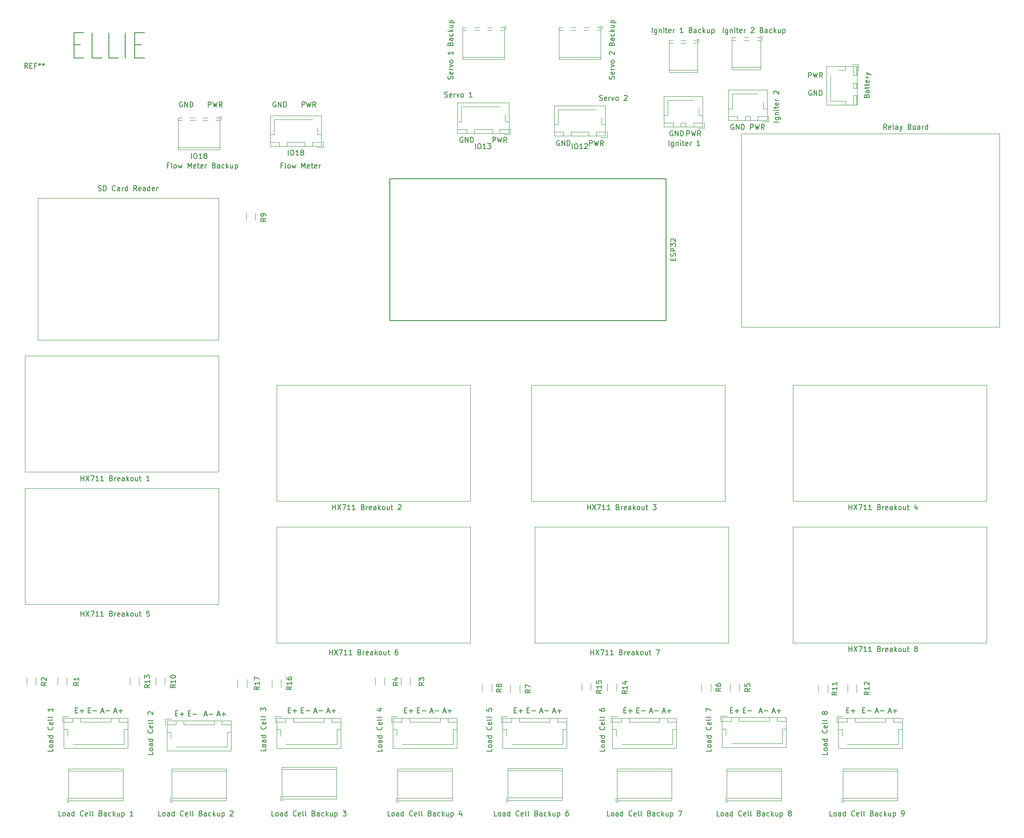
<source format=gbr>
%TF.GenerationSoftware,KiCad,Pcbnew,(6.0.1)*%
%TF.CreationDate,2022-04-06T09:48:50-07:00*%
%TF.ProjectId,EllieBoard,456c6c69-6542-46f6-9172-642e6b696361,rev?*%
%TF.SameCoordinates,Original*%
%TF.FileFunction,Legend,Top*%
%TF.FilePolarity,Positive*%
%FSLAX46Y46*%
G04 Gerber Fmt 4.6, Leading zero omitted, Abs format (unit mm)*
G04 Created by KiCad (PCBNEW (6.0.1)) date 2022-04-06 09:48:50*
%MOMM*%
%LPD*%
G01*
G04 APERTURE LIST*
%ADD10C,0.150000*%
%ADD11C,0.120000*%
%ADD12C,0.127000*%
G04 APERTURE END LIST*
D10*
X100766666Y-150423571D02*
X101100000Y-150423571D01*
X101242857Y-150947380D02*
X100766666Y-150947380D01*
X100766666Y-149947380D01*
X101242857Y-149947380D01*
X101671428Y-150566428D02*
X102433333Y-150566428D01*
X105822857Y-150661666D02*
X106299047Y-150661666D01*
X105727619Y-150947380D02*
X106060952Y-149947380D01*
X106394285Y-150947380D01*
X106727619Y-150566428D02*
X107489523Y-150566428D01*
X107108571Y-150947380D02*
X107108571Y-150185476D01*
X193452857Y-150661666D02*
X193929047Y-150661666D01*
X193357619Y-150947380D02*
X193690952Y-149947380D01*
X194024285Y-150947380D01*
X194357619Y-150566428D02*
X195119523Y-150566428D01*
X194738571Y-150947380D02*
X194738571Y-150185476D01*
X115621666Y-38552380D02*
X115621666Y-37552380D01*
X116002619Y-37552380D01*
X116097857Y-37600000D01*
X116145476Y-37647619D01*
X116193095Y-37742857D01*
X116193095Y-37885714D01*
X116145476Y-37980952D01*
X116097857Y-38028571D01*
X116002619Y-38076190D01*
X115621666Y-38076190D01*
X116526428Y-37552380D02*
X116764523Y-38552380D01*
X116955000Y-37838095D01*
X117145476Y-38552380D01*
X117383571Y-37552380D01*
X118335952Y-38552380D02*
X118002619Y-38076190D01*
X117764523Y-38552380D02*
X117764523Y-37552380D01*
X118145476Y-37552380D01*
X118240714Y-37600000D01*
X118288333Y-37647619D01*
X118335952Y-37742857D01*
X118335952Y-37885714D01*
X118288333Y-37980952D01*
X118240714Y-38028571D01*
X118145476Y-38076190D01*
X117764523Y-38076190D01*
X164901666Y-150423571D02*
X165235000Y-150423571D01*
X165377857Y-150947380D02*
X164901666Y-150947380D01*
X164901666Y-149947380D01*
X165377857Y-149947380D01*
X165806428Y-150566428D02*
X166568333Y-150566428D01*
X59626666Y-31567380D02*
X59626666Y-30567380D01*
X60007619Y-30567380D01*
X60102857Y-30615000D01*
X60150476Y-30662619D01*
X60198095Y-30757857D01*
X60198095Y-30900714D01*
X60150476Y-30995952D01*
X60102857Y-31043571D01*
X60007619Y-31091190D01*
X59626666Y-31091190D01*
X60531428Y-30567380D02*
X60769523Y-31567380D01*
X60960000Y-30853095D01*
X61150476Y-31567380D01*
X61388571Y-30567380D01*
X62340952Y-31567380D02*
X62007619Y-31091190D01*
X61769523Y-31567380D02*
X61769523Y-30567380D01*
X62150476Y-30567380D01*
X62245714Y-30615000D01*
X62293333Y-30662619D01*
X62340952Y-30757857D01*
X62340952Y-30900714D01*
X62293333Y-30995952D01*
X62245714Y-31043571D01*
X62150476Y-31091190D01*
X61769523Y-31091190D01*
X77906666Y-150423571D02*
X78240000Y-150423571D01*
X78382857Y-150947380D02*
X77906666Y-150947380D01*
X77906666Y-149947380D01*
X78382857Y-149947380D01*
X78811428Y-150566428D02*
X79573333Y-150566428D01*
X33456666Y-150423571D02*
X33790000Y-150423571D01*
X33932857Y-150947380D02*
X33456666Y-150947380D01*
X33456666Y-149947380D01*
X33932857Y-149947380D01*
X34361428Y-150566428D02*
X35123333Y-150566428D01*
X34742380Y-150947380D02*
X34742380Y-150185476D01*
X131238809Y-39822380D02*
X131238809Y-38822380D01*
X131905476Y-38822380D02*
X132095952Y-38822380D01*
X132191190Y-38870000D01*
X132286428Y-38965238D01*
X132334047Y-39155714D01*
X132334047Y-39489047D01*
X132286428Y-39679523D01*
X132191190Y-39774761D01*
X132095952Y-39822380D01*
X131905476Y-39822380D01*
X131810238Y-39774761D01*
X131715000Y-39679523D01*
X131667380Y-39489047D01*
X131667380Y-39155714D01*
X131715000Y-38965238D01*
X131810238Y-38870000D01*
X131905476Y-38822380D01*
X133286428Y-39822380D02*
X132715000Y-39822380D01*
X133000714Y-39822380D02*
X133000714Y-38822380D01*
X132905476Y-38965238D01*
X132810238Y-39060476D01*
X132715000Y-39108095D01*
X133667380Y-38917619D02*
X133715000Y-38870000D01*
X133810238Y-38822380D01*
X134048333Y-38822380D01*
X134143571Y-38870000D01*
X134191190Y-38917619D01*
X134238809Y-39012857D01*
X134238809Y-39108095D01*
X134191190Y-39250952D01*
X133619761Y-39822380D01*
X134238809Y-39822380D01*
X41052857Y-150661666D02*
X41529047Y-150661666D01*
X40957619Y-150947380D02*
X41290952Y-149947380D01*
X41624285Y-150947380D01*
X41957619Y-150566428D02*
X42719523Y-150566428D01*
X42338571Y-150947380D02*
X42338571Y-150185476D01*
X146462857Y-150661666D02*
X146939047Y-150661666D01*
X146367619Y-150947380D02*
X146700952Y-149947380D01*
X147034285Y-150947380D01*
X147367619Y-150566428D02*
X148129523Y-150566428D01*
X109693095Y-37600000D02*
X109597857Y-37552380D01*
X109455000Y-37552380D01*
X109312142Y-37600000D01*
X109216904Y-37695238D01*
X109169285Y-37790476D01*
X109121666Y-37980952D01*
X109121666Y-38123809D01*
X109169285Y-38314285D01*
X109216904Y-38409523D01*
X109312142Y-38504761D01*
X109455000Y-38552380D01*
X109550238Y-38552380D01*
X109693095Y-38504761D01*
X109740714Y-38457142D01*
X109740714Y-38123809D01*
X109550238Y-38123809D01*
X110169285Y-38552380D02*
X110169285Y-37552380D01*
X110740714Y-38552380D01*
X110740714Y-37552380D01*
X111216904Y-38552380D02*
X111216904Y-37552380D01*
X111455000Y-37552380D01*
X111597857Y-37600000D01*
X111693095Y-37695238D01*
X111740714Y-37790476D01*
X111788333Y-37980952D01*
X111788333Y-38123809D01*
X111740714Y-38314285D01*
X111693095Y-38409523D01*
X111597857Y-38504761D01*
X111455000Y-38552380D01*
X111216904Y-38552380D01*
X185221666Y-150423571D02*
X185555000Y-150423571D01*
X185697857Y-150947380D02*
X185221666Y-150947380D01*
X185221666Y-149947380D01*
X185697857Y-149947380D01*
X186126428Y-150566428D02*
X186888333Y-150566428D01*
X186507380Y-150947380D02*
X186507380Y-150185476D01*
X58832857Y-151296666D02*
X59309047Y-151296666D01*
X58737619Y-151582380D02*
X59070952Y-150582380D01*
X59404285Y-151582380D01*
X59737619Y-151201428D02*
X60499523Y-151201428D01*
X162361666Y-150423571D02*
X162695000Y-150423571D01*
X162837857Y-150947380D02*
X162361666Y-150947380D01*
X162361666Y-149947380D01*
X162837857Y-149947380D01*
X163266428Y-150566428D02*
X164028333Y-150566428D01*
X163647380Y-150947380D02*
X163647380Y-150185476D01*
X75358809Y-41092380D02*
X75358809Y-40092380D01*
X76025476Y-40092380D02*
X76215952Y-40092380D01*
X76311190Y-40140000D01*
X76406428Y-40235238D01*
X76454047Y-40425714D01*
X76454047Y-40759047D01*
X76406428Y-40949523D01*
X76311190Y-41044761D01*
X76215952Y-41092380D01*
X76025476Y-41092380D01*
X75930238Y-41044761D01*
X75835000Y-40949523D01*
X75787380Y-40759047D01*
X75787380Y-40425714D01*
X75835000Y-40235238D01*
X75930238Y-40140000D01*
X76025476Y-40092380D01*
X77406428Y-41092380D02*
X76835000Y-41092380D01*
X77120714Y-41092380D02*
X77120714Y-40092380D01*
X77025476Y-40235238D01*
X76930238Y-40330476D01*
X76835000Y-40378095D01*
X77977857Y-40520952D02*
X77882619Y-40473333D01*
X77835000Y-40425714D01*
X77787380Y-40330476D01*
X77787380Y-40282857D01*
X77835000Y-40187619D01*
X77882619Y-40140000D01*
X77977857Y-40092380D01*
X78168333Y-40092380D01*
X78263571Y-40140000D01*
X78311190Y-40187619D01*
X78358809Y-40282857D01*
X78358809Y-40330476D01*
X78311190Y-40425714D01*
X78263571Y-40473333D01*
X78168333Y-40520952D01*
X77977857Y-40520952D01*
X77882619Y-40568571D01*
X77835000Y-40616190D01*
X77787380Y-40711428D01*
X77787380Y-40901904D01*
X77835000Y-40997142D01*
X77882619Y-41044761D01*
X77977857Y-41092380D01*
X78168333Y-41092380D01*
X78263571Y-41044761D01*
X78311190Y-40997142D01*
X78358809Y-40901904D01*
X78358809Y-40711428D01*
X78311190Y-40616190D01*
X78263571Y-40568571D01*
X78168333Y-40520952D01*
X55681666Y-151058571D02*
X56015000Y-151058571D01*
X56157857Y-151582380D02*
X55681666Y-151582380D01*
X55681666Y-150582380D01*
X56157857Y-150582380D01*
X56586428Y-151201428D02*
X57348333Y-151201428D01*
X127412857Y-150661666D02*
X127889047Y-150661666D01*
X127317619Y-150947380D02*
X127650952Y-149947380D01*
X127984285Y-150947380D01*
X128317619Y-150566428D02*
X129079523Y-150566428D01*
X128698571Y-150947380D02*
X128698571Y-150185476D01*
X98226666Y-150423571D02*
X98560000Y-150423571D01*
X98702857Y-150947380D02*
X98226666Y-150947380D01*
X98226666Y-149947380D01*
X98702857Y-149947380D01*
X99131428Y-150566428D02*
X99893333Y-150566428D01*
X99512380Y-150947380D02*
X99512380Y-150185476D01*
X112188809Y-39822380D02*
X112188809Y-38822380D01*
X112855476Y-38822380D02*
X113045952Y-38822380D01*
X113141190Y-38870000D01*
X113236428Y-38965238D01*
X113284047Y-39155714D01*
X113284047Y-39489047D01*
X113236428Y-39679523D01*
X113141190Y-39774761D01*
X113045952Y-39822380D01*
X112855476Y-39822380D01*
X112760238Y-39774761D01*
X112665000Y-39679523D01*
X112617380Y-39489047D01*
X112617380Y-39155714D01*
X112665000Y-38965238D01*
X112760238Y-38870000D01*
X112855476Y-38822380D01*
X114236428Y-39822380D02*
X113665000Y-39822380D01*
X113950714Y-39822380D02*
X113950714Y-38822380D01*
X113855476Y-38965238D01*
X113760238Y-39060476D01*
X113665000Y-39108095D01*
X114569761Y-38822380D02*
X115188809Y-38822380D01*
X114855476Y-39203333D01*
X114998333Y-39203333D01*
X115093571Y-39250952D01*
X115141190Y-39298571D01*
X115188809Y-39393809D01*
X115188809Y-39631904D01*
X115141190Y-39727142D01*
X115093571Y-39774761D01*
X114998333Y-39822380D01*
X114712619Y-39822380D01*
X114617380Y-39774761D01*
X114569761Y-39727142D01*
X168052857Y-150661666D02*
X168529047Y-150661666D01*
X167957619Y-150947380D02*
X168290952Y-149947380D01*
X168624285Y-150947380D01*
X168957619Y-150566428D02*
X169719523Y-150566428D01*
X143946666Y-150423571D02*
X144280000Y-150423571D01*
X144422857Y-150947380D02*
X143946666Y-150947380D01*
X143946666Y-149947380D01*
X144422857Y-149947380D01*
X144851428Y-150566428D02*
X145613333Y-150566428D01*
X103282857Y-150661666D02*
X103759047Y-150661666D01*
X103187619Y-150947380D02*
X103520952Y-149947380D01*
X103854285Y-150947380D01*
X104187619Y-150566428D02*
X104949523Y-150566428D01*
X56308809Y-41727380D02*
X56308809Y-40727380D01*
X56975476Y-40727380D02*
X57165952Y-40727380D01*
X57261190Y-40775000D01*
X57356428Y-40870238D01*
X57404047Y-41060714D01*
X57404047Y-41394047D01*
X57356428Y-41584523D01*
X57261190Y-41679761D01*
X57165952Y-41727380D01*
X56975476Y-41727380D01*
X56880238Y-41679761D01*
X56785000Y-41584523D01*
X56737380Y-41394047D01*
X56737380Y-41060714D01*
X56785000Y-40870238D01*
X56880238Y-40775000D01*
X56975476Y-40727380D01*
X58356428Y-41727380D02*
X57785000Y-41727380D01*
X58070714Y-41727380D02*
X58070714Y-40727380D01*
X57975476Y-40870238D01*
X57880238Y-40965476D01*
X57785000Y-41013095D01*
X58927857Y-41155952D02*
X58832619Y-41108333D01*
X58785000Y-41060714D01*
X58737380Y-40965476D01*
X58737380Y-40917857D01*
X58785000Y-40822619D01*
X58832619Y-40775000D01*
X58927857Y-40727380D01*
X59118333Y-40727380D01*
X59213571Y-40775000D01*
X59261190Y-40822619D01*
X59308809Y-40917857D01*
X59308809Y-40965476D01*
X59261190Y-41060714D01*
X59213571Y-41108333D01*
X59118333Y-41155952D01*
X58927857Y-41155952D01*
X58832619Y-41203571D01*
X58785000Y-41251190D01*
X58737380Y-41346428D01*
X58737380Y-41536904D01*
X58785000Y-41632142D01*
X58832619Y-41679761D01*
X58927857Y-41727380D01*
X59118333Y-41727380D01*
X59213571Y-41679761D01*
X59261190Y-41632142D01*
X59308809Y-41536904D01*
X59308809Y-41346428D01*
X59261190Y-41251190D01*
X59213571Y-41203571D01*
X59118333Y-41155952D01*
X82962857Y-150661666D02*
X83439047Y-150661666D01*
X82867619Y-150947380D02*
X83200952Y-149947380D01*
X83534285Y-150947380D01*
X83867619Y-150566428D02*
X84629523Y-150566428D01*
X84248571Y-150947380D02*
X84248571Y-150185476D01*
X75366666Y-150423571D02*
X75700000Y-150423571D01*
X75842857Y-150947380D02*
X75366666Y-150947380D01*
X75366666Y-149947380D01*
X75842857Y-149947380D01*
X76271428Y-150566428D02*
X77033333Y-150566428D01*
X76652380Y-150947380D02*
X76652380Y-150185476D01*
X178308095Y-28350000D02*
X178212857Y-28302380D01*
X178070000Y-28302380D01*
X177927142Y-28350000D01*
X177831904Y-28445238D01*
X177784285Y-28540476D01*
X177736666Y-28730952D01*
X177736666Y-28873809D01*
X177784285Y-29064285D01*
X177831904Y-29159523D01*
X177927142Y-29254761D01*
X178070000Y-29302380D01*
X178165238Y-29302380D01*
X178308095Y-29254761D01*
X178355714Y-29207142D01*
X178355714Y-28873809D01*
X178165238Y-28873809D01*
X178784285Y-29302380D02*
X178784285Y-28302380D01*
X179355714Y-29302380D01*
X179355714Y-28302380D01*
X179831904Y-29302380D02*
X179831904Y-28302380D01*
X180070000Y-28302380D01*
X180212857Y-28350000D01*
X180308095Y-28445238D01*
X180355714Y-28540476D01*
X180403333Y-28730952D01*
X180403333Y-28873809D01*
X180355714Y-29064285D01*
X180308095Y-29159523D01*
X180212857Y-29254761D01*
X180070000Y-29302380D01*
X179831904Y-29302380D01*
X188396666Y-150423571D02*
X188730000Y-150423571D01*
X188872857Y-150947380D02*
X188396666Y-150947380D01*
X188396666Y-149947380D01*
X188872857Y-149947380D01*
X189301428Y-150566428D02*
X190063333Y-150566428D01*
X190912857Y-150661666D02*
X191389047Y-150661666D01*
X190817619Y-150947380D02*
X191150952Y-149947380D01*
X191484285Y-150947380D01*
X191817619Y-150566428D02*
X192579523Y-150566428D01*
X177736666Y-25787380D02*
X177736666Y-24787380D01*
X178117619Y-24787380D01*
X178212857Y-24835000D01*
X178260476Y-24882619D01*
X178308095Y-24977857D01*
X178308095Y-25120714D01*
X178260476Y-25215952D01*
X178212857Y-25263571D01*
X178117619Y-25311190D01*
X177736666Y-25311190D01*
X178641428Y-24787380D02*
X178879523Y-25787380D01*
X179070000Y-25073095D01*
X179260476Y-25787380D01*
X179498571Y-24787380D01*
X180450952Y-25787380D02*
X180117619Y-25311190D01*
X179879523Y-25787380D02*
X179879523Y-24787380D01*
X180260476Y-24787380D01*
X180355714Y-24835000D01*
X180403333Y-24882619D01*
X180450952Y-24977857D01*
X180450952Y-25120714D01*
X180403333Y-25215952D01*
X180355714Y-25263571D01*
X180260476Y-25311190D01*
X179879523Y-25311190D01*
X124872857Y-150661666D02*
X125349047Y-150661666D01*
X124777619Y-150947380D02*
X125110952Y-149947380D01*
X125444285Y-150947380D01*
X125777619Y-150566428D02*
X126539523Y-150566428D01*
X149002857Y-150661666D02*
X149479047Y-150661666D01*
X148907619Y-150947380D02*
X149240952Y-149947380D01*
X149574285Y-150947380D01*
X149907619Y-150566428D02*
X150669523Y-150566428D01*
X150288571Y-150947380D02*
X150288571Y-150185476D01*
X153761666Y-37282380D02*
X153761666Y-36282380D01*
X154142619Y-36282380D01*
X154237857Y-36330000D01*
X154285476Y-36377619D01*
X154333095Y-36472857D01*
X154333095Y-36615714D01*
X154285476Y-36710952D01*
X154237857Y-36758571D01*
X154142619Y-36806190D01*
X153761666Y-36806190D01*
X154666428Y-36282380D02*
X154904523Y-37282380D01*
X155095000Y-36568095D01*
X155285476Y-37282380D01*
X155523571Y-36282380D01*
X156475952Y-37282380D02*
X156142619Y-36806190D01*
X155904523Y-37282380D02*
X155904523Y-36282380D01*
X156285476Y-36282380D01*
X156380714Y-36330000D01*
X156428333Y-36377619D01*
X156475952Y-36472857D01*
X156475952Y-36615714D01*
X156428333Y-36710952D01*
X156380714Y-36758571D01*
X156285476Y-36806190D01*
X155904523Y-36806190D01*
X162993095Y-35060000D02*
X162897857Y-35012380D01*
X162755000Y-35012380D01*
X162612142Y-35060000D01*
X162516904Y-35155238D01*
X162469285Y-35250476D01*
X162421666Y-35440952D01*
X162421666Y-35583809D01*
X162469285Y-35774285D01*
X162516904Y-35869523D01*
X162612142Y-35964761D01*
X162755000Y-36012380D01*
X162850238Y-36012380D01*
X162993095Y-35964761D01*
X163040714Y-35917142D01*
X163040714Y-35583809D01*
X162850238Y-35583809D01*
X163469285Y-36012380D02*
X163469285Y-35012380D01*
X164040714Y-36012380D01*
X164040714Y-35012380D01*
X164516904Y-36012380D02*
X164516904Y-35012380D01*
X164755000Y-35012380D01*
X164897857Y-35060000D01*
X164993095Y-35155238D01*
X165040714Y-35250476D01*
X165088333Y-35440952D01*
X165088333Y-35583809D01*
X165040714Y-35774285D01*
X164993095Y-35869523D01*
X164897857Y-35964761D01*
X164755000Y-36012380D01*
X164516904Y-36012380D01*
X170592857Y-150661666D02*
X171069047Y-150661666D01*
X170497619Y-150947380D02*
X170830952Y-149947380D01*
X171164285Y-150947380D01*
X171497619Y-150566428D02*
X172259523Y-150566428D01*
X171878571Y-150947380D02*
X171878571Y-150185476D01*
X122356666Y-150423571D02*
X122690000Y-150423571D01*
X122832857Y-150947380D02*
X122356666Y-150947380D01*
X122356666Y-149947380D01*
X122832857Y-149947380D01*
X123261428Y-150566428D02*
X124023333Y-150566428D01*
X54483095Y-30615000D02*
X54387857Y-30567380D01*
X54245000Y-30567380D01*
X54102142Y-30615000D01*
X54006904Y-30710238D01*
X53959285Y-30805476D01*
X53911666Y-30995952D01*
X53911666Y-31138809D01*
X53959285Y-31329285D01*
X54006904Y-31424523D01*
X54102142Y-31519761D01*
X54245000Y-31567380D01*
X54340238Y-31567380D01*
X54483095Y-31519761D01*
X54530714Y-31472142D01*
X54530714Y-31138809D01*
X54340238Y-31138809D01*
X54959285Y-31567380D02*
X54959285Y-30567380D01*
X55530714Y-31567380D01*
X55530714Y-30567380D01*
X56006904Y-31567380D02*
X56006904Y-30567380D01*
X56245000Y-30567380D01*
X56387857Y-30615000D01*
X56483095Y-30710238D01*
X56530714Y-30805476D01*
X56578333Y-30995952D01*
X56578333Y-31138809D01*
X56530714Y-31329285D01*
X56483095Y-31424523D01*
X56387857Y-31519761D01*
X56245000Y-31567380D01*
X56006904Y-31567380D01*
X35996666Y-150423571D02*
X36330000Y-150423571D01*
X36472857Y-150947380D02*
X35996666Y-150947380D01*
X35996666Y-149947380D01*
X36472857Y-149947380D01*
X36901428Y-150566428D02*
X37663333Y-150566428D01*
X166306666Y-36012380D02*
X166306666Y-35012380D01*
X166687619Y-35012380D01*
X166782857Y-35060000D01*
X166830476Y-35107619D01*
X166878095Y-35202857D01*
X166878095Y-35345714D01*
X166830476Y-35440952D01*
X166782857Y-35488571D01*
X166687619Y-35536190D01*
X166306666Y-35536190D01*
X167211428Y-35012380D02*
X167449523Y-36012380D01*
X167640000Y-35298095D01*
X167830476Y-36012380D01*
X168068571Y-35012380D01*
X169020952Y-36012380D02*
X168687619Y-35536190D01*
X168449523Y-36012380D02*
X168449523Y-35012380D01*
X168830476Y-35012380D01*
X168925714Y-35060000D01*
X168973333Y-35107619D01*
X169020952Y-35202857D01*
X169020952Y-35345714D01*
X168973333Y-35440952D01*
X168925714Y-35488571D01*
X168830476Y-35536190D01*
X168449523Y-35536190D01*
X151003095Y-36330000D02*
X150907857Y-36282380D01*
X150765000Y-36282380D01*
X150622142Y-36330000D01*
X150526904Y-36425238D01*
X150479285Y-36520476D01*
X150431666Y-36710952D01*
X150431666Y-36853809D01*
X150479285Y-37044285D01*
X150526904Y-37139523D01*
X150622142Y-37234761D01*
X150765000Y-37282380D01*
X150860238Y-37282380D01*
X151003095Y-37234761D01*
X151050714Y-37187142D01*
X151050714Y-36853809D01*
X150860238Y-36853809D01*
X151479285Y-37282380D02*
X151479285Y-36282380D01*
X152050714Y-37282380D01*
X152050714Y-36282380D01*
X152526904Y-37282380D02*
X152526904Y-36282380D01*
X152765000Y-36282380D01*
X152907857Y-36330000D01*
X153003095Y-36425238D01*
X153050714Y-36520476D01*
X153098333Y-36710952D01*
X153098333Y-36853809D01*
X153050714Y-37044285D01*
X153003095Y-37139523D01*
X152907857Y-37234761D01*
X152765000Y-37282380D01*
X152526904Y-37282380D01*
X61372857Y-151296666D02*
X61849047Y-151296666D01*
X61277619Y-151582380D02*
X61610952Y-150582380D01*
X61944285Y-151582380D01*
X62277619Y-151201428D02*
X63039523Y-151201428D01*
X62658571Y-151582380D02*
X62658571Y-150820476D01*
X33147857Y-19327857D02*
X34481190Y-19327857D01*
X35052619Y-21946904D02*
X33147857Y-21946904D01*
X33147857Y-16946904D01*
X35052619Y-16946904D01*
X38671666Y-21946904D02*
X36766904Y-21946904D01*
X36766904Y-16946904D01*
X41909761Y-21946904D02*
X40005000Y-21946904D01*
X40005000Y-16946904D01*
X43243095Y-21946904D02*
X43243095Y-16946904D01*
X45147857Y-19327857D02*
X46481190Y-19327857D01*
X47052619Y-21946904D02*
X45147857Y-21946904D01*
X45147857Y-16946904D01*
X47052619Y-16946904D01*
X80422857Y-150661666D02*
X80899047Y-150661666D01*
X80327619Y-150947380D02*
X80660952Y-149947380D01*
X80994285Y-150947380D01*
X81327619Y-150566428D02*
X82089523Y-150566428D01*
X119816666Y-150423571D02*
X120150000Y-150423571D01*
X120292857Y-150947380D02*
X119816666Y-150947380D01*
X119816666Y-149947380D01*
X120292857Y-149947380D01*
X120721428Y-150566428D02*
X121483333Y-150566428D01*
X121102380Y-150947380D02*
X121102380Y-150185476D01*
X141406666Y-150423571D02*
X141740000Y-150423571D01*
X141882857Y-150947380D02*
X141406666Y-150947380D01*
X141406666Y-149947380D01*
X141882857Y-149947380D01*
X142311428Y-150566428D02*
X143073333Y-150566428D01*
X142692380Y-150947380D02*
X142692380Y-150185476D01*
X38512857Y-150661666D02*
X38989047Y-150661666D01*
X38417619Y-150947380D02*
X38750952Y-149947380D01*
X39084285Y-150947380D01*
X39417619Y-150566428D02*
X40179523Y-150566428D01*
X53141666Y-151058571D02*
X53475000Y-151058571D01*
X53617857Y-151582380D02*
X53141666Y-151582380D01*
X53141666Y-150582380D01*
X53617857Y-150582380D01*
X54046428Y-151201428D02*
X54808333Y-151201428D01*
X54427380Y-151582380D02*
X54427380Y-150820476D01*
X128703095Y-38235000D02*
X128607857Y-38187380D01*
X128465000Y-38187380D01*
X128322142Y-38235000D01*
X128226904Y-38330238D01*
X128179285Y-38425476D01*
X128131666Y-38615952D01*
X128131666Y-38758809D01*
X128179285Y-38949285D01*
X128226904Y-39044523D01*
X128322142Y-39139761D01*
X128465000Y-39187380D01*
X128560238Y-39187380D01*
X128703095Y-39139761D01*
X128750714Y-39092142D01*
X128750714Y-38758809D01*
X128560238Y-38758809D01*
X129179285Y-39187380D02*
X129179285Y-38187380D01*
X129750714Y-39187380D01*
X129750714Y-38187380D01*
X130226904Y-39187380D02*
X130226904Y-38187380D01*
X130465000Y-38187380D01*
X130607857Y-38235000D01*
X130703095Y-38330238D01*
X130750714Y-38425476D01*
X130798333Y-38615952D01*
X130798333Y-38758809D01*
X130750714Y-38949285D01*
X130703095Y-39044523D01*
X130607857Y-39139761D01*
X130465000Y-39187380D01*
X130226904Y-39187380D01*
X72898095Y-30615000D02*
X72802857Y-30567380D01*
X72660000Y-30567380D01*
X72517142Y-30615000D01*
X72421904Y-30710238D01*
X72374285Y-30805476D01*
X72326666Y-30995952D01*
X72326666Y-31138809D01*
X72374285Y-31329285D01*
X72421904Y-31424523D01*
X72517142Y-31519761D01*
X72660000Y-31567380D01*
X72755238Y-31567380D01*
X72898095Y-31519761D01*
X72945714Y-31472142D01*
X72945714Y-31138809D01*
X72755238Y-31138809D01*
X73374285Y-31567380D02*
X73374285Y-30567380D01*
X73945714Y-31567380D01*
X73945714Y-30567380D01*
X74421904Y-31567380D02*
X74421904Y-30567380D01*
X74660000Y-30567380D01*
X74802857Y-30615000D01*
X74898095Y-30710238D01*
X74945714Y-30805476D01*
X74993333Y-30995952D01*
X74993333Y-31138809D01*
X74945714Y-31329285D01*
X74898095Y-31424523D01*
X74802857Y-31519761D01*
X74660000Y-31567380D01*
X74421904Y-31567380D01*
X134631666Y-39187380D02*
X134631666Y-38187380D01*
X135012619Y-38187380D01*
X135107857Y-38235000D01*
X135155476Y-38282619D01*
X135203095Y-38377857D01*
X135203095Y-38520714D01*
X135155476Y-38615952D01*
X135107857Y-38663571D01*
X135012619Y-38711190D01*
X134631666Y-38711190D01*
X135536428Y-38187380D02*
X135774523Y-39187380D01*
X135965000Y-38473095D01*
X136155476Y-39187380D01*
X136393571Y-38187380D01*
X137345952Y-39187380D02*
X137012619Y-38711190D01*
X136774523Y-39187380D02*
X136774523Y-38187380D01*
X137155476Y-38187380D01*
X137250714Y-38235000D01*
X137298333Y-38282619D01*
X137345952Y-38377857D01*
X137345952Y-38520714D01*
X137298333Y-38615952D01*
X137250714Y-38663571D01*
X137155476Y-38711190D01*
X136774523Y-38711190D01*
X78041666Y-31567380D02*
X78041666Y-30567380D01*
X78422619Y-30567380D01*
X78517857Y-30615000D01*
X78565476Y-30662619D01*
X78613095Y-30757857D01*
X78613095Y-30900714D01*
X78565476Y-30995952D01*
X78517857Y-31043571D01*
X78422619Y-31091190D01*
X78041666Y-31091190D01*
X78946428Y-30567380D02*
X79184523Y-31567380D01*
X79375000Y-30853095D01*
X79565476Y-31567380D01*
X79803571Y-30567380D01*
X80755952Y-31567380D02*
X80422619Y-31091190D01*
X80184523Y-31567380D02*
X80184523Y-30567380D01*
X80565476Y-30567380D01*
X80660714Y-30615000D01*
X80708333Y-30662619D01*
X80755952Y-30757857D01*
X80755952Y-30900714D01*
X80708333Y-30995952D01*
X80660714Y-31043571D01*
X80565476Y-31091190D01*
X80184523Y-31091190D01*
%TO.C,HX711 Breakout 6*%
X83455714Y-139517380D02*
X83455714Y-138517380D01*
X83455714Y-138993571D02*
X84027142Y-138993571D01*
X84027142Y-139517380D02*
X84027142Y-138517380D01*
X84408095Y-138517380D02*
X85074761Y-139517380D01*
X85074761Y-138517380D02*
X84408095Y-139517380D01*
X85360476Y-138517380D02*
X86027142Y-138517380D01*
X85598571Y-139517380D01*
X86931904Y-139517380D02*
X86360476Y-139517380D01*
X86646190Y-139517380D02*
X86646190Y-138517380D01*
X86550952Y-138660238D01*
X86455714Y-138755476D01*
X86360476Y-138803095D01*
X87884285Y-139517380D02*
X87312857Y-139517380D01*
X87598571Y-139517380D02*
X87598571Y-138517380D01*
X87503333Y-138660238D01*
X87408095Y-138755476D01*
X87312857Y-138803095D01*
X89408095Y-138993571D02*
X89550952Y-139041190D01*
X89598571Y-139088809D01*
X89646190Y-139184047D01*
X89646190Y-139326904D01*
X89598571Y-139422142D01*
X89550952Y-139469761D01*
X89455714Y-139517380D01*
X89074761Y-139517380D01*
X89074761Y-138517380D01*
X89408095Y-138517380D01*
X89503333Y-138565000D01*
X89550952Y-138612619D01*
X89598571Y-138707857D01*
X89598571Y-138803095D01*
X89550952Y-138898333D01*
X89503333Y-138945952D01*
X89408095Y-138993571D01*
X89074761Y-138993571D01*
X90074761Y-139517380D02*
X90074761Y-138850714D01*
X90074761Y-139041190D02*
X90122380Y-138945952D01*
X90170000Y-138898333D01*
X90265238Y-138850714D01*
X90360476Y-138850714D01*
X91074761Y-139469761D02*
X90979523Y-139517380D01*
X90789047Y-139517380D01*
X90693809Y-139469761D01*
X90646190Y-139374523D01*
X90646190Y-138993571D01*
X90693809Y-138898333D01*
X90789047Y-138850714D01*
X90979523Y-138850714D01*
X91074761Y-138898333D01*
X91122380Y-138993571D01*
X91122380Y-139088809D01*
X90646190Y-139184047D01*
X91979523Y-139517380D02*
X91979523Y-138993571D01*
X91931904Y-138898333D01*
X91836666Y-138850714D01*
X91646190Y-138850714D01*
X91550952Y-138898333D01*
X91979523Y-139469761D02*
X91884285Y-139517380D01*
X91646190Y-139517380D01*
X91550952Y-139469761D01*
X91503333Y-139374523D01*
X91503333Y-139279285D01*
X91550952Y-139184047D01*
X91646190Y-139136428D01*
X91884285Y-139136428D01*
X91979523Y-139088809D01*
X92455714Y-139517380D02*
X92455714Y-138517380D01*
X92550952Y-139136428D02*
X92836666Y-139517380D01*
X92836666Y-138850714D02*
X92455714Y-139231666D01*
X93408095Y-139517380D02*
X93312857Y-139469761D01*
X93265238Y-139422142D01*
X93217619Y-139326904D01*
X93217619Y-139041190D01*
X93265238Y-138945952D01*
X93312857Y-138898333D01*
X93408095Y-138850714D01*
X93550952Y-138850714D01*
X93646190Y-138898333D01*
X93693809Y-138945952D01*
X93741428Y-139041190D01*
X93741428Y-139326904D01*
X93693809Y-139422142D01*
X93646190Y-139469761D01*
X93550952Y-139517380D01*
X93408095Y-139517380D01*
X94598571Y-138850714D02*
X94598571Y-139517380D01*
X94170000Y-138850714D02*
X94170000Y-139374523D01*
X94217619Y-139469761D01*
X94312857Y-139517380D01*
X94455714Y-139517380D01*
X94550952Y-139469761D01*
X94598571Y-139422142D01*
X94931904Y-138850714D02*
X95312857Y-138850714D01*
X95074761Y-138517380D02*
X95074761Y-139374523D01*
X95122380Y-139469761D01*
X95217619Y-139517380D01*
X95312857Y-139517380D01*
X96836666Y-138517380D02*
X96646190Y-138517380D01*
X96550952Y-138565000D01*
X96503333Y-138612619D01*
X96408095Y-138755476D01*
X96360476Y-138945952D01*
X96360476Y-139326904D01*
X96408095Y-139422142D01*
X96455714Y-139469761D01*
X96550952Y-139517380D01*
X96741428Y-139517380D01*
X96836666Y-139469761D01*
X96884285Y-139422142D01*
X96931904Y-139326904D01*
X96931904Y-139088809D01*
X96884285Y-138993571D01*
X96836666Y-138945952D01*
X96741428Y-138898333D01*
X96550952Y-138898333D01*
X96455714Y-138945952D01*
X96408095Y-138993571D01*
X96360476Y-139088809D01*
%TO.C,R15*%
X136977380Y-146500357D02*
X136501190Y-146833690D01*
X136977380Y-147071785D02*
X135977380Y-147071785D01*
X135977380Y-146690833D01*
X136025000Y-146595595D01*
X136072619Y-146547976D01*
X136167857Y-146500357D01*
X136310714Y-146500357D01*
X136405952Y-146547976D01*
X136453571Y-146595595D01*
X136501190Y-146690833D01*
X136501190Y-147071785D01*
X136977380Y-145547976D02*
X136977380Y-146119404D01*
X136977380Y-145833690D02*
X135977380Y-145833690D01*
X136120238Y-145928928D01*
X136215476Y-146024166D01*
X136263095Y-146119404D01*
X135977380Y-144643214D02*
X135977380Y-145119404D01*
X136453571Y-145167023D01*
X136405952Y-145119404D01*
X136358333Y-145024166D01*
X136358333Y-144786071D01*
X136405952Y-144690833D01*
X136453571Y-144643214D01*
X136548809Y-144595595D01*
X136786904Y-144595595D01*
X136882142Y-144643214D01*
X136929761Y-144690833D01*
X136977380Y-144786071D01*
X136977380Y-145024166D01*
X136929761Y-145119404D01*
X136882142Y-145167023D01*
%TO.C,Servo 1 *%
X106124761Y-29614761D02*
X106267619Y-29662380D01*
X106505714Y-29662380D01*
X106600952Y-29614761D01*
X106648571Y-29567142D01*
X106696190Y-29471904D01*
X106696190Y-29376666D01*
X106648571Y-29281428D01*
X106600952Y-29233809D01*
X106505714Y-29186190D01*
X106315238Y-29138571D01*
X106220000Y-29090952D01*
X106172380Y-29043333D01*
X106124761Y-28948095D01*
X106124761Y-28852857D01*
X106172380Y-28757619D01*
X106220000Y-28710000D01*
X106315238Y-28662380D01*
X106553333Y-28662380D01*
X106696190Y-28710000D01*
X107505714Y-29614761D02*
X107410476Y-29662380D01*
X107220000Y-29662380D01*
X107124761Y-29614761D01*
X107077142Y-29519523D01*
X107077142Y-29138571D01*
X107124761Y-29043333D01*
X107220000Y-28995714D01*
X107410476Y-28995714D01*
X107505714Y-29043333D01*
X107553333Y-29138571D01*
X107553333Y-29233809D01*
X107077142Y-29329047D01*
X107981904Y-29662380D02*
X107981904Y-28995714D01*
X107981904Y-29186190D02*
X108029523Y-29090952D01*
X108077142Y-29043333D01*
X108172380Y-28995714D01*
X108267619Y-28995714D01*
X108505714Y-28995714D02*
X108743809Y-29662380D01*
X108981904Y-28995714D01*
X109505714Y-29662380D02*
X109410476Y-29614761D01*
X109362857Y-29567142D01*
X109315238Y-29471904D01*
X109315238Y-29186190D01*
X109362857Y-29090952D01*
X109410476Y-29043333D01*
X109505714Y-28995714D01*
X109648571Y-28995714D01*
X109743809Y-29043333D01*
X109791428Y-29090952D01*
X109839047Y-29186190D01*
X109839047Y-29471904D01*
X109791428Y-29567142D01*
X109743809Y-29614761D01*
X109648571Y-29662380D01*
X109505714Y-29662380D01*
X111553333Y-29662380D02*
X110981904Y-29662380D01*
X111267619Y-29662380D02*
X111267619Y-28662380D01*
X111172380Y-28805238D01*
X111077142Y-28900476D01*
X110981904Y-28948095D01*
%TO.C,Load Cell 8*%
X181427380Y-158678095D02*
X181427380Y-159154285D01*
X180427380Y-159154285D01*
X181427380Y-158201904D02*
X181379761Y-158297142D01*
X181332142Y-158344761D01*
X181236904Y-158392380D01*
X180951190Y-158392380D01*
X180855952Y-158344761D01*
X180808333Y-158297142D01*
X180760714Y-158201904D01*
X180760714Y-158059047D01*
X180808333Y-157963809D01*
X180855952Y-157916190D01*
X180951190Y-157868571D01*
X181236904Y-157868571D01*
X181332142Y-157916190D01*
X181379761Y-157963809D01*
X181427380Y-158059047D01*
X181427380Y-158201904D01*
X181427380Y-157011428D02*
X180903571Y-157011428D01*
X180808333Y-157059047D01*
X180760714Y-157154285D01*
X180760714Y-157344761D01*
X180808333Y-157440000D01*
X181379761Y-157011428D02*
X181427380Y-157106666D01*
X181427380Y-157344761D01*
X181379761Y-157440000D01*
X181284523Y-157487619D01*
X181189285Y-157487619D01*
X181094047Y-157440000D01*
X181046428Y-157344761D01*
X181046428Y-157106666D01*
X180998809Y-157011428D01*
X181427380Y-156106666D02*
X180427380Y-156106666D01*
X181379761Y-156106666D02*
X181427380Y-156201904D01*
X181427380Y-156392380D01*
X181379761Y-156487619D01*
X181332142Y-156535238D01*
X181236904Y-156582857D01*
X180951190Y-156582857D01*
X180855952Y-156535238D01*
X180808333Y-156487619D01*
X180760714Y-156392380D01*
X180760714Y-156201904D01*
X180808333Y-156106666D01*
X181332142Y-154297142D02*
X181379761Y-154344761D01*
X181427380Y-154487619D01*
X181427380Y-154582857D01*
X181379761Y-154725714D01*
X181284523Y-154820952D01*
X181189285Y-154868571D01*
X180998809Y-154916190D01*
X180855952Y-154916190D01*
X180665476Y-154868571D01*
X180570238Y-154820952D01*
X180475000Y-154725714D01*
X180427380Y-154582857D01*
X180427380Y-154487619D01*
X180475000Y-154344761D01*
X180522619Y-154297142D01*
X181379761Y-153487619D02*
X181427380Y-153582857D01*
X181427380Y-153773333D01*
X181379761Y-153868571D01*
X181284523Y-153916190D01*
X180903571Y-153916190D01*
X180808333Y-153868571D01*
X180760714Y-153773333D01*
X180760714Y-153582857D01*
X180808333Y-153487619D01*
X180903571Y-153440000D01*
X180998809Y-153440000D01*
X181094047Y-153916190D01*
X181427380Y-152868571D02*
X181379761Y-152963809D01*
X181284523Y-153011428D01*
X180427380Y-153011428D01*
X181427380Y-152344761D02*
X181379761Y-152440000D01*
X181284523Y-152487619D01*
X180427380Y-152487619D01*
X180855952Y-151059047D02*
X180808333Y-151154285D01*
X180760714Y-151201904D01*
X180665476Y-151249523D01*
X180617857Y-151249523D01*
X180522619Y-151201904D01*
X180475000Y-151154285D01*
X180427380Y-151059047D01*
X180427380Y-150868571D01*
X180475000Y-150773333D01*
X180522619Y-150725714D01*
X180617857Y-150678095D01*
X180665476Y-150678095D01*
X180760714Y-150725714D01*
X180808333Y-150773333D01*
X180855952Y-150868571D01*
X180855952Y-151059047D01*
X180903571Y-151154285D01*
X180951190Y-151201904D01*
X181046428Y-151249523D01*
X181236904Y-151249523D01*
X181332142Y-151201904D01*
X181379761Y-151154285D01*
X181427380Y-151059047D01*
X181427380Y-150868571D01*
X181379761Y-150773333D01*
X181332142Y-150725714D01*
X181236904Y-150678095D01*
X181046428Y-150678095D01*
X180951190Y-150725714D01*
X180903571Y-150773333D01*
X180855952Y-150868571D01*
%TO.C,Load Cell Backup 2*%
X50340476Y-171267380D02*
X49864285Y-171267380D01*
X49864285Y-170267380D01*
X50816666Y-171267380D02*
X50721428Y-171219761D01*
X50673809Y-171172142D01*
X50626190Y-171076904D01*
X50626190Y-170791190D01*
X50673809Y-170695952D01*
X50721428Y-170648333D01*
X50816666Y-170600714D01*
X50959523Y-170600714D01*
X51054761Y-170648333D01*
X51102380Y-170695952D01*
X51150000Y-170791190D01*
X51150000Y-171076904D01*
X51102380Y-171172142D01*
X51054761Y-171219761D01*
X50959523Y-171267380D01*
X50816666Y-171267380D01*
X52007142Y-171267380D02*
X52007142Y-170743571D01*
X51959523Y-170648333D01*
X51864285Y-170600714D01*
X51673809Y-170600714D01*
X51578571Y-170648333D01*
X52007142Y-171219761D02*
X51911904Y-171267380D01*
X51673809Y-171267380D01*
X51578571Y-171219761D01*
X51530952Y-171124523D01*
X51530952Y-171029285D01*
X51578571Y-170934047D01*
X51673809Y-170886428D01*
X51911904Y-170886428D01*
X52007142Y-170838809D01*
X52911904Y-171267380D02*
X52911904Y-170267380D01*
X52911904Y-171219761D02*
X52816666Y-171267380D01*
X52626190Y-171267380D01*
X52530952Y-171219761D01*
X52483333Y-171172142D01*
X52435714Y-171076904D01*
X52435714Y-170791190D01*
X52483333Y-170695952D01*
X52530952Y-170648333D01*
X52626190Y-170600714D01*
X52816666Y-170600714D01*
X52911904Y-170648333D01*
X54721428Y-171172142D02*
X54673809Y-171219761D01*
X54530952Y-171267380D01*
X54435714Y-171267380D01*
X54292857Y-171219761D01*
X54197619Y-171124523D01*
X54150000Y-171029285D01*
X54102380Y-170838809D01*
X54102380Y-170695952D01*
X54150000Y-170505476D01*
X54197619Y-170410238D01*
X54292857Y-170315000D01*
X54435714Y-170267380D01*
X54530952Y-170267380D01*
X54673809Y-170315000D01*
X54721428Y-170362619D01*
X55530952Y-171219761D02*
X55435714Y-171267380D01*
X55245238Y-171267380D01*
X55150000Y-171219761D01*
X55102380Y-171124523D01*
X55102380Y-170743571D01*
X55150000Y-170648333D01*
X55245238Y-170600714D01*
X55435714Y-170600714D01*
X55530952Y-170648333D01*
X55578571Y-170743571D01*
X55578571Y-170838809D01*
X55102380Y-170934047D01*
X56150000Y-171267380D02*
X56054761Y-171219761D01*
X56007142Y-171124523D01*
X56007142Y-170267380D01*
X56673809Y-171267380D02*
X56578571Y-171219761D01*
X56530952Y-171124523D01*
X56530952Y-170267380D01*
X58150000Y-170743571D02*
X58292857Y-170791190D01*
X58340476Y-170838809D01*
X58388095Y-170934047D01*
X58388095Y-171076904D01*
X58340476Y-171172142D01*
X58292857Y-171219761D01*
X58197619Y-171267380D01*
X57816666Y-171267380D01*
X57816666Y-170267380D01*
X58150000Y-170267380D01*
X58245238Y-170315000D01*
X58292857Y-170362619D01*
X58340476Y-170457857D01*
X58340476Y-170553095D01*
X58292857Y-170648333D01*
X58245238Y-170695952D01*
X58150000Y-170743571D01*
X57816666Y-170743571D01*
X59245238Y-171267380D02*
X59245238Y-170743571D01*
X59197619Y-170648333D01*
X59102380Y-170600714D01*
X58911904Y-170600714D01*
X58816666Y-170648333D01*
X59245238Y-171219761D02*
X59150000Y-171267380D01*
X58911904Y-171267380D01*
X58816666Y-171219761D01*
X58769047Y-171124523D01*
X58769047Y-171029285D01*
X58816666Y-170934047D01*
X58911904Y-170886428D01*
X59150000Y-170886428D01*
X59245238Y-170838809D01*
X60150000Y-171219761D02*
X60054761Y-171267380D01*
X59864285Y-171267380D01*
X59769047Y-171219761D01*
X59721428Y-171172142D01*
X59673809Y-171076904D01*
X59673809Y-170791190D01*
X59721428Y-170695952D01*
X59769047Y-170648333D01*
X59864285Y-170600714D01*
X60054761Y-170600714D01*
X60150000Y-170648333D01*
X60578571Y-171267380D02*
X60578571Y-170267380D01*
X60673809Y-170886428D02*
X60959523Y-171267380D01*
X60959523Y-170600714D02*
X60578571Y-170981666D01*
X61816666Y-170600714D02*
X61816666Y-171267380D01*
X61388095Y-170600714D02*
X61388095Y-171124523D01*
X61435714Y-171219761D01*
X61530952Y-171267380D01*
X61673809Y-171267380D01*
X61769047Y-171219761D01*
X61816666Y-171172142D01*
X62292857Y-170600714D02*
X62292857Y-171600714D01*
X62292857Y-170648333D02*
X62388095Y-170600714D01*
X62578571Y-170600714D01*
X62673809Y-170648333D01*
X62721428Y-170695952D01*
X62769047Y-170791190D01*
X62769047Y-171076904D01*
X62721428Y-171172142D01*
X62673809Y-171219761D01*
X62578571Y-171267380D01*
X62388095Y-171267380D01*
X62292857Y-171219761D01*
X63911904Y-170362619D02*
X63959523Y-170315000D01*
X64054761Y-170267380D01*
X64292857Y-170267380D01*
X64388095Y-170315000D01*
X64435714Y-170362619D01*
X64483333Y-170457857D01*
X64483333Y-170553095D01*
X64435714Y-170695952D01*
X63864285Y-171267380D01*
X64483333Y-171267380D01*
%TO.C,HX711 Breakout 4*%
X185690714Y-110942380D02*
X185690714Y-109942380D01*
X185690714Y-110418571D02*
X186262142Y-110418571D01*
X186262142Y-110942380D02*
X186262142Y-109942380D01*
X186643095Y-109942380D02*
X187309761Y-110942380D01*
X187309761Y-109942380D02*
X186643095Y-110942380D01*
X187595476Y-109942380D02*
X188262142Y-109942380D01*
X187833571Y-110942380D01*
X189166904Y-110942380D02*
X188595476Y-110942380D01*
X188881190Y-110942380D02*
X188881190Y-109942380D01*
X188785952Y-110085238D01*
X188690714Y-110180476D01*
X188595476Y-110228095D01*
X190119285Y-110942380D02*
X189547857Y-110942380D01*
X189833571Y-110942380D02*
X189833571Y-109942380D01*
X189738333Y-110085238D01*
X189643095Y-110180476D01*
X189547857Y-110228095D01*
X191643095Y-110418571D02*
X191785952Y-110466190D01*
X191833571Y-110513809D01*
X191881190Y-110609047D01*
X191881190Y-110751904D01*
X191833571Y-110847142D01*
X191785952Y-110894761D01*
X191690714Y-110942380D01*
X191309761Y-110942380D01*
X191309761Y-109942380D01*
X191643095Y-109942380D01*
X191738333Y-109990000D01*
X191785952Y-110037619D01*
X191833571Y-110132857D01*
X191833571Y-110228095D01*
X191785952Y-110323333D01*
X191738333Y-110370952D01*
X191643095Y-110418571D01*
X191309761Y-110418571D01*
X192309761Y-110942380D02*
X192309761Y-110275714D01*
X192309761Y-110466190D02*
X192357380Y-110370952D01*
X192405000Y-110323333D01*
X192500238Y-110275714D01*
X192595476Y-110275714D01*
X193309761Y-110894761D02*
X193214523Y-110942380D01*
X193024047Y-110942380D01*
X192928809Y-110894761D01*
X192881190Y-110799523D01*
X192881190Y-110418571D01*
X192928809Y-110323333D01*
X193024047Y-110275714D01*
X193214523Y-110275714D01*
X193309761Y-110323333D01*
X193357380Y-110418571D01*
X193357380Y-110513809D01*
X192881190Y-110609047D01*
X194214523Y-110942380D02*
X194214523Y-110418571D01*
X194166904Y-110323333D01*
X194071666Y-110275714D01*
X193881190Y-110275714D01*
X193785952Y-110323333D01*
X194214523Y-110894761D02*
X194119285Y-110942380D01*
X193881190Y-110942380D01*
X193785952Y-110894761D01*
X193738333Y-110799523D01*
X193738333Y-110704285D01*
X193785952Y-110609047D01*
X193881190Y-110561428D01*
X194119285Y-110561428D01*
X194214523Y-110513809D01*
X194690714Y-110942380D02*
X194690714Y-109942380D01*
X194785952Y-110561428D02*
X195071666Y-110942380D01*
X195071666Y-110275714D02*
X194690714Y-110656666D01*
X195643095Y-110942380D02*
X195547857Y-110894761D01*
X195500238Y-110847142D01*
X195452619Y-110751904D01*
X195452619Y-110466190D01*
X195500238Y-110370952D01*
X195547857Y-110323333D01*
X195643095Y-110275714D01*
X195785952Y-110275714D01*
X195881190Y-110323333D01*
X195928809Y-110370952D01*
X195976428Y-110466190D01*
X195976428Y-110751904D01*
X195928809Y-110847142D01*
X195881190Y-110894761D01*
X195785952Y-110942380D01*
X195643095Y-110942380D01*
X196833571Y-110275714D02*
X196833571Y-110942380D01*
X196405000Y-110275714D02*
X196405000Y-110799523D01*
X196452619Y-110894761D01*
X196547857Y-110942380D01*
X196690714Y-110942380D01*
X196785952Y-110894761D01*
X196833571Y-110847142D01*
X197166904Y-110275714D02*
X197547857Y-110275714D01*
X197309761Y-109942380D02*
X197309761Y-110799523D01*
X197357380Y-110894761D01*
X197452619Y-110942380D01*
X197547857Y-110942380D01*
X199071666Y-110275714D02*
X199071666Y-110942380D01*
X198833571Y-109894761D02*
X198595476Y-110609047D01*
X199214523Y-110609047D01*
%TO.C,HX711 Breakout 1*%
X34560714Y-105227380D02*
X34560714Y-104227380D01*
X34560714Y-104703571D02*
X35132142Y-104703571D01*
X35132142Y-105227380D02*
X35132142Y-104227380D01*
X35513095Y-104227380D02*
X36179761Y-105227380D01*
X36179761Y-104227380D02*
X35513095Y-105227380D01*
X36465476Y-104227380D02*
X37132142Y-104227380D01*
X36703571Y-105227380D01*
X38036904Y-105227380D02*
X37465476Y-105227380D01*
X37751190Y-105227380D02*
X37751190Y-104227380D01*
X37655952Y-104370238D01*
X37560714Y-104465476D01*
X37465476Y-104513095D01*
X38989285Y-105227380D02*
X38417857Y-105227380D01*
X38703571Y-105227380D02*
X38703571Y-104227380D01*
X38608333Y-104370238D01*
X38513095Y-104465476D01*
X38417857Y-104513095D01*
X40513095Y-104703571D02*
X40655952Y-104751190D01*
X40703571Y-104798809D01*
X40751190Y-104894047D01*
X40751190Y-105036904D01*
X40703571Y-105132142D01*
X40655952Y-105179761D01*
X40560714Y-105227380D01*
X40179761Y-105227380D01*
X40179761Y-104227380D01*
X40513095Y-104227380D01*
X40608333Y-104275000D01*
X40655952Y-104322619D01*
X40703571Y-104417857D01*
X40703571Y-104513095D01*
X40655952Y-104608333D01*
X40608333Y-104655952D01*
X40513095Y-104703571D01*
X40179761Y-104703571D01*
X41179761Y-105227380D02*
X41179761Y-104560714D01*
X41179761Y-104751190D02*
X41227380Y-104655952D01*
X41275000Y-104608333D01*
X41370238Y-104560714D01*
X41465476Y-104560714D01*
X42179761Y-105179761D02*
X42084523Y-105227380D01*
X41894047Y-105227380D01*
X41798809Y-105179761D01*
X41751190Y-105084523D01*
X41751190Y-104703571D01*
X41798809Y-104608333D01*
X41894047Y-104560714D01*
X42084523Y-104560714D01*
X42179761Y-104608333D01*
X42227380Y-104703571D01*
X42227380Y-104798809D01*
X41751190Y-104894047D01*
X43084523Y-105227380D02*
X43084523Y-104703571D01*
X43036904Y-104608333D01*
X42941666Y-104560714D01*
X42751190Y-104560714D01*
X42655952Y-104608333D01*
X43084523Y-105179761D02*
X42989285Y-105227380D01*
X42751190Y-105227380D01*
X42655952Y-105179761D01*
X42608333Y-105084523D01*
X42608333Y-104989285D01*
X42655952Y-104894047D01*
X42751190Y-104846428D01*
X42989285Y-104846428D01*
X43084523Y-104798809D01*
X43560714Y-105227380D02*
X43560714Y-104227380D01*
X43655952Y-104846428D02*
X43941666Y-105227380D01*
X43941666Y-104560714D02*
X43560714Y-104941666D01*
X44513095Y-105227380D02*
X44417857Y-105179761D01*
X44370238Y-105132142D01*
X44322619Y-105036904D01*
X44322619Y-104751190D01*
X44370238Y-104655952D01*
X44417857Y-104608333D01*
X44513095Y-104560714D01*
X44655952Y-104560714D01*
X44751190Y-104608333D01*
X44798809Y-104655952D01*
X44846428Y-104751190D01*
X44846428Y-105036904D01*
X44798809Y-105132142D01*
X44751190Y-105179761D01*
X44655952Y-105227380D01*
X44513095Y-105227380D01*
X45703571Y-104560714D02*
X45703571Y-105227380D01*
X45275000Y-104560714D02*
X45275000Y-105084523D01*
X45322619Y-105179761D01*
X45417857Y-105227380D01*
X45560714Y-105227380D01*
X45655952Y-105179761D01*
X45703571Y-105132142D01*
X46036904Y-104560714D02*
X46417857Y-104560714D01*
X46179761Y-104227380D02*
X46179761Y-105084523D01*
X46227380Y-105179761D01*
X46322619Y-105227380D01*
X46417857Y-105227380D01*
X48036904Y-105227380D02*
X47465476Y-105227380D01*
X47751190Y-105227380D02*
X47751190Y-104227380D01*
X47655952Y-104370238D01*
X47560714Y-104465476D01*
X47465476Y-104513095D01*
%TO.C,Battery*%
X189158571Y-29396428D02*
X189206190Y-29253571D01*
X189253809Y-29205952D01*
X189349047Y-29158333D01*
X189491904Y-29158333D01*
X189587142Y-29205952D01*
X189634761Y-29253571D01*
X189682380Y-29348809D01*
X189682380Y-29729761D01*
X188682380Y-29729761D01*
X188682380Y-29396428D01*
X188730000Y-29301190D01*
X188777619Y-29253571D01*
X188872857Y-29205952D01*
X188968095Y-29205952D01*
X189063333Y-29253571D01*
X189110952Y-29301190D01*
X189158571Y-29396428D01*
X189158571Y-29729761D01*
X189682380Y-28301190D02*
X189158571Y-28301190D01*
X189063333Y-28348809D01*
X189015714Y-28444047D01*
X189015714Y-28634523D01*
X189063333Y-28729761D01*
X189634761Y-28301190D02*
X189682380Y-28396428D01*
X189682380Y-28634523D01*
X189634761Y-28729761D01*
X189539523Y-28777380D01*
X189444285Y-28777380D01*
X189349047Y-28729761D01*
X189301428Y-28634523D01*
X189301428Y-28396428D01*
X189253809Y-28301190D01*
X189015714Y-27967857D02*
X189015714Y-27586904D01*
X188682380Y-27825000D02*
X189539523Y-27825000D01*
X189634761Y-27777380D01*
X189682380Y-27682142D01*
X189682380Y-27586904D01*
X189015714Y-27396428D02*
X189015714Y-27015476D01*
X188682380Y-27253571D02*
X189539523Y-27253571D01*
X189634761Y-27205952D01*
X189682380Y-27110714D01*
X189682380Y-27015476D01*
X189634761Y-26301190D02*
X189682380Y-26396428D01*
X189682380Y-26586904D01*
X189634761Y-26682142D01*
X189539523Y-26729761D01*
X189158571Y-26729761D01*
X189063333Y-26682142D01*
X189015714Y-26586904D01*
X189015714Y-26396428D01*
X189063333Y-26301190D01*
X189158571Y-26253571D01*
X189253809Y-26253571D01*
X189349047Y-26729761D01*
X189682380Y-25825000D02*
X189015714Y-25825000D01*
X189206190Y-25825000D02*
X189110952Y-25777380D01*
X189063333Y-25729761D01*
X189015714Y-25634523D01*
X189015714Y-25539285D01*
X189015714Y-25301190D02*
X189682380Y-25063095D01*
X189015714Y-24825000D02*
X189682380Y-25063095D01*
X189920476Y-25158333D01*
X189968095Y-25205952D01*
X190015714Y-25301190D01*
%TO.C,R4*%
X96972380Y-144946666D02*
X96496190Y-145280000D01*
X96972380Y-145518095D02*
X95972380Y-145518095D01*
X95972380Y-145137142D01*
X96020000Y-145041904D01*
X96067619Y-144994285D01*
X96162857Y-144946666D01*
X96305714Y-144946666D01*
X96400952Y-144994285D01*
X96448571Y-145041904D01*
X96496190Y-145137142D01*
X96496190Y-145518095D01*
X96305714Y-144089523D02*
X96972380Y-144089523D01*
X95924761Y-144327619D02*
X96639047Y-144565714D01*
X96639047Y-143946666D01*
%TO.C,Load Cell Backup 6*%
X116380476Y-171267380D02*
X115904285Y-171267380D01*
X115904285Y-170267380D01*
X116856666Y-171267380D02*
X116761428Y-171219761D01*
X116713809Y-171172142D01*
X116666190Y-171076904D01*
X116666190Y-170791190D01*
X116713809Y-170695952D01*
X116761428Y-170648333D01*
X116856666Y-170600714D01*
X116999523Y-170600714D01*
X117094761Y-170648333D01*
X117142380Y-170695952D01*
X117190000Y-170791190D01*
X117190000Y-171076904D01*
X117142380Y-171172142D01*
X117094761Y-171219761D01*
X116999523Y-171267380D01*
X116856666Y-171267380D01*
X118047142Y-171267380D02*
X118047142Y-170743571D01*
X117999523Y-170648333D01*
X117904285Y-170600714D01*
X117713809Y-170600714D01*
X117618571Y-170648333D01*
X118047142Y-171219761D02*
X117951904Y-171267380D01*
X117713809Y-171267380D01*
X117618571Y-171219761D01*
X117570952Y-171124523D01*
X117570952Y-171029285D01*
X117618571Y-170934047D01*
X117713809Y-170886428D01*
X117951904Y-170886428D01*
X118047142Y-170838809D01*
X118951904Y-171267380D02*
X118951904Y-170267380D01*
X118951904Y-171219761D02*
X118856666Y-171267380D01*
X118666190Y-171267380D01*
X118570952Y-171219761D01*
X118523333Y-171172142D01*
X118475714Y-171076904D01*
X118475714Y-170791190D01*
X118523333Y-170695952D01*
X118570952Y-170648333D01*
X118666190Y-170600714D01*
X118856666Y-170600714D01*
X118951904Y-170648333D01*
X120761428Y-171172142D02*
X120713809Y-171219761D01*
X120570952Y-171267380D01*
X120475714Y-171267380D01*
X120332857Y-171219761D01*
X120237619Y-171124523D01*
X120190000Y-171029285D01*
X120142380Y-170838809D01*
X120142380Y-170695952D01*
X120190000Y-170505476D01*
X120237619Y-170410238D01*
X120332857Y-170315000D01*
X120475714Y-170267380D01*
X120570952Y-170267380D01*
X120713809Y-170315000D01*
X120761428Y-170362619D01*
X121570952Y-171219761D02*
X121475714Y-171267380D01*
X121285238Y-171267380D01*
X121190000Y-171219761D01*
X121142380Y-171124523D01*
X121142380Y-170743571D01*
X121190000Y-170648333D01*
X121285238Y-170600714D01*
X121475714Y-170600714D01*
X121570952Y-170648333D01*
X121618571Y-170743571D01*
X121618571Y-170838809D01*
X121142380Y-170934047D01*
X122190000Y-171267380D02*
X122094761Y-171219761D01*
X122047142Y-171124523D01*
X122047142Y-170267380D01*
X122713809Y-171267380D02*
X122618571Y-171219761D01*
X122570952Y-171124523D01*
X122570952Y-170267380D01*
X124190000Y-170743571D02*
X124332857Y-170791190D01*
X124380476Y-170838809D01*
X124428095Y-170934047D01*
X124428095Y-171076904D01*
X124380476Y-171172142D01*
X124332857Y-171219761D01*
X124237619Y-171267380D01*
X123856666Y-171267380D01*
X123856666Y-170267380D01*
X124190000Y-170267380D01*
X124285238Y-170315000D01*
X124332857Y-170362619D01*
X124380476Y-170457857D01*
X124380476Y-170553095D01*
X124332857Y-170648333D01*
X124285238Y-170695952D01*
X124190000Y-170743571D01*
X123856666Y-170743571D01*
X125285238Y-171267380D02*
X125285238Y-170743571D01*
X125237619Y-170648333D01*
X125142380Y-170600714D01*
X124951904Y-170600714D01*
X124856666Y-170648333D01*
X125285238Y-171219761D02*
X125190000Y-171267380D01*
X124951904Y-171267380D01*
X124856666Y-171219761D01*
X124809047Y-171124523D01*
X124809047Y-171029285D01*
X124856666Y-170934047D01*
X124951904Y-170886428D01*
X125190000Y-170886428D01*
X125285238Y-170838809D01*
X126190000Y-171219761D02*
X126094761Y-171267380D01*
X125904285Y-171267380D01*
X125809047Y-171219761D01*
X125761428Y-171172142D01*
X125713809Y-171076904D01*
X125713809Y-170791190D01*
X125761428Y-170695952D01*
X125809047Y-170648333D01*
X125904285Y-170600714D01*
X126094761Y-170600714D01*
X126190000Y-170648333D01*
X126618571Y-171267380D02*
X126618571Y-170267380D01*
X126713809Y-170886428D02*
X126999523Y-171267380D01*
X126999523Y-170600714D02*
X126618571Y-170981666D01*
X127856666Y-170600714D02*
X127856666Y-171267380D01*
X127428095Y-170600714D02*
X127428095Y-171124523D01*
X127475714Y-171219761D01*
X127570952Y-171267380D01*
X127713809Y-171267380D01*
X127809047Y-171219761D01*
X127856666Y-171172142D01*
X128332857Y-170600714D02*
X128332857Y-171600714D01*
X128332857Y-170648333D02*
X128428095Y-170600714D01*
X128618571Y-170600714D01*
X128713809Y-170648333D01*
X128761428Y-170695952D01*
X128809047Y-170791190D01*
X128809047Y-171076904D01*
X128761428Y-171172142D01*
X128713809Y-171219761D01*
X128618571Y-171267380D01*
X128428095Y-171267380D01*
X128332857Y-171219761D01*
X130428095Y-170267380D02*
X130237619Y-170267380D01*
X130142380Y-170315000D01*
X130094761Y-170362619D01*
X129999523Y-170505476D01*
X129951904Y-170695952D01*
X129951904Y-171076904D01*
X129999523Y-171172142D01*
X130047142Y-171219761D01*
X130142380Y-171267380D01*
X130332857Y-171267380D01*
X130428095Y-171219761D01*
X130475714Y-171172142D01*
X130523333Y-171076904D01*
X130523333Y-170838809D01*
X130475714Y-170743571D01*
X130428095Y-170695952D01*
X130332857Y-170648333D01*
X130142380Y-170648333D01*
X130047142Y-170695952D01*
X129999523Y-170743571D01*
X129951904Y-170838809D01*
%TO.C,R17*%
X69667380Y-145772283D02*
X69191190Y-146105616D01*
X69667380Y-146343711D02*
X68667380Y-146343711D01*
X68667380Y-145962759D01*
X68715000Y-145867521D01*
X68762619Y-145819902D01*
X68857857Y-145772283D01*
X69000714Y-145772283D01*
X69095952Y-145819902D01*
X69143571Y-145867521D01*
X69191190Y-145962759D01*
X69191190Y-146343711D01*
X69667380Y-144819902D02*
X69667380Y-145391330D01*
X69667380Y-145105616D02*
X68667380Y-145105616D01*
X68810238Y-145200854D01*
X68905476Y-145296092D01*
X68953095Y-145391330D01*
X68667380Y-144486568D02*
X68667380Y-143819902D01*
X69667380Y-144248473D01*
%TO.C,Load Cell 2*%
X48712380Y-158678095D02*
X48712380Y-159154285D01*
X47712380Y-159154285D01*
X48712380Y-158201904D02*
X48664761Y-158297142D01*
X48617142Y-158344761D01*
X48521904Y-158392380D01*
X48236190Y-158392380D01*
X48140952Y-158344761D01*
X48093333Y-158297142D01*
X48045714Y-158201904D01*
X48045714Y-158059047D01*
X48093333Y-157963809D01*
X48140952Y-157916190D01*
X48236190Y-157868571D01*
X48521904Y-157868571D01*
X48617142Y-157916190D01*
X48664761Y-157963809D01*
X48712380Y-158059047D01*
X48712380Y-158201904D01*
X48712380Y-157011428D02*
X48188571Y-157011428D01*
X48093333Y-157059047D01*
X48045714Y-157154285D01*
X48045714Y-157344761D01*
X48093333Y-157440000D01*
X48664761Y-157011428D02*
X48712380Y-157106666D01*
X48712380Y-157344761D01*
X48664761Y-157440000D01*
X48569523Y-157487619D01*
X48474285Y-157487619D01*
X48379047Y-157440000D01*
X48331428Y-157344761D01*
X48331428Y-157106666D01*
X48283809Y-157011428D01*
X48712380Y-156106666D02*
X47712380Y-156106666D01*
X48664761Y-156106666D02*
X48712380Y-156201904D01*
X48712380Y-156392380D01*
X48664761Y-156487619D01*
X48617142Y-156535238D01*
X48521904Y-156582857D01*
X48236190Y-156582857D01*
X48140952Y-156535238D01*
X48093333Y-156487619D01*
X48045714Y-156392380D01*
X48045714Y-156201904D01*
X48093333Y-156106666D01*
X48617142Y-154297142D02*
X48664761Y-154344761D01*
X48712380Y-154487619D01*
X48712380Y-154582857D01*
X48664761Y-154725714D01*
X48569523Y-154820952D01*
X48474285Y-154868571D01*
X48283809Y-154916190D01*
X48140952Y-154916190D01*
X47950476Y-154868571D01*
X47855238Y-154820952D01*
X47760000Y-154725714D01*
X47712380Y-154582857D01*
X47712380Y-154487619D01*
X47760000Y-154344761D01*
X47807619Y-154297142D01*
X48664761Y-153487619D02*
X48712380Y-153582857D01*
X48712380Y-153773333D01*
X48664761Y-153868571D01*
X48569523Y-153916190D01*
X48188571Y-153916190D01*
X48093333Y-153868571D01*
X48045714Y-153773333D01*
X48045714Y-153582857D01*
X48093333Y-153487619D01*
X48188571Y-153440000D01*
X48283809Y-153440000D01*
X48379047Y-153916190D01*
X48712380Y-152868571D02*
X48664761Y-152963809D01*
X48569523Y-153011428D01*
X47712380Y-153011428D01*
X48712380Y-152344761D02*
X48664761Y-152440000D01*
X48569523Y-152487619D01*
X47712380Y-152487619D01*
X47807619Y-151249523D02*
X47760000Y-151201904D01*
X47712380Y-151106666D01*
X47712380Y-150868571D01*
X47760000Y-150773333D01*
X47807619Y-150725714D01*
X47902857Y-150678095D01*
X47998095Y-150678095D01*
X48140952Y-150725714D01*
X48712380Y-151297142D01*
X48712380Y-150678095D01*
%TO.C,ESP32*%
X151058543Y-61833684D02*
X151058543Y-61500222D01*
X151582555Y-61357310D02*
X151582555Y-61833684D01*
X150582169Y-61833684D01*
X150582169Y-61357310D01*
X151534918Y-60976210D02*
X151582555Y-60833298D01*
X151582555Y-60595111D01*
X151534918Y-60499836D01*
X151487280Y-60452198D01*
X151392005Y-60404561D01*
X151296731Y-60404561D01*
X151201456Y-60452198D01*
X151153818Y-60499836D01*
X151106181Y-60595111D01*
X151058543Y-60785660D01*
X151010906Y-60880935D01*
X150963269Y-60928573D01*
X150867994Y-60976210D01*
X150772719Y-60976210D01*
X150677444Y-60928573D01*
X150629807Y-60880935D01*
X150582169Y-60785660D01*
X150582169Y-60547473D01*
X150629807Y-60404561D01*
X151582555Y-59975824D02*
X150582169Y-59975824D01*
X150582169Y-59594725D01*
X150629807Y-59499450D01*
X150677444Y-59451812D01*
X150772719Y-59404175D01*
X150915631Y-59404175D01*
X151010906Y-59451812D01*
X151058543Y-59499450D01*
X151106181Y-59594725D01*
X151106181Y-59975824D01*
X150582169Y-59070713D02*
X150582169Y-58451426D01*
X150963269Y-58784888D01*
X150963269Y-58641976D01*
X151010906Y-58546701D01*
X151058543Y-58499064D01*
X151153818Y-58451426D01*
X151392005Y-58451426D01*
X151487280Y-58499064D01*
X151534918Y-58546701D01*
X151582555Y-58641976D01*
X151582555Y-58927801D01*
X151534918Y-59023076D01*
X151487280Y-59070713D01*
X150677444Y-58070327D02*
X150629807Y-58022690D01*
X150582169Y-57927415D01*
X150582169Y-57689228D01*
X150629807Y-57593953D01*
X150677444Y-57546315D01*
X150772719Y-57498678D01*
X150867994Y-57498678D01*
X151010906Y-57546315D01*
X151582555Y-58117964D01*
X151582555Y-57498678D01*
%TO.C,R1*%
X34107380Y-144946666D02*
X33631190Y-145280000D01*
X34107380Y-145518095D02*
X33107380Y-145518095D01*
X33107380Y-145137142D01*
X33155000Y-145041904D01*
X33202619Y-144994285D01*
X33297857Y-144946666D01*
X33440714Y-144946666D01*
X33535952Y-144994285D01*
X33583571Y-145041904D01*
X33631190Y-145137142D01*
X33631190Y-145518095D01*
X34107380Y-143994285D02*
X34107380Y-144565714D01*
X34107380Y-144280000D02*
X33107380Y-144280000D01*
X33250238Y-144375238D01*
X33345476Y-144470476D01*
X33393095Y-144565714D01*
%TO.C,HX711 Breakout 2*%
X84090714Y-110942380D02*
X84090714Y-109942380D01*
X84090714Y-110418571D02*
X84662142Y-110418571D01*
X84662142Y-110942380D02*
X84662142Y-109942380D01*
X85043095Y-109942380D02*
X85709761Y-110942380D01*
X85709761Y-109942380D02*
X85043095Y-110942380D01*
X85995476Y-109942380D02*
X86662142Y-109942380D01*
X86233571Y-110942380D01*
X87566904Y-110942380D02*
X86995476Y-110942380D01*
X87281190Y-110942380D02*
X87281190Y-109942380D01*
X87185952Y-110085238D01*
X87090714Y-110180476D01*
X86995476Y-110228095D01*
X88519285Y-110942380D02*
X87947857Y-110942380D01*
X88233571Y-110942380D02*
X88233571Y-109942380D01*
X88138333Y-110085238D01*
X88043095Y-110180476D01*
X87947857Y-110228095D01*
X90043095Y-110418571D02*
X90185952Y-110466190D01*
X90233571Y-110513809D01*
X90281190Y-110609047D01*
X90281190Y-110751904D01*
X90233571Y-110847142D01*
X90185952Y-110894761D01*
X90090714Y-110942380D01*
X89709761Y-110942380D01*
X89709761Y-109942380D01*
X90043095Y-109942380D01*
X90138333Y-109990000D01*
X90185952Y-110037619D01*
X90233571Y-110132857D01*
X90233571Y-110228095D01*
X90185952Y-110323333D01*
X90138333Y-110370952D01*
X90043095Y-110418571D01*
X89709761Y-110418571D01*
X90709761Y-110942380D02*
X90709761Y-110275714D01*
X90709761Y-110466190D02*
X90757380Y-110370952D01*
X90805000Y-110323333D01*
X90900238Y-110275714D01*
X90995476Y-110275714D01*
X91709761Y-110894761D02*
X91614523Y-110942380D01*
X91424047Y-110942380D01*
X91328809Y-110894761D01*
X91281190Y-110799523D01*
X91281190Y-110418571D01*
X91328809Y-110323333D01*
X91424047Y-110275714D01*
X91614523Y-110275714D01*
X91709761Y-110323333D01*
X91757380Y-110418571D01*
X91757380Y-110513809D01*
X91281190Y-110609047D01*
X92614523Y-110942380D02*
X92614523Y-110418571D01*
X92566904Y-110323333D01*
X92471666Y-110275714D01*
X92281190Y-110275714D01*
X92185952Y-110323333D01*
X92614523Y-110894761D02*
X92519285Y-110942380D01*
X92281190Y-110942380D01*
X92185952Y-110894761D01*
X92138333Y-110799523D01*
X92138333Y-110704285D01*
X92185952Y-110609047D01*
X92281190Y-110561428D01*
X92519285Y-110561428D01*
X92614523Y-110513809D01*
X93090714Y-110942380D02*
X93090714Y-109942380D01*
X93185952Y-110561428D02*
X93471666Y-110942380D01*
X93471666Y-110275714D02*
X93090714Y-110656666D01*
X94043095Y-110942380D02*
X93947857Y-110894761D01*
X93900238Y-110847142D01*
X93852619Y-110751904D01*
X93852619Y-110466190D01*
X93900238Y-110370952D01*
X93947857Y-110323333D01*
X94043095Y-110275714D01*
X94185952Y-110275714D01*
X94281190Y-110323333D01*
X94328809Y-110370952D01*
X94376428Y-110466190D01*
X94376428Y-110751904D01*
X94328809Y-110847142D01*
X94281190Y-110894761D01*
X94185952Y-110942380D01*
X94043095Y-110942380D01*
X95233571Y-110275714D02*
X95233571Y-110942380D01*
X94805000Y-110275714D02*
X94805000Y-110799523D01*
X94852619Y-110894761D01*
X94947857Y-110942380D01*
X95090714Y-110942380D01*
X95185952Y-110894761D01*
X95233571Y-110847142D01*
X95566904Y-110275714D02*
X95947857Y-110275714D01*
X95709761Y-109942380D02*
X95709761Y-110799523D01*
X95757380Y-110894761D01*
X95852619Y-110942380D01*
X95947857Y-110942380D01*
X96995476Y-110037619D02*
X97043095Y-109990000D01*
X97138333Y-109942380D01*
X97376428Y-109942380D01*
X97471666Y-109990000D01*
X97519285Y-110037619D01*
X97566904Y-110132857D01*
X97566904Y-110228095D01*
X97519285Y-110370952D01*
X96947857Y-110942380D01*
X97566904Y-110942380D01*
%TO.C,R12*%
X189682380Y-146782519D02*
X189206190Y-147115852D01*
X189682380Y-147353947D02*
X188682380Y-147353947D01*
X188682380Y-146972995D01*
X188730000Y-146877757D01*
X188777619Y-146830138D01*
X188872857Y-146782519D01*
X189015714Y-146782519D01*
X189110952Y-146830138D01*
X189158571Y-146877757D01*
X189206190Y-146972995D01*
X189206190Y-147353947D01*
X189682380Y-145830138D02*
X189682380Y-146401566D01*
X189682380Y-146115852D02*
X188682380Y-146115852D01*
X188825238Y-146211090D01*
X188920476Y-146306328D01*
X188968095Y-146401566D01*
X188777619Y-145449185D02*
X188730000Y-145401566D01*
X188682380Y-145306328D01*
X188682380Y-145068233D01*
X188730000Y-144972995D01*
X188777619Y-144925376D01*
X188872857Y-144877757D01*
X188968095Y-144877757D01*
X189110952Y-144925376D01*
X189682380Y-145496804D01*
X189682380Y-144877757D01*
%TO.C,Flow Meter *%
X74224047Y-43108571D02*
X73890714Y-43108571D01*
X73890714Y-43632380D02*
X73890714Y-42632380D01*
X74366904Y-42632380D01*
X74890714Y-43632380D02*
X74795476Y-43584761D01*
X74747857Y-43489523D01*
X74747857Y-42632380D01*
X75414523Y-43632380D02*
X75319285Y-43584761D01*
X75271666Y-43537142D01*
X75224047Y-43441904D01*
X75224047Y-43156190D01*
X75271666Y-43060952D01*
X75319285Y-43013333D01*
X75414523Y-42965714D01*
X75557380Y-42965714D01*
X75652619Y-43013333D01*
X75700238Y-43060952D01*
X75747857Y-43156190D01*
X75747857Y-43441904D01*
X75700238Y-43537142D01*
X75652619Y-43584761D01*
X75557380Y-43632380D01*
X75414523Y-43632380D01*
X76081190Y-42965714D02*
X76271666Y-43632380D01*
X76462142Y-43156190D01*
X76652619Y-43632380D01*
X76843095Y-42965714D01*
X77985952Y-43632380D02*
X77985952Y-42632380D01*
X78319285Y-43346666D01*
X78652619Y-42632380D01*
X78652619Y-43632380D01*
X79509761Y-43584761D02*
X79414523Y-43632380D01*
X79224047Y-43632380D01*
X79128809Y-43584761D01*
X79081190Y-43489523D01*
X79081190Y-43108571D01*
X79128809Y-43013333D01*
X79224047Y-42965714D01*
X79414523Y-42965714D01*
X79509761Y-43013333D01*
X79557380Y-43108571D01*
X79557380Y-43203809D01*
X79081190Y-43299047D01*
X79843095Y-42965714D02*
X80224047Y-42965714D01*
X79985952Y-42632380D02*
X79985952Y-43489523D01*
X80033571Y-43584761D01*
X80128809Y-43632380D01*
X80224047Y-43632380D01*
X80938333Y-43584761D02*
X80843095Y-43632380D01*
X80652619Y-43632380D01*
X80557380Y-43584761D01*
X80509761Y-43489523D01*
X80509761Y-43108571D01*
X80557380Y-43013333D01*
X80652619Y-42965714D01*
X80843095Y-42965714D01*
X80938333Y-43013333D01*
X80985952Y-43108571D01*
X80985952Y-43203809D01*
X80509761Y-43299047D01*
X81414523Y-43632380D02*
X81414523Y-42965714D01*
X81414523Y-43156190D02*
X81462142Y-43060952D01*
X81509761Y-43013333D01*
X81605000Y-42965714D01*
X81700238Y-42965714D01*
%TO.C,R3*%
X102052380Y-144946666D02*
X101576190Y-145280000D01*
X102052380Y-145518095D02*
X101052380Y-145518095D01*
X101052380Y-145137142D01*
X101100000Y-145041904D01*
X101147619Y-144994285D01*
X101242857Y-144946666D01*
X101385714Y-144946666D01*
X101480952Y-144994285D01*
X101528571Y-145041904D01*
X101576190Y-145137142D01*
X101576190Y-145518095D01*
X101052380Y-144613333D02*
X101052380Y-143994285D01*
X101433333Y-144327619D01*
X101433333Y-144184761D01*
X101480952Y-144089523D01*
X101528571Y-144041904D01*
X101623809Y-143994285D01*
X101861904Y-143994285D01*
X101957142Y-144041904D01*
X102004761Y-144089523D01*
X102052380Y-144184761D01*
X102052380Y-144470476D01*
X102004761Y-144565714D01*
X101957142Y-144613333D01*
%TO.C,HX711 Breakout 3*%
X134255714Y-110942380D02*
X134255714Y-109942380D01*
X134255714Y-110418571D02*
X134827142Y-110418571D01*
X134827142Y-110942380D02*
X134827142Y-109942380D01*
X135208095Y-109942380D02*
X135874761Y-110942380D01*
X135874761Y-109942380D02*
X135208095Y-110942380D01*
X136160476Y-109942380D02*
X136827142Y-109942380D01*
X136398571Y-110942380D01*
X137731904Y-110942380D02*
X137160476Y-110942380D01*
X137446190Y-110942380D02*
X137446190Y-109942380D01*
X137350952Y-110085238D01*
X137255714Y-110180476D01*
X137160476Y-110228095D01*
X138684285Y-110942380D02*
X138112857Y-110942380D01*
X138398571Y-110942380D02*
X138398571Y-109942380D01*
X138303333Y-110085238D01*
X138208095Y-110180476D01*
X138112857Y-110228095D01*
X140208095Y-110418571D02*
X140350952Y-110466190D01*
X140398571Y-110513809D01*
X140446190Y-110609047D01*
X140446190Y-110751904D01*
X140398571Y-110847142D01*
X140350952Y-110894761D01*
X140255714Y-110942380D01*
X139874761Y-110942380D01*
X139874761Y-109942380D01*
X140208095Y-109942380D01*
X140303333Y-109990000D01*
X140350952Y-110037619D01*
X140398571Y-110132857D01*
X140398571Y-110228095D01*
X140350952Y-110323333D01*
X140303333Y-110370952D01*
X140208095Y-110418571D01*
X139874761Y-110418571D01*
X140874761Y-110942380D02*
X140874761Y-110275714D01*
X140874761Y-110466190D02*
X140922380Y-110370952D01*
X140970000Y-110323333D01*
X141065238Y-110275714D01*
X141160476Y-110275714D01*
X141874761Y-110894761D02*
X141779523Y-110942380D01*
X141589047Y-110942380D01*
X141493809Y-110894761D01*
X141446190Y-110799523D01*
X141446190Y-110418571D01*
X141493809Y-110323333D01*
X141589047Y-110275714D01*
X141779523Y-110275714D01*
X141874761Y-110323333D01*
X141922380Y-110418571D01*
X141922380Y-110513809D01*
X141446190Y-110609047D01*
X142779523Y-110942380D02*
X142779523Y-110418571D01*
X142731904Y-110323333D01*
X142636666Y-110275714D01*
X142446190Y-110275714D01*
X142350952Y-110323333D01*
X142779523Y-110894761D02*
X142684285Y-110942380D01*
X142446190Y-110942380D01*
X142350952Y-110894761D01*
X142303333Y-110799523D01*
X142303333Y-110704285D01*
X142350952Y-110609047D01*
X142446190Y-110561428D01*
X142684285Y-110561428D01*
X142779523Y-110513809D01*
X143255714Y-110942380D02*
X143255714Y-109942380D01*
X143350952Y-110561428D02*
X143636666Y-110942380D01*
X143636666Y-110275714D02*
X143255714Y-110656666D01*
X144208095Y-110942380D02*
X144112857Y-110894761D01*
X144065238Y-110847142D01*
X144017619Y-110751904D01*
X144017619Y-110466190D01*
X144065238Y-110370952D01*
X144112857Y-110323333D01*
X144208095Y-110275714D01*
X144350952Y-110275714D01*
X144446190Y-110323333D01*
X144493809Y-110370952D01*
X144541428Y-110466190D01*
X144541428Y-110751904D01*
X144493809Y-110847142D01*
X144446190Y-110894761D01*
X144350952Y-110942380D01*
X144208095Y-110942380D01*
X145398571Y-110275714D02*
X145398571Y-110942380D01*
X144970000Y-110275714D02*
X144970000Y-110799523D01*
X145017619Y-110894761D01*
X145112857Y-110942380D01*
X145255714Y-110942380D01*
X145350952Y-110894761D01*
X145398571Y-110847142D01*
X145731904Y-110275714D02*
X146112857Y-110275714D01*
X145874761Y-109942380D02*
X145874761Y-110799523D01*
X145922380Y-110894761D01*
X146017619Y-110942380D01*
X146112857Y-110942380D01*
X147112857Y-109942380D02*
X147731904Y-109942380D01*
X147398571Y-110323333D01*
X147541428Y-110323333D01*
X147636666Y-110370952D01*
X147684285Y-110418571D01*
X147731904Y-110513809D01*
X147731904Y-110751904D01*
X147684285Y-110847142D01*
X147636666Y-110894761D01*
X147541428Y-110942380D01*
X147255714Y-110942380D01*
X147160476Y-110894761D01*
X147112857Y-110847142D01*
%TO.C,REF\u002A\u002A*%
X24066666Y-23947380D02*
X23733333Y-23471190D01*
X23495238Y-23947380D02*
X23495238Y-22947380D01*
X23876190Y-22947380D01*
X23971428Y-22995000D01*
X24019047Y-23042619D01*
X24066666Y-23137857D01*
X24066666Y-23280714D01*
X24019047Y-23375952D01*
X23971428Y-23423571D01*
X23876190Y-23471190D01*
X23495238Y-23471190D01*
X24495238Y-23423571D02*
X24828571Y-23423571D01*
X24971428Y-23947380D02*
X24495238Y-23947380D01*
X24495238Y-22947380D01*
X24971428Y-22947380D01*
X25733333Y-23423571D02*
X25400000Y-23423571D01*
X25400000Y-23947380D02*
X25400000Y-22947380D01*
X25876190Y-22947380D01*
X26400000Y-22947380D02*
X26400000Y-23185476D01*
X26161904Y-23090238D02*
X26400000Y-23185476D01*
X26638095Y-23090238D01*
X26257142Y-23375952D02*
X26400000Y-23185476D01*
X26542857Y-23375952D01*
X27161904Y-22947380D02*
X27161904Y-23185476D01*
X26923809Y-23090238D02*
X27161904Y-23185476D01*
X27400000Y-23090238D01*
X27019047Y-23375952D02*
X27161904Y-23185476D01*
X27304761Y-23375952D01*
%TO.C,R9*%
X70937380Y-53506666D02*
X70461190Y-53840000D01*
X70937380Y-54078095D02*
X69937380Y-54078095D01*
X69937380Y-53697142D01*
X69985000Y-53601904D01*
X70032619Y-53554285D01*
X70127857Y-53506666D01*
X70270714Y-53506666D01*
X70365952Y-53554285D01*
X70413571Y-53601904D01*
X70461190Y-53697142D01*
X70461190Y-54078095D01*
X70937380Y-53030476D02*
X70937380Y-52840000D01*
X70889761Y-52744761D01*
X70842142Y-52697142D01*
X70699285Y-52601904D01*
X70508809Y-52554285D01*
X70127857Y-52554285D01*
X70032619Y-52601904D01*
X69985000Y-52649523D01*
X69937380Y-52744761D01*
X69937380Y-52935238D01*
X69985000Y-53030476D01*
X70032619Y-53078095D01*
X70127857Y-53125714D01*
X70365952Y-53125714D01*
X70461190Y-53078095D01*
X70508809Y-53030476D01*
X70556428Y-52935238D01*
X70556428Y-52744761D01*
X70508809Y-52649523D01*
X70461190Y-52601904D01*
X70365952Y-52554285D01*
%TO.C,HX711 Breakout 8*%
X185690714Y-138882380D02*
X185690714Y-137882380D01*
X185690714Y-138358571D02*
X186262142Y-138358571D01*
X186262142Y-138882380D02*
X186262142Y-137882380D01*
X186643095Y-137882380D02*
X187309761Y-138882380D01*
X187309761Y-137882380D02*
X186643095Y-138882380D01*
X187595476Y-137882380D02*
X188262142Y-137882380D01*
X187833571Y-138882380D01*
X189166904Y-138882380D02*
X188595476Y-138882380D01*
X188881190Y-138882380D02*
X188881190Y-137882380D01*
X188785952Y-138025238D01*
X188690714Y-138120476D01*
X188595476Y-138168095D01*
X190119285Y-138882380D02*
X189547857Y-138882380D01*
X189833571Y-138882380D02*
X189833571Y-137882380D01*
X189738333Y-138025238D01*
X189643095Y-138120476D01*
X189547857Y-138168095D01*
X191643095Y-138358571D02*
X191785952Y-138406190D01*
X191833571Y-138453809D01*
X191881190Y-138549047D01*
X191881190Y-138691904D01*
X191833571Y-138787142D01*
X191785952Y-138834761D01*
X191690714Y-138882380D01*
X191309761Y-138882380D01*
X191309761Y-137882380D01*
X191643095Y-137882380D01*
X191738333Y-137930000D01*
X191785952Y-137977619D01*
X191833571Y-138072857D01*
X191833571Y-138168095D01*
X191785952Y-138263333D01*
X191738333Y-138310952D01*
X191643095Y-138358571D01*
X191309761Y-138358571D01*
X192309761Y-138882380D02*
X192309761Y-138215714D01*
X192309761Y-138406190D02*
X192357380Y-138310952D01*
X192405000Y-138263333D01*
X192500238Y-138215714D01*
X192595476Y-138215714D01*
X193309761Y-138834761D02*
X193214523Y-138882380D01*
X193024047Y-138882380D01*
X192928809Y-138834761D01*
X192881190Y-138739523D01*
X192881190Y-138358571D01*
X192928809Y-138263333D01*
X193024047Y-138215714D01*
X193214523Y-138215714D01*
X193309761Y-138263333D01*
X193357380Y-138358571D01*
X193357380Y-138453809D01*
X192881190Y-138549047D01*
X194214523Y-138882380D02*
X194214523Y-138358571D01*
X194166904Y-138263333D01*
X194071666Y-138215714D01*
X193881190Y-138215714D01*
X193785952Y-138263333D01*
X194214523Y-138834761D02*
X194119285Y-138882380D01*
X193881190Y-138882380D01*
X193785952Y-138834761D01*
X193738333Y-138739523D01*
X193738333Y-138644285D01*
X193785952Y-138549047D01*
X193881190Y-138501428D01*
X194119285Y-138501428D01*
X194214523Y-138453809D01*
X194690714Y-138882380D02*
X194690714Y-137882380D01*
X194785952Y-138501428D02*
X195071666Y-138882380D01*
X195071666Y-138215714D02*
X194690714Y-138596666D01*
X195643095Y-138882380D02*
X195547857Y-138834761D01*
X195500238Y-138787142D01*
X195452619Y-138691904D01*
X195452619Y-138406190D01*
X195500238Y-138310952D01*
X195547857Y-138263333D01*
X195643095Y-138215714D01*
X195785952Y-138215714D01*
X195881190Y-138263333D01*
X195928809Y-138310952D01*
X195976428Y-138406190D01*
X195976428Y-138691904D01*
X195928809Y-138787142D01*
X195881190Y-138834761D01*
X195785952Y-138882380D01*
X195643095Y-138882380D01*
X196833571Y-138215714D02*
X196833571Y-138882380D01*
X196405000Y-138215714D02*
X196405000Y-138739523D01*
X196452619Y-138834761D01*
X196547857Y-138882380D01*
X196690714Y-138882380D01*
X196785952Y-138834761D01*
X196833571Y-138787142D01*
X197166904Y-138215714D02*
X197547857Y-138215714D01*
X197309761Y-137882380D02*
X197309761Y-138739523D01*
X197357380Y-138834761D01*
X197452619Y-138882380D01*
X197547857Y-138882380D01*
X198785952Y-138310952D02*
X198690714Y-138263333D01*
X198643095Y-138215714D01*
X198595476Y-138120476D01*
X198595476Y-138072857D01*
X198643095Y-137977619D01*
X198690714Y-137930000D01*
X198785952Y-137882380D01*
X198976428Y-137882380D01*
X199071666Y-137930000D01*
X199119285Y-137977619D01*
X199166904Y-138072857D01*
X199166904Y-138120476D01*
X199119285Y-138215714D01*
X199071666Y-138263333D01*
X198976428Y-138310952D01*
X198785952Y-138310952D01*
X198690714Y-138358571D01*
X198643095Y-138406190D01*
X198595476Y-138501428D01*
X198595476Y-138691904D01*
X198643095Y-138787142D01*
X198690714Y-138834761D01*
X198785952Y-138882380D01*
X198976428Y-138882380D01*
X199071666Y-138834761D01*
X199119285Y-138787142D01*
X199166904Y-138691904D01*
X199166904Y-138501428D01*
X199119285Y-138406190D01*
X199071666Y-138358571D01*
X198976428Y-138310952D01*
%TO.C,*%
%TO.C,R5*%
X166187380Y-146127003D02*
X165711190Y-146460337D01*
X166187380Y-146698432D02*
X165187380Y-146698432D01*
X165187380Y-146317479D01*
X165235000Y-146222241D01*
X165282619Y-146174622D01*
X165377857Y-146127003D01*
X165520714Y-146127003D01*
X165615952Y-146174622D01*
X165663571Y-146222241D01*
X165711190Y-146317479D01*
X165711190Y-146698432D01*
X165187380Y-145222241D02*
X165187380Y-145698432D01*
X165663571Y-145746051D01*
X165615952Y-145698432D01*
X165568333Y-145603194D01*
X165568333Y-145365098D01*
X165615952Y-145269860D01*
X165663571Y-145222241D01*
X165758809Y-145174622D01*
X165996904Y-145174622D01*
X166092142Y-145222241D01*
X166139761Y-145269860D01*
X166187380Y-145365098D01*
X166187380Y-145603194D01*
X166139761Y-145698432D01*
X166092142Y-145746051D01*
%TO.C,Servo 2 *%
X136604761Y-30249761D02*
X136747619Y-30297380D01*
X136985714Y-30297380D01*
X137080952Y-30249761D01*
X137128571Y-30202142D01*
X137176190Y-30106904D01*
X137176190Y-30011666D01*
X137128571Y-29916428D01*
X137080952Y-29868809D01*
X136985714Y-29821190D01*
X136795238Y-29773571D01*
X136700000Y-29725952D01*
X136652380Y-29678333D01*
X136604761Y-29583095D01*
X136604761Y-29487857D01*
X136652380Y-29392619D01*
X136700000Y-29345000D01*
X136795238Y-29297380D01*
X137033333Y-29297380D01*
X137176190Y-29345000D01*
X137985714Y-30249761D02*
X137890476Y-30297380D01*
X137700000Y-30297380D01*
X137604761Y-30249761D01*
X137557142Y-30154523D01*
X137557142Y-29773571D01*
X137604761Y-29678333D01*
X137700000Y-29630714D01*
X137890476Y-29630714D01*
X137985714Y-29678333D01*
X138033333Y-29773571D01*
X138033333Y-29868809D01*
X137557142Y-29964047D01*
X138461904Y-30297380D02*
X138461904Y-29630714D01*
X138461904Y-29821190D02*
X138509523Y-29725952D01*
X138557142Y-29678333D01*
X138652380Y-29630714D01*
X138747619Y-29630714D01*
X138985714Y-29630714D02*
X139223809Y-30297380D01*
X139461904Y-29630714D01*
X139985714Y-30297380D02*
X139890476Y-30249761D01*
X139842857Y-30202142D01*
X139795238Y-30106904D01*
X139795238Y-29821190D01*
X139842857Y-29725952D01*
X139890476Y-29678333D01*
X139985714Y-29630714D01*
X140128571Y-29630714D01*
X140223809Y-29678333D01*
X140271428Y-29725952D01*
X140319047Y-29821190D01*
X140319047Y-30106904D01*
X140271428Y-30202142D01*
X140223809Y-30249761D01*
X140128571Y-30297380D01*
X139985714Y-30297380D01*
X141461904Y-29392619D02*
X141509523Y-29345000D01*
X141604761Y-29297380D01*
X141842857Y-29297380D01*
X141938095Y-29345000D01*
X141985714Y-29392619D01*
X142033333Y-29487857D01*
X142033333Y-29583095D01*
X141985714Y-29725952D01*
X141414285Y-30297380D01*
X142033333Y-30297380D01*
%TO.C,Load Cell 7*%
X158567380Y-158043095D02*
X158567380Y-158519285D01*
X157567380Y-158519285D01*
X158567380Y-157566904D02*
X158519761Y-157662142D01*
X158472142Y-157709761D01*
X158376904Y-157757380D01*
X158091190Y-157757380D01*
X157995952Y-157709761D01*
X157948333Y-157662142D01*
X157900714Y-157566904D01*
X157900714Y-157424047D01*
X157948333Y-157328809D01*
X157995952Y-157281190D01*
X158091190Y-157233571D01*
X158376904Y-157233571D01*
X158472142Y-157281190D01*
X158519761Y-157328809D01*
X158567380Y-157424047D01*
X158567380Y-157566904D01*
X158567380Y-156376428D02*
X158043571Y-156376428D01*
X157948333Y-156424047D01*
X157900714Y-156519285D01*
X157900714Y-156709761D01*
X157948333Y-156805000D01*
X158519761Y-156376428D02*
X158567380Y-156471666D01*
X158567380Y-156709761D01*
X158519761Y-156805000D01*
X158424523Y-156852619D01*
X158329285Y-156852619D01*
X158234047Y-156805000D01*
X158186428Y-156709761D01*
X158186428Y-156471666D01*
X158138809Y-156376428D01*
X158567380Y-155471666D02*
X157567380Y-155471666D01*
X158519761Y-155471666D02*
X158567380Y-155566904D01*
X158567380Y-155757380D01*
X158519761Y-155852619D01*
X158472142Y-155900238D01*
X158376904Y-155947857D01*
X158091190Y-155947857D01*
X157995952Y-155900238D01*
X157948333Y-155852619D01*
X157900714Y-155757380D01*
X157900714Y-155566904D01*
X157948333Y-155471666D01*
X158472142Y-153662142D02*
X158519761Y-153709761D01*
X158567380Y-153852619D01*
X158567380Y-153947857D01*
X158519761Y-154090714D01*
X158424523Y-154185952D01*
X158329285Y-154233571D01*
X158138809Y-154281190D01*
X157995952Y-154281190D01*
X157805476Y-154233571D01*
X157710238Y-154185952D01*
X157615000Y-154090714D01*
X157567380Y-153947857D01*
X157567380Y-153852619D01*
X157615000Y-153709761D01*
X157662619Y-153662142D01*
X158519761Y-152852619D02*
X158567380Y-152947857D01*
X158567380Y-153138333D01*
X158519761Y-153233571D01*
X158424523Y-153281190D01*
X158043571Y-153281190D01*
X157948333Y-153233571D01*
X157900714Y-153138333D01*
X157900714Y-152947857D01*
X157948333Y-152852619D01*
X158043571Y-152805000D01*
X158138809Y-152805000D01*
X158234047Y-153281190D01*
X158567380Y-152233571D02*
X158519761Y-152328809D01*
X158424523Y-152376428D01*
X157567380Y-152376428D01*
X158567380Y-151709761D02*
X158519761Y-151805000D01*
X158424523Y-151852619D01*
X157567380Y-151852619D01*
X157567380Y-150662142D02*
X157567380Y-149995476D01*
X158567380Y-150424047D01*
%TO.C,R10*%
X53157380Y-145422857D02*
X52681190Y-145756190D01*
X53157380Y-145994285D02*
X52157380Y-145994285D01*
X52157380Y-145613333D01*
X52205000Y-145518095D01*
X52252619Y-145470476D01*
X52347857Y-145422857D01*
X52490714Y-145422857D01*
X52585952Y-145470476D01*
X52633571Y-145518095D01*
X52681190Y-145613333D01*
X52681190Y-145994285D01*
X53157380Y-144470476D02*
X53157380Y-145041904D01*
X53157380Y-144756190D02*
X52157380Y-144756190D01*
X52300238Y-144851428D01*
X52395476Y-144946666D01*
X52443095Y-145041904D01*
X52157380Y-143851428D02*
X52157380Y-143756190D01*
X52205000Y-143660952D01*
X52252619Y-143613333D01*
X52347857Y-143565714D01*
X52538333Y-143518095D01*
X52776428Y-143518095D01*
X52966904Y-143565714D01*
X53062142Y-143613333D01*
X53109761Y-143660952D01*
X53157380Y-143756190D01*
X53157380Y-143851428D01*
X53109761Y-143946666D01*
X53062142Y-143994285D01*
X52966904Y-144041904D01*
X52776428Y-144089523D01*
X52538333Y-144089523D01*
X52347857Y-144041904D01*
X52252619Y-143994285D01*
X52205000Y-143946666D01*
X52157380Y-143851428D01*
%TO.C,Load Cell Backup 8*%
X160195476Y-171267380D02*
X159719285Y-171267380D01*
X159719285Y-170267380D01*
X160671666Y-171267380D02*
X160576428Y-171219761D01*
X160528809Y-171172142D01*
X160481190Y-171076904D01*
X160481190Y-170791190D01*
X160528809Y-170695952D01*
X160576428Y-170648333D01*
X160671666Y-170600714D01*
X160814523Y-170600714D01*
X160909761Y-170648333D01*
X160957380Y-170695952D01*
X161005000Y-170791190D01*
X161005000Y-171076904D01*
X160957380Y-171172142D01*
X160909761Y-171219761D01*
X160814523Y-171267380D01*
X160671666Y-171267380D01*
X161862142Y-171267380D02*
X161862142Y-170743571D01*
X161814523Y-170648333D01*
X161719285Y-170600714D01*
X161528809Y-170600714D01*
X161433571Y-170648333D01*
X161862142Y-171219761D02*
X161766904Y-171267380D01*
X161528809Y-171267380D01*
X161433571Y-171219761D01*
X161385952Y-171124523D01*
X161385952Y-171029285D01*
X161433571Y-170934047D01*
X161528809Y-170886428D01*
X161766904Y-170886428D01*
X161862142Y-170838809D01*
X162766904Y-171267380D02*
X162766904Y-170267380D01*
X162766904Y-171219761D02*
X162671666Y-171267380D01*
X162481190Y-171267380D01*
X162385952Y-171219761D01*
X162338333Y-171172142D01*
X162290714Y-171076904D01*
X162290714Y-170791190D01*
X162338333Y-170695952D01*
X162385952Y-170648333D01*
X162481190Y-170600714D01*
X162671666Y-170600714D01*
X162766904Y-170648333D01*
X164576428Y-171172142D02*
X164528809Y-171219761D01*
X164385952Y-171267380D01*
X164290714Y-171267380D01*
X164147857Y-171219761D01*
X164052619Y-171124523D01*
X164005000Y-171029285D01*
X163957380Y-170838809D01*
X163957380Y-170695952D01*
X164005000Y-170505476D01*
X164052619Y-170410238D01*
X164147857Y-170315000D01*
X164290714Y-170267380D01*
X164385952Y-170267380D01*
X164528809Y-170315000D01*
X164576428Y-170362619D01*
X165385952Y-171219761D02*
X165290714Y-171267380D01*
X165100238Y-171267380D01*
X165005000Y-171219761D01*
X164957380Y-171124523D01*
X164957380Y-170743571D01*
X165005000Y-170648333D01*
X165100238Y-170600714D01*
X165290714Y-170600714D01*
X165385952Y-170648333D01*
X165433571Y-170743571D01*
X165433571Y-170838809D01*
X164957380Y-170934047D01*
X166005000Y-171267380D02*
X165909761Y-171219761D01*
X165862142Y-171124523D01*
X165862142Y-170267380D01*
X166528809Y-171267380D02*
X166433571Y-171219761D01*
X166385952Y-171124523D01*
X166385952Y-170267380D01*
X168005000Y-170743571D02*
X168147857Y-170791190D01*
X168195476Y-170838809D01*
X168243095Y-170934047D01*
X168243095Y-171076904D01*
X168195476Y-171172142D01*
X168147857Y-171219761D01*
X168052619Y-171267380D01*
X167671666Y-171267380D01*
X167671666Y-170267380D01*
X168005000Y-170267380D01*
X168100238Y-170315000D01*
X168147857Y-170362619D01*
X168195476Y-170457857D01*
X168195476Y-170553095D01*
X168147857Y-170648333D01*
X168100238Y-170695952D01*
X168005000Y-170743571D01*
X167671666Y-170743571D01*
X169100238Y-171267380D02*
X169100238Y-170743571D01*
X169052619Y-170648333D01*
X168957380Y-170600714D01*
X168766904Y-170600714D01*
X168671666Y-170648333D01*
X169100238Y-171219761D02*
X169005000Y-171267380D01*
X168766904Y-171267380D01*
X168671666Y-171219761D01*
X168624047Y-171124523D01*
X168624047Y-171029285D01*
X168671666Y-170934047D01*
X168766904Y-170886428D01*
X169005000Y-170886428D01*
X169100238Y-170838809D01*
X170005000Y-171219761D02*
X169909761Y-171267380D01*
X169719285Y-171267380D01*
X169624047Y-171219761D01*
X169576428Y-171172142D01*
X169528809Y-171076904D01*
X169528809Y-170791190D01*
X169576428Y-170695952D01*
X169624047Y-170648333D01*
X169719285Y-170600714D01*
X169909761Y-170600714D01*
X170005000Y-170648333D01*
X170433571Y-171267380D02*
X170433571Y-170267380D01*
X170528809Y-170886428D02*
X170814523Y-171267380D01*
X170814523Y-170600714D02*
X170433571Y-170981666D01*
X171671666Y-170600714D02*
X171671666Y-171267380D01*
X171243095Y-170600714D02*
X171243095Y-171124523D01*
X171290714Y-171219761D01*
X171385952Y-171267380D01*
X171528809Y-171267380D01*
X171624047Y-171219761D01*
X171671666Y-171172142D01*
X172147857Y-170600714D02*
X172147857Y-171600714D01*
X172147857Y-170648333D02*
X172243095Y-170600714D01*
X172433571Y-170600714D01*
X172528809Y-170648333D01*
X172576428Y-170695952D01*
X172624047Y-170791190D01*
X172624047Y-171076904D01*
X172576428Y-171172142D01*
X172528809Y-171219761D01*
X172433571Y-171267380D01*
X172243095Y-171267380D01*
X172147857Y-171219761D01*
X173957380Y-170695952D02*
X173862142Y-170648333D01*
X173814523Y-170600714D01*
X173766904Y-170505476D01*
X173766904Y-170457857D01*
X173814523Y-170362619D01*
X173862142Y-170315000D01*
X173957380Y-170267380D01*
X174147857Y-170267380D01*
X174243095Y-170315000D01*
X174290714Y-170362619D01*
X174338333Y-170457857D01*
X174338333Y-170505476D01*
X174290714Y-170600714D01*
X174243095Y-170648333D01*
X174147857Y-170695952D01*
X173957380Y-170695952D01*
X173862142Y-170743571D01*
X173814523Y-170791190D01*
X173766904Y-170886428D01*
X173766904Y-171076904D01*
X173814523Y-171172142D01*
X173862142Y-171219761D01*
X173957380Y-171267380D01*
X174147857Y-171267380D01*
X174243095Y-171219761D01*
X174290714Y-171172142D01*
X174338333Y-171076904D01*
X174338333Y-170886428D01*
X174290714Y-170791190D01*
X174243095Y-170743571D01*
X174147857Y-170695952D01*
%TO.C,R14*%
X142057380Y-146605910D02*
X141581190Y-146939243D01*
X142057380Y-147177338D02*
X141057380Y-147177338D01*
X141057380Y-146796386D01*
X141105000Y-146701148D01*
X141152619Y-146653529D01*
X141247857Y-146605910D01*
X141390714Y-146605910D01*
X141485952Y-146653529D01*
X141533571Y-146701148D01*
X141581190Y-146796386D01*
X141581190Y-147177338D01*
X142057380Y-145653529D02*
X142057380Y-146224957D01*
X142057380Y-145939243D02*
X141057380Y-145939243D01*
X141200238Y-146034481D01*
X141295476Y-146129719D01*
X141343095Y-146224957D01*
X141390714Y-144796386D02*
X142057380Y-144796386D01*
X141009761Y-145034481D02*
X141724047Y-145272576D01*
X141724047Y-144653529D01*
%TO.C,HX711 Breakout 7*%
X134890714Y-139517380D02*
X134890714Y-138517380D01*
X134890714Y-138993571D02*
X135462142Y-138993571D01*
X135462142Y-139517380D02*
X135462142Y-138517380D01*
X135843095Y-138517380D02*
X136509761Y-139517380D01*
X136509761Y-138517380D02*
X135843095Y-139517380D01*
X136795476Y-138517380D02*
X137462142Y-138517380D01*
X137033571Y-139517380D01*
X138366904Y-139517380D02*
X137795476Y-139517380D01*
X138081190Y-139517380D02*
X138081190Y-138517380D01*
X137985952Y-138660238D01*
X137890714Y-138755476D01*
X137795476Y-138803095D01*
X139319285Y-139517380D02*
X138747857Y-139517380D01*
X139033571Y-139517380D02*
X139033571Y-138517380D01*
X138938333Y-138660238D01*
X138843095Y-138755476D01*
X138747857Y-138803095D01*
X140843095Y-138993571D02*
X140985952Y-139041190D01*
X141033571Y-139088809D01*
X141081190Y-139184047D01*
X141081190Y-139326904D01*
X141033571Y-139422142D01*
X140985952Y-139469761D01*
X140890714Y-139517380D01*
X140509761Y-139517380D01*
X140509761Y-138517380D01*
X140843095Y-138517380D01*
X140938333Y-138565000D01*
X140985952Y-138612619D01*
X141033571Y-138707857D01*
X141033571Y-138803095D01*
X140985952Y-138898333D01*
X140938333Y-138945952D01*
X140843095Y-138993571D01*
X140509761Y-138993571D01*
X141509761Y-139517380D02*
X141509761Y-138850714D01*
X141509761Y-139041190D02*
X141557380Y-138945952D01*
X141605000Y-138898333D01*
X141700238Y-138850714D01*
X141795476Y-138850714D01*
X142509761Y-139469761D02*
X142414523Y-139517380D01*
X142224047Y-139517380D01*
X142128809Y-139469761D01*
X142081190Y-139374523D01*
X142081190Y-138993571D01*
X142128809Y-138898333D01*
X142224047Y-138850714D01*
X142414523Y-138850714D01*
X142509761Y-138898333D01*
X142557380Y-138993571D01*
X142557380Y-139088809D01*
X142081190Y-139184047D01*
X143414523Y-139517380D02*
X143414523Y-138993571D01*
X143366904Y-138898333D01*
X143271666Y-138850714D01*
X143081190Y-138850714D01*
X142985952Y-138898333D01*
X143414523Y-139469761D02*
X143319285Y-139517380D01*
X143081190Y-139517380D01*
X142985952Y-139469761D01*
X142938333Y-139374523D01*
X142938333Y-139279285D01*
X142985952Y-139184047D01*
X143081190Y-139136428D01*
X143319285Y-139136428D01*
X143414523Y-139088809D01*
X143890714Y-139517380D02*
X143890714Y-138517380D01*
X143985952Y-139136428D02*
X144271666Y-139517380D01*
X144271666Y-138850714D02*
X143890714Y-139231666D01*
X144843095Y-139517380D02*
X144747857Y-139469761D01*
X144700238Y-139422142D01*
X144652619Y-139326904D01*
X144652619Y-139041190D01*
X144700238Y-138945952D01*
X144747857Y-138898333D01*
X144843095Y-138850714D01*
X144985952Y-138850714D01*
X145081190Y-138898333D01*
X145128809Y-138945952D01*
X145176428Y-139041190D01*
X145176428Y-139326904D01*
X145128809Y-139422142D01*
X145081190Y-139469761D01*
X144985952Y-139517380D01*
X144843095Y-139517380D01*
X146033571Y-138850714D02*
X146033571Y-139517380D01*
X145605000Y-138850714D02*
X145605000Y-139374523D01*
X145652619Y-139469761D01*
X145747857Y-139517380D01*
X145890714Y-139517380D01*
X145985952Y-139469761D01*
X146033571Y-139422142D01*
X146366904Y-138850714D02*
X146747857Y-138850714D01*
X146509761Y-138517380D02*
X146509761Y-139374523D01*
X146557380Y-139469761D01*
X146652619Y-139517380D01*
X146747857Y-139517380D01*
X147747857Y-138517380D02*
X148414523Y-138517380D01*
X147985952Y-139517380D01*
%TO.C,Igniter 1 Backup*%
X146939761Y-16962380D02*
X146939761Y-15962380D01*
X147844523Y-16295714D02*
X147844523Y-17105238D01*
X147796904Y-17200476D01*
X147749285Y-17248095D01*
X147654047Y-17295714D01*
X147511190Y-17295714D01*
X147415952Y-17248095D01*
X147844523Y-16914761D02*
X147749285Y-16962380D01*
X147558809Y-16962380D01*
X147463571Y-16914761D01*
X147415952Y-16867142D01*
X147368333Y-16771904D01*
X147368333Y-16486190D01*
X147415952Y-16390952D01*
X147463571Y-16343333D01*
X147558809Y-16295714D01*
X147749285Y-16295714D01*
X147844523Y-16343333D01*
X148320714Y-16295714D02*
X148320714Y-16962380D01*
X148320714Y-16390952D02*
X148368333Y-16343333D01*
X148463571Y-16295714D01*
X148606428Y-16295714D01*
X148701666Y-16343333D01*
X148749285Y-16438571D01*
X148749285Y-16962380D01*
X149225476Y-16962380D02*
X149225476Y-16295714D01*
X149225476Y-15962380D02*
X149177857Y-16010000D01*
X149225476Y-16057619D01*
X149273095Y-16010000D01*
X149225476Y-15962380D01*
X149225476Y-16057619D01*
X149558809Y-16295714D02*
X149939761Y-16295714D01*
X149701666Y-15962380D02*
X149701666Y-16819523D01*
X149749285Y-16914761D01*
X149844523Y-16962380D01*
X149939761Y-16962380D01*
X150654047Y-16914761D02*
X150558809Y-16962380D01*
X150368333Y-16962380D01*
X150273095Y-16914761D01*
X150225476Y-16819523D01*
X150225476Y-16438571D01*
X150273095Y-16343333D01*
X150368333Y-16295714D01*
X150558809Y-16295714D01*
X150654047Y-16343333D01*
X150701666Y-16438571D01*
X150701666Y-16533809D01*
X150225476Y-16629047D01*
X151130238Y-16962380D02*
X151130238Y-16295714D01*
X151130238Y-16486190D02*
X151177857Y-16390952D01*
X151225476Y-16343333D01*
X151320714Y-16295714D01*
X151415952Y-16295714D01*
X153035000Y-16962380D02*
X152463571Y-16962380D01*
X152749285Y-16962380D02*
X152749285Y-15962380D01*
X152654047Y-16105238D01*
X152558809Y-16200476D01*
X152463571Y-16248095D01*
X154558809Y-16438571D02*
X154701666Y-16486190D01*
X154749285Y-16533809D01*
X154796904Y-16629047D01*
X154796904Y-16771904D01*
X154749285Y-16867142D01*
X154701666Y-16914761D01*
X154606428Y-16962380D01*
X154225476Y-16962380D01*
X154225476Y-15962380D01*
X154558809Y-15962380D01*
X154654047Y-16010000D01*
X154701666Y-16057619D01*
X154749285Y-16152857D01*
X154749285Y-16248095D01*
X154701666Y-16343333D01*
X154654047Y-16390952D01*
X154558809Y-16438571D01*
X154225476Y-16438571D01*
X155654047Y-16962380D02*
X155654047Y-16438571D01*
X155606428Y-16343333D01*
X155511190Y-16295714D01*
X155320714Y-16295714D01*
X155225476Y-16343333D01*
X155654047Y-16914761D02*
X155558809Y-16962380D01*
X155320714Y-16962380D01*
X155225476Y-16914761D01*
X155177857Y-16819523D01*
X155177857Y-16724285D01*
X155225476Y-16629047D01*
X155320714Y-16581428D01*
X155558809Y-16581428D01*
X155654047Y-16533809D01*
X156558809Y-16914761D02*
X156463571Y-16962380D01*
X156273095Y-16962380D01*
X156177857Y-16914761D01*
X156130238Y-16867142D01*
X156082619Y-16771904D01*
X156082619Y-16486190D01*
X156130238Y-16390952D01*
X156177857Y-16343333D01*
X156273095Y-16295714D01*
X156463571Y-16295714D01*
X156558809Y-16343333D01*
X156987380Y-16962380D02*
X156987380Y-15962380D01*
X157082619Y-16581428D02*
X157368333Y-16962380D01*
X157368333Y-16295714D02*
X156987380Y-16676666D01*
X158225476Y-16295714D02*
X158225476Y-16962380D01*
X157796904Y-16295714D02*
X157796904Y-16819523D01*
X157844523Y-16914761D01*
X157939761Y-16962380D01*
X158082619Y-16962380D01*
X158177857Y-16914761D01*
X158225476Y-16867142D01*
X158701666Y-16295714D02*
X158701666Y-17295714D01*
X158701666Y-16343333D02*
X158796904Y-16295714D01*
X158987380Y-16295714D01*
X159082619Y-16343333D01*
X159130238Y-16390952D01*
X159177857Y-16486190D01*
X159177857Y-16771904D01*
X159130238Y-16867142D01*
X159082619Y-16914761D01*
X158987380Y-16962380D01*
X158796904Y-16962380D01*
X158701666Y-16914761D01*
%TO.C,Igniter 2 Backup*%
X160909761Y-16962380D02*
X160909761Y-15962380D01*
X161814523Y-16295714D02*
X161814523Y-17105238D01*
X161766904Y-17200476D01*
X161719285Y-17248095D01*
X161624047Y-17295714D01*
X161481190Y-17295714D01*
X161385952Y-17248095D01*
X161814523Y-16914761D02*
X161719285Y-16962380D01*
X161528809Y-16962380D01*
X161433571Y-16914761D01*
X161385952Y-16867142D01*
X161338333Y-16771904D01*
X161338333Y-16486190D01*
X161385952Y-16390952D01*
X161433571Y-16343333D01*
X161528809Y-16295714D01*
X161719285Y-16295714D01*
X161814523Y-16343333D01*
X162290714Y-16295714D02*
X162290714Y-16962380D01*
X162290714Y-16390952D02*
X162338333Y-16343333D01*
X162433571Y-16295714D01*
X162576428Y-16295714D01*
X162671666Y-16343333D01*
X162719285Y-16438571D01*
X162719285Y-16962380D01*
X163195476Y-16962380D02*
X163195476Y-16295714D01*
X163195476Y-15962380D02*
X163147857Y-16010000D01*
X163195476Y-16057619D01*
X163243095Y-16010000D01*
X163195476Y-15962380D01*
X163195476Y-16057619D01*
X163528809Y-16295714D02*
X163909761Y-16295714D01*
X163671666Y-15962380D02*
X163671666Y-16819523D01*
X163719285Y-16914761D01*
X163814523Y-16962380D01*
X163909761Y-16962380D01*
X164624047Y-16914761D02*
X164528809Y-16962380D01*
X164338333Y-16962380D01*
X164243095Y-16914761D01*
X164195476Y-16819523D01*
X164195476Y-16438571D01*
X164243095Y-16343333D01*
X164338333Y-16295714D01*
X164528809Y-16295714D01*
X164624047Y-16343333D01*
X164671666Y-16438571D01*
X164671666Y-16533809D01*
X164195476Y-16629047D01*
X165100238Y-16962380D02*
X165100238Y-16295714D01*
X165100238Y-16486190D02*
X165147857Y-16390952D01*
X165195476Y-16343333D01*
X165290714Y-16295714D01*
X165385952Y-16295714D01*
X166433571Y-16057619D02*
X166481190Y-16010000D01*
X166576428Y-15962380D01*
X166814523Y-15962380D01*
X166909761Y-16010000D01*
X166957380Y-16057619D01*
X167005000Y-16152857D01*
X167005000Y-16248095D01*
X166957380Y-16390952D01*
X166385952Y-16962380D01*
X167005000Y-16962380D01*
X168528809Y-16438571D02*
X168671666Y-16486190D01*
X168719285Y-16533809D01*
X168766904Y-16629047D01*
X168766904Y-16771904D01*
X168719285Y-16867142D01*
X168671666Y-16914761D01*
X168576428Y-16962380D01*
X168195476Y-16962380D01*
X168195476Y-15962380D01*
X168528809Y-15962380D01*
X168624047Y-16010000D01*
X168671666Y-16057619D01*
X168719285Y-16152857D01*
X168719285Y-16248095D01*
X168671666Y-16343333D01*
X168624047Y-16390952D01*
X168528809Y-16438571D01*
X168195476Y-16438571D01*
X169624047Y-16962380D02*
X169624047Y-16438571D01*
X169576428Y-16343333D01*
X169481190Y-16295714D01*
X169290714Y-16295714D01*
X169195476Y-16343333D01*
X169624047Y-16914761D02*
X169528809Y-16962380D01*
X169290714Y-16962380D01*
X169195476Y-16914761D01*
X169147857Y-16819523D01*
X169147857Y-16724285D01*
X169195476Y-16629047D01*
X169290714Y-16581428D01*
X169528809Y-16581428D01*
X169624047Y-16533809D01*
X170528809Y-16914761D02*
X170433571Y-16962380D01*
X170243095Y-16962380D01*
X170147857Y-16914761D01*
X170100238Y-16867142D01*
X170052619Y-16771904D01*
X170052619Y-16486190D01*
X170100238Y-16390952D01*
X170147857Y-16343333D01*
X170243095Y-16295714D01*
X170433571Y-16295714D01*
X170528809Y-16343333D01*
X170957380Y-16962380D02*
X170957380Y-15962380D01*
X171052619Y-16581428D02*
X171338333Y-16962380D01*
X171338333Y-16295714D02*
X170957380Y-16676666D01*
X172195476Y-16295714D02*
X172195476Y-16962380D01*
X171766904Y-16295714D02*
X171766904Y-16819523D01*
X171814523Y-16914761D01*
X171909761Y-16962380D01*
X172052619Y-16962380D01*
X172147857Y-16914761D01*
X172195476Y-16867142D01*
X172671666Y-16295714D02*
X172671666Y-17295714D01*
X172671666Y-16343333D02*
X172766904Y-16295714D01*
X172957380Y-16295714D01*
X173052619Y-16343333D01*
X173100238Y-16390952D01*
X173147857Y-16486190D01*
X173147857Y-16771904D01*
X173100238Y-16867142D01*
X173052619Y-16914761D01*
X172957380Y-16962380D01*
X172766904Y-16962380D01*
X172671666Y-16914761D01*
%TO.C,Load Cell 3*%
X70937380Y-157953095D02*
X70937380Y-158429285D01*
X69937380Y-158429285D01*
X70937380Y-157476904D02*
X70889761Y-157572142D01*
X70842142Y-157619761D01*
X70746904Y-157667380D01*
X70461190Y-157667380D01*
X70365952Y-157619761D01*
X70318333Y-157572142D01*
X70270714Y-157476904D01*
X70270714Y-157334047D01*
X70318333Y-157238809D01*
X70365952Y-157191190D01*
X70461190Y-157143571D01*
X70746904Y-157143571D01*
X70842142Y-157191190D01*
X70889761Y-157238809D01*
X70937380Y-157334047D01*
X70937380Y-157476904D01*
X70937380Y-156286428D02*
X70413571Y-156286428D01*
X70318333Y-156334047D01*
X70270714Y-156429285D01*
X70270714Y-156619761D01*
X70318333Y-156715000D01*
X70889761Y-156286428D02*
X70937380Y-156381666D01*
X70937380Y-156619761D01*
X70889761Y-156715000D01*
X70794523Y-156762619D01*
X70699285Y-156762619D01*
X70604047Y-156715000D01*
X70556428Y-156619761D01*
X70556428Y-156381666D01*
X70508809Y-156286428D01*
X70937380Y-155381666D02*
X69937380Y-155381666D01*
X70889761Y-155381666D02*
X70937380Y-155476904D01*
X70937380Y-155667380D01*
X70889761Y-155762619D01*
X70842142Y-155810238D01*
X70746904Y-155857857D01*
X70461190Y-155857857D01*
X70365952Y-155810238D01*
X70318333Y-155762619D01*
X70270714Y-155667380D01*
X70270714Y-155476904D01*
X70318333Y-155381666D01*
X70842142Y-153572142D02*
X70889761Y-153619761D01*
X70937380Y-153762619D01*
X70937380Y-153857857D01*
X70889761Y-154000714D01*
X70794523Y-154095952D01*
X70699285Y-154143571D01*
X70508809Y-154191190D01*
X70365952Y-154191190D01*
X70175476Y-154143571D01*
X70080238Y-154095952D01*
X69985000Y-154000714D01*
X69937380Y-153857857D01*
X69937380Y-153762619D01*
X69985000Y-153619761D01*
X70032619Y-153572142D01*
X70889761Y-152762619D02*
X70937380Y-152857857D01*
X70937380Y-153048333D01*
X70889761Y-153143571D01*
X70794523Y-153191190D01*
X70413571Y-153191190D01*
X70318333Y-153143571D01*
X70270714Y-153048333D01*
X70270714Y-152857857D01*
X70318333Y-152762619D01*
X70413571Y-152715000D01*
X70508809Y-152715000D01*
X70604047Y-153191190D01*
X70937380Y-152143571D02*
X70889761Y-152238809D01*
X70794523Y-152286428D01*
X69937380Y-152286428D01*
X70937380Y-151619761D02*
X70889761Y-151715000D01*
X70794523Y-151762619D01*
X69937380Y-151762619D01*
X69937380Y-150572142D02*
X69937380Y-149953095D01*
X70318333Y-150286428D01*
X70318333Y-150143571D01*
X70365952Y-150048333D01*
X70413571Y-150000714D01*
X70508809Y-149953095D01*
X70746904Y-149953095D01*
X70842142Y-150000714D01*
X70889761Y-150048333D01*
X70937380Y-150143571D01*
X70937380Y-150429285D01*
X70889761Y-150524523D01*
X70842142Y-150572142D01*
%TO.C,Load Cell Backup 3*%
X72565476Y-171267380D02*
X72089285Y-171267380D01*
X72089285Y-170267380D01*
X73041666Y-171267380D02*
X72946428Y-171219761D01*
X72898809Y-171172142D01*
X72851190Y-171076904D01*
X72851190Y-170791190D01*
X72898809Y-170695952D01*
X72946428Y-170648333D01*
X73041666Y-170600714D01*
X73184523Y-170600714D01*
X73279761Y-170648333D01*
X73327380Y-170695952D01*
X73375000Y-170791190D01*
X73375000Y-171076904D01*
X73327380Y-171172142D01*
X73279761Y-171219761D01*
X73184523Y-171267380D01*
X73041666Y-171267380D01*
X74232142Y-171267380D02*
X74232142Y-170743571D01*
X74184523Y-170648333D01*
X74089285Y-170600714D01*
X73898809Y-170600714D01*
X73803571Y-170648333D01*
X74232142Y-171219761D02*
X74136904Y-171267380D01*
X73898809Y-171267380D01*
X73803571Y-171219761D01*
X73755952Y-171124523D01*
X73755952Y-171029285D01*
X73803571Y-170934047D01*
X73898809Y-170886428D01*
X74136904Y-170886428D01*
X74232142Y-170838809D01*
X75136904Y-171267380D02*
X75136904Y-170267380D01*
X75136904Y-171219761D02*
X75041666Y-171267380D01*
X74851190Y-171267380D01*
X74755952Y-171219761D01*
X74708333Y-171172142D01*
X74660714Y-171076904D01*
X74660714Y-170791190D01*
X74708333Y-170695952D01*
X74755952Y-170648333D01*
X74851190Y-170600714D01*
X75041666Y-170600714D01*
X75136904Y-170648333D01*
X76946428Y-171172142D02*
X76898809Y-171219761D01*
X76755952Y-171267380D01*
X76660714Y-171267380D01*
X76517857Y-171219761D01*
X76422619Y-171124523D01*
X76375000Y-171029285D01*
X76327380Y-170838809D01*
X76327380Y-170695952D01*
X76375000Y-170505476D01*
X76422619Y-170410238D01*
X76517857Y-170315000D01*
X76660714Y-170267380D01*
X76755952Y-170267380D01*
X76898809Y-170315000D01*
X76946428Y-170362619D01*
X77755952Y-171219761D02*
X77660714Y-171267380D01*
X77470238Y-171267380D01*
X77375000Y-171219761D01*
X77327380Y-171124523D01*
X77327380Y-170743571D01*
X77375000Y-170648333D01*
X77470238Y-170600714D01*
X77660714Y-170600714D01*
X77755952Y-170648333D01*
X77803571Y-170743571D01*
X77803571Y-170838809D01*
X77327380Y-170934047D01*
X78375000Y-171267380D02*
X78279761Y-171219761D01*
X78232142Y-171124523D01*
X78232142Y-170267380D01*
X78898809Y-171267380D02*
X78803571Y-171219761D01*
X78755952Y-171124523D01*
X78755952Y-170267380D01*
X80375000Y-170743571D02*
X80517857Y-170791190D01*
X80565476Y-170838809D01*
X80613095Y-170934047D01*
X80613095Y-171076904D01*
X80565476Y-171172142D01*
X80517857Y-171219761D01*
X80422619Y-171267380D01*
X80041666Y-171267380D01*
X80041666Y-170267380D01*
X80375000Y-170267380D01*
X80470238Y-170315000D01*
X80517857Y-170362619D01*
X80565476Y-170457857D01*
X80565476Y-170553095D01*
X80517857Y-170648333D01*
X80470238Y-170695952D01*
X80375000Y-170743571D01*
X80041666Y-170743571D01*
X81470238Y-171267380D02*
X81470238Y-170743571D01*
X81422619Y-170648333D01*
X81327380Y-170600714D01*
X81136904Y-170600714D01*
X81041666Y-170648333D01*
X81470238Y-171219761D02*
X81375000Y-171267380D01*
X81136904Y-171267380D01*
X81041666Y-171219761D01*
X80994047Y-171124523D01*
X80994047Y-171029285D01*
X81041666Y-170934047D01*
X81136904Y-170886428D01*
X81375000Y-170886428D01*
X81470238Y-170838809D01*
X82375000Y-171219761D02*
X82279761Y-171267380D01*
X82089285Y-171267380D01*
X81994047Y-171219761D01*
X81946428Y-171172142D01*
X81898809Y-171076904D01*
X81898809Y-170791190D01*
X81946428Y-170695952D01*
X81994047Y-170648333D01*
X82089285Y-170600714D01*
X82279761Y-170600714D01*
X82375000Y-170648333D01*
X82803571Y-171267380D02*
X82803571Y-170267380D01*
X82898809Y-170886428D02*
X83184523Y-171267380D01*
X83184523Y-170600714D02*
X82803571Y-170981666D01*
X84041666Y-170600714D02*
X84041666Y-171267380D01*
X83613095Y-170600714D02*
X83613095Y-171124523D01*
X83660714Y-171219761D01*
X83755952Y-171267380D01*
X83898809Y-171267380D01*
X83994047Y-171219761D01*
X84041666Y-171172142D01*
X84517857Y-170600714D02*
X84517857Y-171600714D01*
X84517857Y-170648333D02*
X84613095Y-170600714D01*
X84803571Y-170600714D01*
X84898809Y-170648333D01*
X84946428Y-170695952D01*
X84994047Y-170791190D01*
X84994047Y-171076904D01*
X84946428Y-171172142D01*
X84898809Y-171219761D01*
X84803571Y-171267380D01*
X84613095Y-171267380D01*
X84517857Y-171219761D01*
X86089285Y-170267380D02*
X86708333Y-170267380D01*
X86375000Y-170648333D01*
X86517857Y-170648333D01*
X86613095Y-170695952D01*
X86660714Y-170743571D01*
X86708333Y-170838809D01*
X86708333Y-171076904D01*
X86660714Y-171172142D01*
X86613095Y-171219761D01*
X86517857Y-171267380D01*
X86232142Y-171267380D01*
X86136904Y-171219761D01*
X86089285Y-171172142D01*
%TO.C,Load Cell Backup 4*%
X95425476Y-171267380D02*
X94949285Y-171267380D01*
X94949285Y-170267380D01*
X95901666Y-171267380D02*
X95806428Y-171219761D01*
X95758809Y-171172142D01*
X95711190Y-171076904D01*
X95711190Y-170791190D01*
X95758809Y-170695952D01*
X95806428Y-170648333D01*
X95901666Y-170600714D01*
X96044523Y-170600714D01*
X96139761Y-170648333D01*
X96187380Y-170695952D01*
X96235000Y-170791190D01*
X96235000Y-171076904D01*
X96187380Y-171172142D01*
X96139761Y-171219761D01*
X96044523Y-171267380D01*
X95901666Y-171267380D01*
X97092142Y-171267380D02*
X97092142Y-170743571D01*
X97044523Y-170648333D01*
X96949285Y-170600714D01*
X96758809Y-170600714D01*
X96663571Y-170648333D01*
X97092142Y-171219761D02*
X96996904Y-171267380D01*
X96758809Y-171267380D01*
X96663571Y-171219761D01*
X96615952Y-171124523D01*
X96615952Y-171029285D01*
X96663571Y-170934047D01*
X96758809Y-170886428D01*
X96996904Y-170886428D01*
X97092142Y-170838809D01*
X97996904Y-171267380D02*
X97996904Y-170267380D01*
X97996904Y-171219761D02*
X97901666Y-171267380D01*
X97711190Y-171267380D01*
X97615952Y-171219761D01*
X97568333Y-171172142D01*
X97520714Y-171076904D01*
X97520714Y-170791190D01*
X97568333Y-170695952D01*
X97615952Y-170648333D01*
X97711190Y-170600714D01*
X97901666Y-170600714D01*
X97996904Y-170648333D01*
X99806428Y-171172142D02*
X99758809Y-171219761D01*
X99615952Y-171267380D01*
X99520714Y-171267380D01*
X99377857Y-171219761D01*
X99282619Y-171124523D01*
X99235000Y-171029285D01*
X99187380Y-170838809D01*
X99187380Y-170695952D01*
X99235000Y-170505476D01*
X99282619Y-170410238D01*
X99377857Y-170315000D01*
X99520714Y-170267380D01*
X99615952Y-170267380D01*
X99758809Y-170315000D01*
X99806428Y-170362619D01*
X100615952Y-171219761D02*
X100520714Y-171267380D01*
X100330238Y-171267380D01*
X100235000Y-171219761D01*
X100187380Y-171124523D01*
X100187380Y-170743571D01*
X100235000Y-170648333D01*
X100330238Y-170600714D01*
X100520714Y-170600714D01*
X100615952Y-170648333D01*
X100663571Y-170743571D01*
X100663571Y-170838809D01*
X100187380Y-170934047D01*
X101235000Y-171267380D02*
X101139761Y-171219761D01*
X101092142Y-171124523D01*
X101092142Y-170267380D01*
X101758809Y-171267380D02*
X101663571Y-171219761D01*
X101615952Y-171124523D01*
X101615952Y-170267380D01*
X103235000Y-170743571D02*
X103377857Y-170791190D01*
X103425476Y-170838809D01*
X103473095Y-170934047D01*
X103473095Y-171076904D01*
X103425476Y-171172142D01*
X103377857Y-171219761D01*
X103282619Y-171267380D01*
X102901666Y-171267380D01*
X102901666Y-170267380D01*
X103235000Y-170267380D01*
X103330238Y-170315000D01*
X103377857Y-170362619D01*
X103425476Y-170457857D01*
X103425476Y-170553095D01*
X103377857Y-170648333D01*
X103330238Y-170695952D01*
X103235000Y-170743571D01*
X102901666Y-170743571D01*
X104330238Y-171267380D02*
X104330238Y-170743571D01*
X104282619Y-170648333D01*
X104187380Y-170600714D01*
X103996904Y-170600714D01*
X103901666Y-170648333D01*
X104330238Y-171219761D02*
X104235000Y-171267380D01*
X103996904Y-171267380D01*
X103901666Y-171219761D01*
X103854047Y-171124523D01*
X103854047Y-171029285D01*
X103901666Y-170934047D01*
X103996904Y-170886428D01*
X104235000Y-170886428D01*
X104330238Y-170838809D01*
X105235000Y-171219761D02*
X105139761Y-171267380D01*
X104949285Y-171267380D01*
X104854047Y-171219761D01*
X104806428Y-171172142D01*
X104758809Y-171076904D01*
X104758809Y-170791190D01*
X104806428Y-170695952D01*
X104854047Y-170648333D01*
X104949285Y-170600714D01*
X105139761Y-170600714D01*
X105235000Y-170648333D01*
X105663571Y-171267380D02*
X105663571Y-170267380D01*
X105758809Y-170886428D02*
X106044523Y-171267380D01*
X106044523Y-170600714D02*
X105663571Y-170981666D01*
X106901666Y-170600714D02*
X106901666Y-171267380D01*
X106473095Y-170600714D02*
X106473095Y-171124523D01*
X106520714Y-171219761D01*
X106615952Y-171267380D01*
X106758809Y-171267380D01*
X106854047Y-171219761D01*
X106901666Y-171172142D01*
X107377857Y-170600714D02*
X107377857Y-171600714D01*
X107377857Y-170648333D02*
X107473095Y-170600714D01*
X107663571Y-170600714D01*
X107758809Y-170648333D01*
X107806428Y-170695952D01*
X107854047Y-170791190D01*
X107854047Y-171076904D01*
X107806428Y-171172142D01*
X107758809Y-171219761D01*
X107663571Y-171267380D01*
X107473095Y-171267380D01*
X107377857Y-171219761D01*
X109473095Y-170600714D02*
X109473095Y-171267380D01*
X109235000Y-170219761D02*
X108996904Y-170934047D01*
X109615952Y-170934047D01*
%TO.C,Igniter 2 *%
X171862380Y-34519761D02*
X170862380Y-34519761D01*
X171195714Y-33615000D02*
X172005238Y-33615000D01*
X172100476Y-33662619D01*
X172148095Y-33710238D01*
X172195714Y-33805476D01*
X172195714Y-33948333D01*
X172148095Y-34043571D01*
X171814761Y-33615000D02*
X171862380Y-33710238D01*
X171862380Y-33900714D01*
X171814761Y-33995952D01*
X171767142Y-34043571D01*
X171671904Y-34091190D01*
X171386190Y-34091190D01*
X171290952Y-34043571D01*
X171243333Y-33995952D01*
X171195714Y-33900714D01*
X171195714Y-33710238D01*
X171243333Y-33615000D01*
X171195714Y-33138809D02*
X171862380Y-33138809D01*
X171290952Y-33138809D02*
X171243333Y-33091190D01*
X171195714Y-32995952D01*
X171195714Y-32853095D01*
X171243333Y-32757857D01*
X171338571Y-32710238D01*
X171862380Y-32710238D01*
X171862380Y-32234047D02*
X171195714Y-32234047D01*
X170862380Y-32234047D02*
X170910000Y-32281666D01*
X170957619Y-32234047D01*
X170910000Y-32186428D01*
X170862380Y-32234047D01*
X170957619Y-32234047D01*
X171195714Y-31900714D02*
X171195714Y-31519761D01*
X170862380Y-31757857D02*
X171719523Y-31757857D01*
X171814761Y-31710238D01*
X171862380Y-31615000D01*
X171862380Y-31519761D01*
X171814761Y-30805476D02*
X171862380Y-30900714D01*
X171862380Y-31091190D01*
X171814761Y-31186428D01*
X171719523Y-31234047D01*
X171338571Y-31234047D01*
X171243333Y-31186428D01*
X171195714Y-31091190D01*
X171195714Y-30900714D01*
X171243333Y-30805476D01*
X171338571Y-30757857D01*
X171433809Y-30757857D01*
X171529047Y-31234047D01*
X171862380Y-30329285D02*
X171195714Y-30329285D01*
X171386190Y-30329285D02*
X171290952Y-30281666D01*
X171243333Y-30234047D01*
X171195714Y-30138809D01*
X171195714Y-30043571D01*
X170957619Y-28995952D02*
X170910000Y-28948333D01*
X170862380Y-28853095D01*
X170862380Y-28615000D01*
X170910000Y-28519761D01*
X170957619Y-28472142D01*
X171052857Y-28424523D01*
X171148095Y-28424523D01*
X171290952Y-28472142D01*
X171862380Y-29043571D01*
X171862380Y-28424523D01*
%TO.C,R16*%
X76017380Y-145772283D02*
X75541190Y-146105616D01*
X76017380Y-146343711D02*
X75017380Y-146343711D01*
X75017380Y-145962759D01*
X75065000Y-145867521D01*
X75112619Y-145819902D01*
X75207857Y-145772283D01*
X75350714Y-145772283D01*
X75445952Y-145819902D01*
X75493571Y-145867521D01*
X75541190Y-145962759D01*
X75541190Y-146343711D01*
X76017380Y-144819902D02*
X76017380Y-145391330D01*
X76017380Y-145105616D02*
X75017380Y-145105616D01*
X75160238Y-145200854D01*
X75255476Y-145296092D01*
X75303095Y-145391330D01*
X75017380Y-143962759D02*
X75017380Y-144153235D01*
X75065000Y-144248473D01*
X75112619Y-144296092D01*
X75255476Y-144391330D01*
X75445952Y-144438949D01*
X75826904Y-144438949D01*
X75922142Y-144391330D01*
X75969761Y-144343711D01*
X76017380Y-144248473D01*
X76017380Y-144057997D01*
X75969761Y-143962759D01*
X75922142Y-143915140D01*
X75826904Y-143867521D01*
X75588809Y-143867521D01*
X75493571Y-143915140D01*
X75445952Y-143962759D01*
X75398333Y-144057997D01*
X75398333Y-144248473D01*
X75445952Y-144343711D01*
X75493571Y-144391330D01*
X75588809Y-144438949D01*
%TO.C,R6*%
X160472380Y-146090118D02*
X159996190Y-146423452D01*
X160472380Y-146661547D02*
X159472380Y-146661547D01*
X159472380Y-146280594D01*
X159520000Y-146185356D01*
X159567619Y-146137737D01*
X159662857Y-146090118D01*
X159805714Y-146090118D01*
X159900952Y-146137737D01*
X159948571Y-146185356D01*
X159996190Y-146280594D01*
X159996190Y-146661547D01*
X159472380Y-145232975D02*
X159472380Y-145423452D01*
X159520000Y-145518690D01*
X159567619Y-145566309D01*
X159710476Y-145661547D01*
X159900952Y-145709166D01*
X160281904Y-145709166D01*
X160377142Y-145661547D01*
X160424761Y-145613928D01*
X160472380Y-145518690D01*
X160472380Y-145328213D01*
X160424761Y-145232975D01*
X160377142Y-145185356D01*
X160281904Y-145137737D01*
X160043809Y-145137737D01*
X159948571Y-145185356D01*
X159900952Y-145232975D01*
X159853333Y-145328213D01*
X159853333Y-145518690D01*
X159900952Y-145613928D01*
X159948571Y-145661547D01*
X160043809Y-145709166D01*
%TO.C,Load Cell Backup 9*%
X182420476Y-171267380D02*
X181944285Y-171267380D01*
X181944285Y-170267380D01*
X182896666Y-171267380D02*
X182801428Y-171219761D01*
X182753809Y-171172142D01*
X182706190Y-171076904D01*
X182706190Y-170791190D01*
X182753809Y-170695952D01*
X182801428Y-170648333D01*
X182896666Y-170600714D01*
X183039523Y-170600714D01*
X183134761Y-170648333D01*
X183182380Y-170695952D01*
X183230000Y-170791190D01*
X183230000Y-171076904D01*
X183182380Y-171172142D01*
X183134761Y-171219761D01*
X183039523Y-171267380D01*
X182896666Y-171267380D01*
X184087142Y-171267380D02*
X184087142Y-170743571D01*
X184039523Y-170648333D01*
X183944285Y-170600714D01*
X183753809Y-170600714D01*
X183658571Y-170648333D01*
X184087142Y-171219761D02*
X183991904Y-171267380D01*
X183753809Y-171267380D01*
X183658571Y-171219761D01*
X183610952Y-171124523D01*
X183610952Y-171029285D01*
X183658571Y-170934047D01*
X183753809Y-170886428D01*
X183991904Y-170886428D01*
X184087142Y-170838809D01*
X184991904Y-171267380D02*
X184991904Y-170267380D01*
X184991904Y-171219761D02*
X184896666Y-171267380D01*
X184706190Y-171267380D01*
X184610952Y-171219761D01*
X184563333Y-171172142D01*
X184515714Y-171076904D01*
X184515714Y-170791190D01*
X184563333Y-170695952D01*
X184610952Y-170648333D01*
X184706190Y-170600714D01*
X184896666Y-170600714D01*
X184991904Y-170648333D01*
X186801428Y-171172142D02*
X186753809Y-171219761D01*
X186610952Y-171267380D01*
X186515714Y-171267380D01*
X186372857Y-171219761D01*
X186277619Y-171124523D01*
X186230000Y-171029285D01*
X186182380Y-170838809D01*
X186182380Y-170695952D01*
X186230000Y-170505476D01*
X186277619Y-170410238D01*
X186372857Y-170315000D01*
X186515714Y-170267380D01*
X186610952Y-170267380D01*
X186753809Y-170315000D01*
X186801428Y-170362619D01*
X187610952Y-171219761D02*
X187515714Y-171267380D01*
X187325238Y-171267380D01*
X187230000Y-171219761D01*
X187182380Y-171124523D01*
X187182380Y-170743571D01*
X187230000Y-170648333D01*
X187325238Y-170600714D01*
X187515714Y-170600714D01*
X187610952Y-170648333D01*
X187658571Y-170743571D01*
X187658571Y-170838809D01*
X187182380Y-170934047D01*
X188230000Y-171267380D02*
X188134761Y-171219761D01*
X188087142Y-171124523D01*
X188087142Y-170267380D01*
X188753809Y-171267380D02*
X188658571Y-171219761D01*
X188610952Y-171124523D01*
X188610952Y-170267380D01*
X190230000Y-170743571D02*
X190372857Y-170791190D01*
X190420476Y-170838809D01*
X190468095Y-170934047D01*
X190468095Y-171076904D01*
X190420476Y-171172142D01*
X190372857Y-171219761D01*
X190277619Y-171267380D01*
X189896666Y-171267380D01*
X189896666Y-170267380D01*
X190230000Y-170267380D01*
X190325238Y-170315000D01*
X190372857Y-170362619D01*
X190420476Y-170457857D01*
X190420476Y-170553095D01*
X190372857Y-170648333D01*
X190325238Y-170695952D01*
X190230000Y-170743571D01*
X189896666Y-170743571D01*
X191325238Y-171267380D02*
X191325238Y-170743571D01*
X191277619Y-170648333D01*
X191182380Y-170600714D01*
X190991904Y-170600714D01*
X190896666Y-170648333D01*
X191325238Y-171219761D02*
X191230000Y-171267380D01*
X190991904Y-171267380D01*
X190896666Y-171219761D01*
X190849047Y-171124523D01*
X190849047Y-171029285D01*
X190896666Y-170934047D01*
X190991904Y-170886428D01*
X191230000Y-170886428D01*
X191325238Y-170838809D01*
X192230000Y-171219761D02*
X192134761Y-171267380D01*
X191944285Y-171267380D01*
X191849047Y-171219761D01*
X191801428Y-171172142D01*
X191753809Y-171076904D01*
X191753809Y-170791190D01*
X191801428Y-170695952D01*
X191849047Y-170648333D01*
X191944285Y-170600714D01*
X192134761Y-170600714D01*
X192230000Y-170648333D01*
X192658571Y-171267380D02*
X192658571Y-170267380D01*
X192753809Y-170886428D02*
X193039523Y-171267380D01*
X193039523Y-170600714D02*
X192658571Y-170981666D01*
X193896666Y-170600714D02*
X193896666Y-171267380D01*
X193468095Y-170600714D02*
X193468095Y-171124523D01*
X193515714Y-171219761D01*
X193610952Y-171267380D01*
X193753809Y-171267380D01*
X193849047Y-171219761D01*
X193896666Y-171172142D01*
X194372857Y-170600714D02*
X194372857Y-171600714D01*
X194372857Y-170648333D02*
X194468095Y-170600714D01*
X194658571Y-170600714D01*
X194753809Y-170648333D01*
X194801428Y-170695952D01*
X194849047Y-170791190D01*
X194849047Y-171076904D01*
X194801428Y-171172142D01*
X194753809Y-171219761D01*
X194658571Y-171267380D01*
X194468095Y-171267380D01*
X194372857Y-171219761D01*
X196087142Y-171267380D02*
X196277619Y-171267380D01*
X196372857Y-171219761D01*
X196420476Y-171172142D01*
X196515714Y-171029285D01*
X196563333Y-170838809D01*
X196563333Y-170457857D01*
X196515714Y-170362619D01*
X196468095Y-170315000D01*
X196372857Y-170267380D01*
X196182380Y-170267380D01*
X196087142Y-170315000D01*
X196039523Y-170362619D01*
X195991904Y-170457857D01*
X195991904Y-170695952D01*
X196039523Y-170791190D01*
X196087142Y-170838809D01*
X196182380Y-170886428D01*
X196372857Y-170886428D01*
X196468095Y-170838809D01*
X196515714Y-170791190D01*
X196563333Y-170695952D01*
%TO.C,R2*%
X27757380Y-144946666D02*
X27281190Y-145280000D01*
X27757380Y-145518095D02*
X26757380Y-145518095D01*
X26757380Y-145137142D01*
X26805000Y-145041904D01*
X26852619Y-144994285D01*
X26947857Y-144946666D01*
X27090714Y-144946666D01*
X27185952Y-144994285D01*
X27233571Y-145041904D01*
X27281190Y-145137142D01*
X27281190Y-145518095D01*
X26852619Y-144565714D02*
X26805000Y-144518095D01*
X26757380Y-144422857D01*
X26757380Y-144184761D01*
X26805000Y-144089523D01*
X26852619Y-144041904D01*
X26947857Y-143994285D01*
X27043095Y-143994285D01*
X27185952Y-144041904D01*
X27757380Y-144613333D01*
X27757380Y-143994285D01*
%TO.C,Load Cell 5*%
X115387380Y-158043095D02*
X115387380Y-158519285D01*
X114387380Y-158519285D01*
X115387380Y-157566904D02*
X115339761Y-157662142D01*
X115292142Y-157709761D01*
X115196904Y-157757380D01*
X114911190Y-157757380D01*
X114815952Y-157709761D01*
X114768333Y-157662142D01*
X114720714Y-157566904D01*
X114720714Y-157424047D01*
X114768333Y-157328809D01*
X114815952Y-157281190D01*
X114911190Y-157233571D01*
X115196904Y-157233571D01*
X115292142Y-157281190D01*
X115339761Y-157328809D01*
X115387380Y-157424047D01*
X115387380Y-157566904D01*
X115387380Y-156376428D02*
X114863571Y-156376428D01*
X114768333Y-156424047D01*
X114720714Y-156519285D01*
X114720714Y-156709761D01*
X114768333Y-156805000D01*
X115339761Y-156376428D02*
X115387380Y-156471666D01*
X115387380Y-156709761D01*
X115339761Y-156805000D01*
X115244523Y-156852619D01*
X115149285Y-156852619D01*
X115054047Y-156805000D01*
X115006428Y-156709761D01*
X115006428Y-156471666D01*
X114958809Y-156376428D01*
X115387380Y-155471666D02*
X114387380Y-155471666D01*
X115339761Y-155471666D02*
X115387380Y-155566904D01*
X115387380Y-155757380D01*
X115339761Y-155852619D01*
X115292142Y-155900238D01*
X115196904Y-155947857D01*
X114911190Y-155947857D01*
X114815952Y-155900238D01*
X114768333Y-155852619D01*
X114720714Y-155757380D01*
X114720714Y-155566904D01*
X114768333Y-155471666D01*
X115292142Y-153662142D02*
X115339761Y-153709761D01*
X115387380Y-153852619D01*
X115387380Y-153947857D01*
X115339761Y-154090714D01*
X115244523Y-154185952D01*
X115149285Y-154233571D01*
X114958809Y-154281190D01*
X114815952Y-154281190D01*
X114625476Y-154233571D01*
X114530238Y-154185952D01*
X114435000Y-154090714D01*
X114387380Y-153947857D01*
X114387380Y-153852619D01*
X114435000Y-153709761D01*
X114482619Y-153662142D01*
X115339761Y-152852619D02*
X115387380Y-152947857D01*
X115387380Y-153138333D01*
X115339761Y-153233571D01*
X115244523Y-153281190D01*
X114863571Y-153281190D01*
X114768333Y-153233571D01*
X114720714Y-153138333D01*
X114720714Y-152947857D01*
X114768333Y-152852619D01*
X114863571Y-152805000D01*
X114958809Y-152805000D01*
X115054047Y-153281190D01*
X115387380Y-152233571D02*
X115339761Y-152328809D01*
X115244523Y-152376428D01*
X114387380Y-152376428D01*
X115387380Y-151709761D02*
X115339761Y-151805000D01*
X115244523Y-151852619D01*
X114387380Y-151852619D01*
X114387380Y-150090714D02*
X114387380Y-150566904D01*
X114863571Y-150614523D01*
X114815952Y-150566904D01*
X114768333Y-150471666D01*
X114768333Y-150233571D01*
X114815952Y-150138333D01*
X114863571Y-150090714D01*
X114958809Y-150043095D01*
X115196904Y-150043095D01*
X115292142Y-150090714D01*
X115339761Y-150138333D01*
X115387380Y-150233571D01*
X115387380Y-150471666D01*
X115339761Y-150566904D01*
X115292142Y-150614523D01*
%TO.C,Relay Board*%
X193088095Y-36012380D02*
X192754761Y-35536190D01*
X192516666Y-36012380D02*
X192516666Y-35012380D01*
X192897619Y-35012380D01*
X192992857Y-35060000D01*
X193040476Y-35107619D01*
X193088095Y-35202857D01*
X193088095Y-35345714D01*
X193040476Y-35440952D01*
X192992857Y-35488571D01*
X192897619Y-35536190D01*
X192516666Y-35536190D01*
X193897619Y-35964761D02*
X193802380Y-36012380D01*
X193611904Y-36012380D01*
X193516666Y-35964761D01*
X193469047Y-35869523D01*
X193469047Y-35488571D01*
X193516666Y-35393333D01*
X193611904Y-35345714D01*
X193802380Y-35345714D01*
X193897619Y-35393333D01*
X193945238Y-35488571D01*
X193945238Y-35583809D01*
X193469047Y-35679047D01*
X194516666Y-36012380D02*
X194421428Y-35964761D01*
X194373809Y-35869523D01*
X194373809Y-35012380D01*
X195326190Y-36012380D02*
X195326190Y-35488571D01*
X195278571Y-35393333D01*
X195183333Y-35345714D01*
X194992857Y-35345714D01*
X194897619Y-35393333D01*
X195326190Y-35964761D02*
X195230952Y-36012380D01*
X194992857Y-36012380D01*
X194897619Y-35964761D01*
X194850000Y-35869523D01*
X194850000Y-35774285D01*
X194897619Y-35679047D01*
X194992857Y-35631428D01*
X195230952Y-35631428D01*
X195326190Y-35583809D01*
X195707142Y-35345714D02*
X195945238Y-36012380D01*
X196183333Y-35345714D02*
X195945238Y-36012380D01*
X195850000Y-36250476D01*
X195802380Y-36298095D01*
X195707142Y-36345714D01*
X197659523Y-35488571D02*
X197802380Y-35536190D01*
X197850000Y-35583809D01*
X197897619Y-35679047D01*
X197897619Y-35821904D01*
X197850000Y-35917142D01*
X197802380Y-35964761D01*
X197707142Y-36012380D01*
X197326190Y-36012380D01*
X197326190Y-35012380D01*
X197659523Y-35012380D01*
X197754761Y-35060000D01*
X197802380Y-35107619D01*
X197850000Y-35202857D01*
X197850000Y-35298095D01*
X197802380Y-35393333D01*
X197754761Y-35440952D01*
X197659523Y-35488571D01*
X197326190Y-35488571D01*
X198469047Y-36012380D02*
X198373809Y-35964761D01*
X198326190Y-35917142D01*
X198278571Y-35821904D01*
X198278571Y-35536190D01*
X198326190Y-35440952D01*
X198373809Y-35393333D01*
X198469047Y-35345714D01*
X198611904Y-35345714D01*
X198707142Y-35393333D01*
X198754761Y-35440952D01*
X198802380Y-35536190D01*
X198802380Y-35821904D01*
X198754761Y-35917142D01*
X198707142Y-35964761D01*
X198611904Y-36012380D01*
X198469047Y-36012380D01*
X199659523Y-36012380D02*
X199659523Y-35488571D01*
X199611904Y-35393333D01*
X199516666Y-35345714D01*
X199326190Y-35345714D01*
X199230952Y-35393333D01*
X199659523Y-35964761D02*
X199564285Y-36012380D01*
X199326190Y-36012380D01*
X199230952Y-35964761D01*
X199183333Y-35869523D01*
X199183333Y-35774285D01*
X199230952Y-35679047D01*
X199326190Y-35631428D01*
X199564285Y-35631428D01*
X199659523Y-35583809D01*
X200135714Y-36012380D02*
X200135714Y-35345714D01*
X200135714Y-35536190D02*
X200183333Y-35440952D01*
X200230952Y-35393333D01*
X200326190Y-35345714D01*
X200421428Y-35345714D01*
X201183333Y-36012380D02*
X201183333Y-35012380D01*
X201183333Y-35964761D02*
X201088095Y-36012380D01*
X200897619Y-36012380D01*
X200802380Y-35964761D01*
X200754761Y-35917142D01*
X200707142Y-35821904D01*
X200707142Y-35536190D01*
X200754761Y-35440952D01*
X200802380Y-35393333D01*
X200897619Y-35345714D01*
X201088095Y-35345714D01*
X201183333Y-35393333D01*
%TO.C,Igniter 1 *%
X150265238Y-39187380D02*
X150265238Y-38187380D01*
X151170000Y-38520714D02*
X151170000Y-39330238D01*
X151122380Y-39425476D01*
X151074761Y-39473095D01*
X150979523Y-39520714D01*
X150836666Y-39520714D01*
X150741428Y-39473095D01*
X151170000Y-39139761D02*
X151074761Y-39187380D01*
X150884285Y-39187380D01*
X150789047Y-39139761D01*
X150741428Y-39092142D01*
X150693809Y-38996904D01*
X150693809Y-38711190D01*
X150741428Y-38615952D01*
X150789047Y-38568333D01*
X150884285Y-38520714D01*
X151074761Y-38520714D01*
X151170000Y-38568333D01*
X151646190Y-38520714D02*
X151646190Y-39187380D01*
X151646190Y-38615952D02*
X151693809Y-38568333D01*
X151789047Y-38520714D01*
X151931904Y-38520714D01*
X152027142Y-38568333D01*
X152074761Y-38663571D01*
X152074761Y-39187380D01*
X152550952Y-39187380D02*
X152550952Y-38520714D01*
X152550952Y-38187380D02*
X152503333Y-38235000D01*
X152550952Y-38282619D01*
X152598571Y-38235000D01*
X152550952Y-38187380D01*
X152550952Y-38282619D01*
X152884285Y-38520714D02*
X153265238Y-38520714D01*
X153027142Y-38187380D02*
X153027142Y-39044523D01*
X153074761Y-39139761D01*
X153170000Y-39187380D01*
X153265238Y-39187380D01*
X153979523Y-39139761D02*
X153884285Y-39187380D01*
X153693809Y-39187380D01*
X153598571Y-39139761D01*
X153550952Y-39044523D01*
X153550952Y-38663571D01*
X153598571Y-38568333D01*
X153693809Y-38520714D01*
X153884285Y-38520714D01*
X153979523Y-38568333D01*
X154027142Y-38663571D01*
X154027142Y-38758809D01*
X153550952Y-38854047D01*
X154455714Y-39187380D02*
X154455714Y-38520714D01*
X154455714Y-38711190D02*
X154503333Y-38615952D01*
X154550952Y-38568333D01*
X154646190Y-38520714D01*
X154741428Y-38520714D01*
X156360476Y-39187380D02*
X155789047Y-39187380D01*
X156074761Y-39187380D02*
X156074761Y-38187380D01*
X155979523Y-38330238D01*
X155884285Y-38425476D01*
X155789047Y-38473095D01*
%TO.C,R8*%
X117292380Y-146215158D02*
X116816190Y-146548492D01*
X117292380Y-146786587D02*
X116292380Y-146786587D01*
X116292380Y-146405634D01*
X116340000Y-146310396D01*
X116387619Y-146262777D01*
X116482857Y-146215158D01*
X116625714Y-146215158D01*
X116720952Y-146262777D01*
X116768571Y-146310396D01*
X116816190Y-146405634D01*
X116816190Y-146786587D01*
X116720952Y-145643730D02*
X116673333Y-145738968D01*
X116625714Y-145786587D01*
X116530476Y-145834206D01*
X116482857Y-145834206D01*
X116387619Y-145786587D01*
X116340000Y-145738968D01*
X116292380Y-145643730D01*
X116292380Y-145453253D01*
X116340000Y-145358015D01*
X116387619Y-145310396D01*
X116482857Y-145262777D01*
X116530476Y-145262777D01*
X116625714Y-145310396D01*
X116673333Y-145358015D01*
X116720952Y-145453253D01*
X116720952Y-145643730D01*
X116768571Y-145738968D01*
X116816190Y-145786587D01*
X116911428Y-145834206D01*
X117101904Y-145834206D01*
X117197142Y-145786587D01*
X117244761Y-145738968D01*
X117292380Y-145643730D01*
X117292380Y-145453253D01*
X117244761Y-145358015D01*
X117197142Y-145310396D01*
X117101904Y-145262777D01*
X116911428Y-145262777D01*
X116816190Y-145310396D01*
X116768571Y-145358015D01*
X116720952Y-145453253D01*
%TO.C,R7*%
X123007380Y-146400213D02*
X122531190Y-146733547D01*
X123007380Y-146971642D02*
X122007380Y-146971642D01*
X122007380Y-146590689D01*
X122055000Y-146495451D01*
X122102619Y-146447832D01*
X122197857Y-146400213D01*
X122340714Y-146400213D01*
X122435952Y-146447832D01*
X122483571Y-146495451D01*
X122531190Y-146590689D01*
X122531190Y-146971642D01*
X122007380Y-146066880D02*
X122007380Y-145400213D01*
X123007380Y-145828785D01*
%TO.C,Flow Meter Backup*%
X51848571Y-43108571D02*
X51515238Y-43108571D01*
X51515238Y-43632380D02*
X51515238Y-42632380D01*
X51991428Y-42632380D01*
X52515238Y-43632380D02*
X52420000Y-43584761D01*
X52372380Y-43489523D01*
X52372380Y-42632380D01*
X53039047Y-43632380D02*
X52943809Y-43584761D01*
X52896190Y-43537142D01*
X52848571Y-43441904D01*
X52848571Y-43156190D01*
X52896190Y-43060952D01*
X52943809Y-43013333D01*
X53039047Y-42965714D01*
X53181904Y-42965714D01*
X53277142Y-43013333D01*
X53324761Y-43060952D01*
X53372380Y-43156190D01*
X53372380Y-43441904D01*
X53324761Y-43537142D01*
X53277142Y-43584761D01*
X53181904Y-43632380D01*
X53039047Y-43632380D01*
X53705714Y-42965714D02*
X53896190Y-43632380D01*
X54086666Y-43156190D01*
X54277142Y-43632380D01*
X54467619Y-42965714D01*
X55610476Y-43632380D02*
X55610476Y-42632380D01*
X55943809Y-43346666D01*
X56277142Y-42632380D01*
X56277142Y-43632380D01*
X57134285Y-43584761D02*
X57039047Y-43632380D01*
X56848571Y-43632380D01*
X56753333Y-43584761D01*
X56705714Y-43489523D01*
X56705714Y-43108571D01*
X56753333Y-43013333D01*
X56848571Y-42965714D01*
X57039047Y-42965714D01*
X57134285Y-43013333D01*
X57181904Y-43108571D01*
X57181904Y-43203809D01*
X56705714Y-43299047D01*
X57467619Y-42965714D02*
X57848571Y-42965714D01*
X57610476Y-42632380D02*
X57610476Y-43489523D01*
X57658095Y-43584761D01*
X57753333Y-43632380D01*
X57848571Y-43632380D01*
X58562857Y-43584761D02*
X58467619Y-43632380D01*
X58277142Y-43632380D01*
X58181904Y-43584761D01*
X58134285Y-43489523D01*
X58134285Y-43108571D01*
X58181904Y-43013333D01*
X58277142Y-42965714D01*
X58467619Y-42965714D01*
X58562857Y-43013333D01*
X58610476Y-43108571D01*
X58610476Y-43203809D01*
X58134285Y-43299047D01*
X59039047Y-43632380D02*
X59039047Y-42965714D01*
X59039047Y-43156190D02*
X59086666Y-43060952D01*
X59134285Y-43013333D01*
X59229523Y-42965714D01*
X59324761Y-42965714D01*
X60753333Y-43108571D02*
X60896190Y-43156190D01*
X60943809Y-43203809D01*
X60991428Y-43299047D01*
X60991428Y-43441904D01*
X60943809Y-43537142D01*
X60896190Y-43584761D01*
X60800952Y-43632380D01*
X60420000Y-43632380D01*
X60420000Y-42632380D01*
X60753333Y-42632380D01*
X60848571Y-42680000D01*
X60896190Y-42727619D01*
X60943809Y-42822857D01*
X60943809Y-42918095D01*
X60896190Y-43013333D01*
X60848571Y-43060952D01*
X60753333Y-43108571D01*
X60420000Y-43108571D01*
X61848571Y-43632380D02*
X61848571Y-43108571D01*
X61800952Y-43013333D01*
X61705714Y-42965714D01*
X61515238Y-42965714D01*
X61420000Y-43013333D01*
X61848571Y-43584761D02*
X61753333Y-43632380D01*
X61515238Y-43632380D01*
X61420000Y-43584761D01*
X61372380Y-43489523D01*
X61372380Y-43394285D01*
X61420000Y-43299047D01*
X61515238Y-43251428D01*
X61753333Y-43251428D01*
X61848571Y-43203809D01*
X62753333Y-43584761D02*
X62658095Y-43632380D01*
X62467619Y-43632380D01*
X62372380Y-43584761D01*
X62324761Y-43537142D01*
X62277142Y-43441904D01*
X62277142Y-43156190D01*
X62324761Y-43060952D01*
X62372380Y-43013333D01*
X62467619Y-42965714D01*
X62658095Y-42965714D01*
X62753333Y-43013333D01*
X63181904Y-43632380D02*
X63181904Y-42632380D01*
X63277142Y-43251428D02*
X63562857Y-43632380D01*
X63562857Y-42965714D02*
X63181904Y-43346666D01*
X64420000Y-42965714D02*
X64420000Y-43632380D01*
X63991428Y-42965714D02*
X63991428Y-43489523D01*
X64039047Y-43584761D01*
X64134285Y-43632380D01*
X64277142Y-43632380D01*
X64372380Y-43584761D01*
X64420000Y-43537142D01*
X64896190Y-42965714D02*
X64896190Y-43965714D01*
X64896190Y-43013333D02*
X64991428Y-42965714D01*
X65181904Y-42965714D01*
X65277142Y-43013333D01*
X65324761Y-43060952D01*
X65372380Y-43156190D01*
X65372380Y-43441904D01*
X65324761Y-43537142D01*
X65277142Y-43584761D01*
X65181904Y-43632380D01*
X64991428Y-43632380D01*
X64896190Y-43584761D01*
%TO.C,HX711 Breakout 5*%
X34560714Y-131897380D02*
X34560714Y-130897380D01*
X34560714Y-131373571D02*
X35132142Y-131373571D01*
X35132142Y-131897380D02*
X35132142Y-130897380D01*
X35513095Y-130897380D02*
X36179761Y-131897380D01*
X36179761Y-130897380D02*
X35513095Y-131897380D01*
X36465476Y-130897380D02*
X37132142Y-130897380D01*
X36703571Y-131897380D01*
X38036904Y-131897380D02*
X37465476Y-131897380D01*
X37751190Y-131897380D02*
X37751190Y-130897380D01*
X37655952Y-131040238D01*
X37560714Y-131135476D01*
X37465476Y-131183095D01*
X38989285Y-131897380D02*
X38417857Y-131897380D01*
X38703571Y-131897380D02*
X38703571Y-130897380D01*
X38608333Y-131040238D01*
X38513095Y-131135476D01*
X38417857Y-131183095D01*
X40513095Y-131373571D02*
X40655952Y-131421190D01*
X40703571Y-131468809D01*
X40751190Y-131564047D01*
X40751190Y-131706904D01*
X40703571Y-131802142D01*
X40655952Y-131849761D01*
X40560714Y-131897380D01*
X40179761Y-131897380D01*
X40179761Y-130897380D01*
X40513095Y-130897380D01*
X40608333Y-130945000D01*
X40655952Y-130992619D01*
X40703571Y-131087857D01*
X40703571Y-131183095D01*
X40655952Y-131278333D01*
X40608333Y-131325952D01*
X40513095Y-131373571D01*
X40179761Y-131373571D01*
X41179761Y-131897380D02*
X41179761Y-131230714D01*
X41179761Y-131421190D02*
X41227380Y-131325952D01*
X41275000Y-131278333D01*
X41370238Y-131230714D01*
X41465476Y-131230714D01*
X42179761Y-131849761D02*
X42084523Y-131897380D01*
X41894047Y-131897380D01*
X41798809Y-131849761D01*
X41751190Y-131754523D01*
X41751190Y-131373571D01*
X41798809Y-131278333D01*
X41894047Y-131230714D01*
X42084523Y-131230714D01*
X42179761Y-131278333D01*
X42227380Y-131373571D01*
X42227380Y-131468809D01*
X41751190Y-131564047D01*
X43084523Y-131897380D02*
X43084523Y-131373571D01*
X43036904Y-131278333D01*
X42941666Y-131230714D01*
X42751190Y-131230714D01*
X42655952Y-131278333D01*
X43084523Y-131849761D02*
X42989285Y-131897380D01*
X42751190Y-131897380D01*
X42655952Y-131849761D01*
X42608333Y-131754523D01*
X42608333Y-131659285D01*
X42655952Y-131564047D01*
X42751190Y-131516428D01*
X42989285Y-131516428D01*
X43084523Y-131468809D01*
X43560714Y-131897380D02*
X43560714Y-130897380D01*
X43655952Y-131516428D02*
X43941666Y-131897380D01*
X43941666Y-131230714D02*
X43560714Y-131611666D01*
X44513095Y-131897380D02*
X44417857Y-131849761D01*
X44370238Y-131802142D01*
X44322619Y-131706904D01*
X44322619Y-131421190D01*
X44370238Y-131325952D01*
X44417857Y-131278333D01*
X44513095Y-131230714D01*
X44655952Y-131230714D01*
X44751190Y-131278333D01*
X44798809Y-131325952D01*
X44846428Y-131421190D01*
X44846428Y-131706904D01*
X44798809Y-131802142D01*
X44751190Y-131849761D01*
X44655952Y-131897380D01*
X44513095Y-131897380D01*
X45703571Y-131230714D02*
X45703571Y-131897380D01*
X45275000Y-131230714D02*
X45275000Y-131754523D01*
X45322619Y-131849761D01*
X45417857Y-131897380D01*
X45560714Y-131897380D01*
X45655952Y-131849761D01*
X45703571Y-131802142D01*
X46036904Y-131230714D02*
X46417857Y-131230714D01*
X46179761Y-130897380D02*
X46179761Y-131754523D01*
X46227380Y-131849761D01*
X46322619Y-131897380D01*
X46417857Y-131897380D01*
X47989285Y-130897380D02*
X47513095Y-130897380D01*
X47465476Y-131373571D01*
X47513095Y-131325952D01*
X47608333Y-131278333D01*
X47846428Y-131278333D01*
X47941666Y-131325952D01*
X47989285Y-131373571D01*
X48036904Y-131468809D01*
X48036904Y-131706904D01*
X47989285Y-131802142D01*
X47941666Y-131849761D01*
X47846428Y-131897380D01*
X47608333Y-131897380D01*
X47513095Y-131849761D01*
X47465476Y-131802142D01*
%TO.C,Servo 2 Backup*%
X139469761Y-26105714D02*
X139517380Y-25962857D01*
X139517380Y-25724761D01*
X139469761Y-25629523D01*
X139422142Y-25581904D01*
X139326904Y-25534285D01*
X139231666Y-25534285D01*
X139136428Y-25581904D01*
X139088809Y-25629523D01*
X139041190Y-25724761D01*
X138993571Y-25915238D01*
X138945952Y-26010476D01*
X138898333Y-26058095D01*
X138803095Y-26105714D01*
X138707857Y-26105714D01*
X138612619Y-26058095D01*
X138565000Y-26010476D01*
X138517380Y-25915238D01*
X138517380Y-25677142D01*
X138565000Y-25534285D01*
X139469761Y-24724761D02*
X139517380Y-24820000D01*
X139517380Y-25010476D01*
X139469761Y-25105714D01*
X139374523Y-25153333D01*
X138993571Y-25153333D01*
X138898333Y-25105714D01*
X138850714Y-25010476D01*
X138850714Y-24820000D01*
X138898333Y-24724761D01*
X138993571Y-24677142D01*
X139088809Y-24677142D01*
X139184047Y-25153333D01*
X139517380Y-24248571D02*
X138850714Y-24248571D01*
X139041190Y-24248571D02*
X138945952Y-24200952D01*
X138898333Y-24153333D01*
X138850714Y-24058095D01*
X138850714Y-23962857D01*
X138850714Y-23724761D02*
X139517380Y-23486666D01*
X138850714Y-23248571D01*
X139517380Y-22724761D02*
X139469761Y-22820000D01*
X139422142Y-22867619D01*
X139326904Y-22915238D01*
X139041190Y-22915238D01*
X138945952Y-22867619D01*
X138898333Y-22820000D01*
X138850714Y-22724761D01*
X138850714Y-22581904D01*
X138898333Y-22486666D01*
X138945952Y-22439047D01*
X139041190Y-22391428D01*
X139326904Y-22391428D01*
X139422142Y-22439047D01*
X139469761Y-22486666D01*
X139517380Y-22581904D01*
X139517380Y-22724761D01*
X138612619Y-21248571D02*
X138565000Y-21200952D01*
X138517380Y-21105714D01*
X138517380Y-20867619D01*
X138565000Y-20772380D01*
X138612619Y-20724761D01*
X138707857Y-20677142D01*
X138803095Y-20677142D01*
X138945952Y-20724761D01*
X139517380Y-21296190D01*
X139517380Y-20677142D01*
X138993571Y-19153333D02*
X139041190Y-19010476D01*
X139088809Y-18962857D01*
X139184047Y-18915238D01*
X139326904Y-18915238D01*
X139422142Y-18962857D01*
X139469761Y-19010476D01*
X139517380Y-19105714D01*
X139517380Y-19486666D01*
X138517380Y-19486666D01*
X138517380Y-19153333D01*
X138565000Y-19058095D01*
X138612619Y-19010476D01*
X138707857Y-18962857D01*
X138803095Y-18962857D01*
X138898333Y-19010476D01*
X138945952Y-19058095D01*
X138993571Y-19153333D01*
X138993571Y-19486666D01*
X139517380Y-18058095D02*
X138993571Y-18058095D01*
X138898333Y-18105714D01*
X138850714Y-18200952D01*
X138850714Y-18391428D01*
X138898333Y-18486666D01*
X139469761Y-18058095D02*
X139517380Y-18153333D01*
X139517380Y-18391428D01*
X139469761Y-18486666D01*
X139374523Y-18534285D01*
X139279285Y-18534285D01*
X139184047Y-18486666D01*
X139136428Y-18391428D01*
X139136428Y-18153333D01*
X139088809Y-18058095D01*
X139469761Y-17153333D02*
X139517380Y-17248571D01*
X139517380Y-17439047D01*
X139469761Y-17534285D01*
X139422142Y-17581904D01*
X139326904Y-17629523D01*
X139041190Y-17629523D01*
X138945952Y-17581904D01*
X138898333Y-17534285D01*
X138850714Y-17439047D01*
X138850714Y-17248571D01*
X138898333Y-17153333D01*
X139517380Y-16724761D02*
X138517380Y-16724761D01*
X139136428Y-16629523D02*
X139517380Y-16343809D01*
X138850714Y-16343809D02*
X139231666Y-16724761D01*
X138850714Y-15486666D02*
X139517380Y-15486666D01*
X138850714Y-15915238D02*
X139374523Y-15915238D01*
X139469761Y-15867619D01*
X139517380Y-15772380D01*
X139517380Y-15629523D01*
X139469761Y-15534285D01*
X139422142Y-15486666D01*
X138850714Y-15010476D02*
X139850714Y-15010476D01*
X138898333Y-15010476D02*
X138850714Y-14915238D01*
X138850714Y-14724761D01*
X138898333Y-14629523D01*
X138945952Y-14581904D01*
X139041190Y-14534285D01*
X139326904Y-14534285D01*
X139422142Y-14581904D01*
X139469761Y-14629523D01*
X139517380Y-14724761D01*
X139517380Y-14915238D01*
X139469761Y-15010476D01*
%TO.C,R13*%
X48077380Y-145422857D02*
X47601190Y-145756190D01*
X48077380Y-145994285D02*
X47077380Y-145994285D01*
X47077380Y-145613333D01*
X47125000Y-145518095D01*
X47172619Y-145470476D01*
X47267857Y-145422857D01*
X47410714Y-145422857D01*
X47505952Y-145470476D01*
X47553571Y-145518095D01*
X47601190Y-145613333D01*
X47601190Y-145994285D01*
X48077380Y-144470476D02*
X48077380Y-145041904D01*
X48077380Y-144756190D02*
X47077380Y-144756190D01*
X47220238Y-144851428D01*
X47315476Y-144946666D01*
X47363095Y-145041904D01*
X47077380Y-144137142D02*
X47077380Y-143518095D01*
X47458333Y-143851428D01*
X47458333Y-143708571D01*
X47505952Y-143613333D01*
X47553571Y-143565714D01*
X47648809Y-143518095D01*
X47886904Y-143518095D01*
X47982142Y-143565714D01*
X48029761Y-143613333D01*
X48077380Y-143708571D01*
X48077380Y-143994285D01*
X48029761Y-144089523D01*
X47982142Y-144137142D01*
%TO.C,*%
%TO.C,SD Card Reader*%
X37981666Y-48029761D02*
X38124523Y-48077380D01*
X38362619Y-48077380D01*
X38457857Y-48029761D01*
X38505476Y-47982142D01*
X38553095Y-47886904D01*
X38553095Y-47791666D01*
X38505476Y-47696428D01*
X38457857Y-47648809D01*
X38362619Y-47601190D01*
X38172142Y-47553571D01*
X38076904Y-47505952D01*
X38029285Y-47458333D01*
X37981666Y-47363095D01*
X37981666Y-47267857D01*
X38029285Y-47172619D01*
X38076904Y-47125000D01*
X38172142Y-47077380D01*
X38410238Y-47077380D01*
X38553095Y-47125000D01*
X38981666Y-48077380D02*
X38981666Y-47077380D01*
X39219761Y-47077380D01*
X39362619Y-47125000D01*
X39457857Y-47220238D01*
X39505476Y-47315476D01*
X39553095Y-47505952D01*
X39553095Y-47648809D01*
X39505476Y-47839285D01*
X39457857Y-47934523D01*
X39362619Y-48029761D01*
X39219761Y-48077380D01*
X38981666Y-48077380D01*
X41315000Y-47982142D02*
X41267380Y-48029761D01*
X41124523Y-48077380D01*
X41029285Y-48077380D01*
X40886428Y-48029761D01*
X40791190Y-47934523D01*
X40743571Y-47839285D01*
X40695952Y-47648809D01*
X40695952Y-47505952D01*
X40743571Y-47315476D01*
X40791190Y-47220238D01*
X40886428Y-47125000D01*
X41029285Y-47077380D01*
X41124523Y-47077380D01*
X41267380Y-47125000D01*
X41315000Y-47172619D01*
X42172142Y-48077380D02*
X42172142Y-47553571D01*
X42124523Y-47458333D01*
X42029285Y-47410714D01*
X41838809Y-47410714D01*
X41743571Y-47458333D01*
X42172142Y-48029761D02*
X42076904Y-48077380D01*
X41838809Y-48077380D01*
X41743571Y-48029761D01*
X41695952Y-47934523D01*
X41695952Y-47839285D01*
X41743571Y-47744047D01*
X41838809Y-47696428D01*
X42076904Y-47696428D01*
X42172142Y-47648809D01*
X42648333Y-48077380D02*
X42648333Y-47410714D01*
X42648333Y-47601190D02*
X42695952Y-47505952D01*
X42743571Y-47458333D01*
X42838809Y-47410714D01*
X42934047Y-47410714D01*
X43695952Y-48077380D02*
X43695952Y-47077380D01*
X43695952Y-48029761D02*
X43600714Y-48077380D01*
X43410238Y-48077380D01*
X43315000Y-48029761D01*
X43267380Y-47982142D01*
X43219761Y-47886904D01*
X43219761Y-47601190D01*
X43267380Y-47505952D01*
X43315000Y-47458333D01*
X43410238Y-47410714D01*
X43600714Y-47410714D01*
X43695952Y-47458333D01*
X45505476Y-48077380D02*
X45172142Y-47601190D01*
X44934047Y-48077380D02*
X44934047Y-47077380D01*
X45315000Y-47077380D01*
X45410238Y-47125000D01*
X45457857Y-47172619D01*
X45505476Y-47267857D01*
X45505476Y-47410714D01*
X45457857Y-47505952D01*
X45410238Y-47553571D01*
X45315000Y-47601190D01*
X44934047Y-47601190D01*
X46315000Y-48029761D02*
X46219761Y-48077380D01*
X46029285Y-48077380D01*
X45934047Y-48029761D01*
X45886428Y-47934523D01*
X45886428Y-47553571D01*
X45934047Y-47458333D01*
X46029285Y-47410714D01*
X46219761Y-47410714D01*
X46315000Y-47458333D01*
X46362619Y-47553571D01*
X46362619Y-47648809D01*
X45886428Y-47744047D01*
X47219761Y-48077380D02*
X47219761Y-47553571D01*
X47172142Y-47458333D01*
X47076904Y-47410714D01*
X46886428Y-47410714D01*
X46791190Y-47458333D01*
X47219761Y-48029761D02*
X47124523Y-48077380D01*
X46886428Y-48077380D01*
X46791190Y-48029761D01*
X46743571Y-47934523D01*
X46743571Y-47839285D01*
X46791190Y-47744047D01*
X46886428Y-47696428D01*
X47124523Y-47696428D01*
X47219761Y-47648809D01*
X48124523Y-48077380D02*
X48124523Y-47077380D01*
X48124523Y-48029761D02*
X48029285Y-48077380D01*
X47838809Y-48077380D01*
X47743571Y-48029761D01*
X47695952Y-47982142D01*
X47648333Y-47886904D01*
X47648333Y-47601190D01*
X47695952Y-47505952D01*
X47743571Y-47458333D01*
X47838809Y-47410714D01*
X48029285Y-47410714D01*
X48124523Y-47458333D01*
X48981666Y-48029761D02*
X48886428Y-48077380D01*
X48695952Y-48077380D01*
X48600714Y-48029761D01*
X48553095Y-47934523D01*
X48553095Y-47553571D01*
X48600714Y-47458333D01*
X48695952Y-47410714D01*
X48886428Y-47410714D01*
X48981666Y-47458333D01*
X49029285Y-47553571D01*
X49029285Y-47648809D01*
X48553095Y-47744047D01*
X49457857Y-48077380D02*
X49457857Y-47410714D01*
X49457857Y-47601190D02*
X49505476Y-47505952D01*
X49553095Y-47458333D01*
X49648333Y-47410714D01*
X49743571Y-47410714D01*
%TO.C,Load Cell 6*%
X137612380Y-158043095D02*
X137612380Y-158519285D01*
X136612380Y-158519285D01*
X137612380Y-157566904D02*
X137564761Y-157662142D01*
X137517142Y-157709761D01*
X137421904Y-157757380D01*
X137136190Y-157757380D01*
X137040952Y-157709761D01*
X136993333Y-157662142D01*
X136945714Y-157566904D01*
X136945714Y-157424047D01*
X136993333Y-157328809D01*
X137040952Y-157281190D01*
X137136190Y-157233571D01*
X137421904Y-157233571D01*
X137517142Y-157281190D01*
X137564761Y-157328809D01*
X137612380Y-157424047D01*
X137612380Y-157566904D01*
X137612380Y-156376428D02*
X137088571Y-156376428D01*
X136993333Y-156424047D01*
X136945714Y-156519285D01*
X136945714Y-156709761D01*
X136993333Y-156805000D01*
X137564761Y-156376428D02*
X137612380Y-156471666D01*
X137612380Y-156709761D01*
X137564761Y-156805000D01*
X137469523Y-156852619D01*
X137374285Y-156852619D01*
X137279047Y-156805000D01*
X137231428Y-156709761D01*
X137231428Y-156471666D01*
X137183809Y-156376428D01*
X137612380Y-155471666D02*
X136612380Y-155471666D01*
X137564761Y-155471666D02*
X137612380Y-155566904D01*
X137612380Y-155757380D01*
X137564761Y-155852619D01*
X137517142Y-155900238D01*
X137421904Y-155947857D01*
X137136190Y-155947857D01*
X137040952Y-155900238D01*
X136993333Y-155852619D01*
X136945714Y-155757380D01*
X136945714Y-155566904D01*
X136993333Y-155471666D01*
X137517142Y-153662142D02*
X137564761Y-153709761D01*
X137612380Y-153852619D01*
X137612380Y-153947857D01*
X137564761Y-154090714D01*
X137469523Y-154185952D01*
X137374285Y-154233571D01*
X137183809Y-154281190D01*
X137040952Y-154281190D01*
X136850476Y-154233571D01*
X136755238Y-154185952D01*
X136660000Y-154090714D01*
X136612380Y-153947857D01*
X136612380Y-153852619D01*
X136660000Y-153709761D01*
X136707619Y-153662142D01*
X137564761Y-152852619D02*
X137612380Y-152947857D01*
X137612380Y-153138333D01*
X137564761Y-153233571D01*
X137469523Y-153281190D01*
X137088571Y-153281190D01*
X136993333Y-153233571D01*
X136945714Y-153138333D01*
X136945714Y-152947857D01*
X136993333Y-152852619D01*
X137088571Y-152805000D01*
X137183809Y-152805000D01*
X137279047Y-153281190D01*
X137612380Y-152233571D02*
X137564761Y-152328809D01*
X137469523Y-152376428D01*
X136612380Y-152376428D01*
X137612380Y-151709761D02*
X137564761Y-151805000D01*
X137469523Y-151852619D01*
X136612380Y-151852619D01*
X136612380Y-150138333D02*
X136612380Y-150328809D01*
X136660000Y-150424047D01*
X136707619Y-150471666D01*
X136850476Y-150566904D01*
X137040952Y-150614523D01*
X137421904Y-150614523D01*
X137517142Y-150566904D01*
X137564761Y-150519285D01*
X137612380Y-150424047D01*
X137612380Y-150233571D01*
X137564761Y-150138333D01*
X137517142Y-150090714D01*
X137421904Y-150043095D01*
X137183809Y-150043095D01*
X137088571Y-150090714D01*
X137040952Y-150138333D01*
X136993333Y-150233571D01*
X136993333Y-150424047D01*
X137040952Y-150519285D01*
X137088571Y-150566904D01*
X137183809Y-150614523D01*
%TO.C,*%
%TO.C,Load Cell Backup 7*%
X138605476Y-171267380D02*
X138129285Y-171267380D01*
X138129285Y-170267380D01*
X139081666Y-171267380D02*
X138986428Y-171219761D01*
X138938809Y-171172142D01*
X138891190Y-171076904D01*
X138891190Y-170791190D01*
X138938809Y-170695952D01*
X138986428Y-170648333D01*
X139081666Y-170600714D01*
X139224523Y-170600714D01*
X139319761Y-170648333D01*
X139367380Y-170695952D01*
X139415000Y-170791190D01*
X139415000Y-171076904D01*
X139367380Y-171172142D01*
X139319761Y-171219761D01*
X139224523Y-171267380D01*
X139081666Y-171267380D01*
X140272142Y-171267380D02*
X140272142Y-170743571D01*
X140224523Y-170648333D01*
X140129285Y-170600714D01*
X139938809Y-170600714D01*
X139843571Y-170648333D01*
X140272142Y-171219761D02*
X140176904Y-171267380D01*
X139938809Y-171267380D01*
X139843571Y-171219761D01*
X139795952Y-171124523D01*
X139795952Y-171029285D01*
X139843571Y-170934047D01*
X139938809Y-170886428D01*
X140176904Y-170886428D01*
X140272142Y-170838809D01*
X141176904Y-171267380D02*
X141176904Y-170267380D01*
X141176904Y-171219761D02*
X141081666Y-171267380D01*
X140891190Y-171267380D01*
X140795952Y-171219761D01*
X140748333Y-171172142D01*
X140700714Y-171076904D01*
X140700714Y-170791190D01*
X140748333Y-170695952D01*
X140795952Y-170648333D01*
X140891190Y-170600714D01*
X141081666Y-170600714D01*
X141176904Y-170648333D01*
X142986428Y-171172142D02*
X142938809Y-171219761D01*
X142795952Y-171267380D01*
X142700714Y-171267380D01*
X142557857Y-171219761D01*
X142462619Y-171124523D01*
X142415000Y-171029285D01*
X142367380Y-170838809D01*
X142367380Y-170695952D01*
X142415000Y-170505476D01*
X142462619Y-170410238D01*
X142557857Y-170315000D01*
X142700714Y-170267380D01*
X142795952Y-170267380D01*
X142938809Y-170315000D01*
X142986428Y-170362619D01*
X143795952Y-171219761D02*
X143700714Y-171267380D01*
X143510238Y-171267380D01*
X143415000Y-171219761D01*
X143367380Y-171124523D01*
X143367380Y-170743571D01*
X143415000Y-170648333D01*
X143510238Y-170600714D01*
X143700714Y-170600714D01*
X143795952Y-170648333D01*
X143843571Y-170743571D01*
X143843571Y-170838809D01*
X143367380Y-170934047D01*
X144415000Y-171267380D02*
X144319761Y-171219761D01*
X144272142Y-171124523D01*
X144272142Y-170267380D01*
X144938809Y-171267380D02*
X144843571Y-171219761D01*
X144795952Y-171124523D01*
X144795952Y-170267380D01*
X146415000Y-170743571D02*
X146557857Y-170791190D01*
X146605476Y-170838809D01*
X146653095Y-170934047D01*
X146653095Y-171076904D01*
X146605476Y-171172142D01*
X146557857Y-171219761D01*
X146462619Y-171267380D01*
X146081666Y-171267380D01*
X146081666Y-170267380D01*
X146415000Y-170267380D01*
X146510238Y-170315000D01*
X146557857Y-170362619D01*
X146605476Y-170457857D01*
X146605476Y-170553095D01*
X146557857Y-170648333D01*
X146510238Y-170695952D01*
X146415000Y-170743571D01*
X146081666Y-170743571D01*
X147510238Y-171267380D02*
X147510238Y-170743571D01*
X147462619Y-170648333D01*
X147367380Y-170600714D01*
X147176904Y-170600714D01*
X147081666Y-170648333D01*
X147510238Y-171219761D02*
X147415000Y-171267380D01*
X147176904Y-171267380D01*
X147081666Y-171219761D01*
X147034047Y-171124523D01*
X147034047Y-171029285D01*
X147081666Y-170934047D01*
X147176904Y-170886428D01*
X147415000Y-170886428D01*
X147510238Y-170838809D01*
X148415000Y-171219761D02*
X148319761Y-171267380D01*
X148129285Y-171267380D01*
X148034047Y-171219761D01*
X147986428Y-171172142D01*
X147938809Y-171076904D01*
X147938809Y-170791190D01*
X147986428Y-170695952D01*
X148034047Y-170648333D01*
X148129285Y-170600714D01*
X148319761Y-170600714D01*
X148415000Y-170648333D01*
X148843571Y-171267380D02*
X148843571Y-170267380D01*
X148938809Y-170886428D02*
X149224523Y-171267380D01*
X149224523Y-170600714D02*
X148843571Y-170981666D01*
X150081666Y-170600714D02*
X150081666Y-171267380D01*
X149653095Y-170600714D02*
X149653095Y-171124523D01*
X149700714Y-171219761D01*
X149795952Y-171267380D01*
X149938809Y-171267380D01*
X150034047Y-171219761D01*
X150081666Y-171172142D01*
X150557857Y-170600714D02*
X150557857Y-171600714D01*
X150557857Y-170648333D02*
X150653095Y-170600714D01*
X150843571Y-170600714D01*
X150938809Y-170648333D01*
X150986428Y-170695952D01*
X151034047Y-170791190D01*
X151034047Y-171076904D01*
X150986428Y-171172142D01*
X150938809Y-171219761D01*
X150843571Y-171267380D01*
X150653095Y-171267380D01*
X150557857Y-171219761D01*
X152129285Y-170267380D02*
X152795952Y-170267380D01*
X152367380Y-171267380D01*
%TO.C,R11*%
X183332380Y-146819404D02*
X182856190Y-147152737D01*
X183332380Y-147390832D02*
X182332380Y-147390832D01*
X182332380Y-147009880D01*
X182380000Y-146914642D01*
X182427619Y-146867023D01*
X182522857Y-146819404D01*
X182665714Y-146819404D01*
X182760952Y-146867023D01*
X182808571Y-146914642D01*
X182856190Y-147009880D01*
X182856190Y-147390832D01*
X183332380Y-145867023D02*
X183332380Y-146438451D01*
X183332380Y-146152737D02*
X182332380Y-146152737D01*
X182475238Y-146247975D01*
X182570476Y-146343213D01*
X182618095Y-146438451D01*
X183332380Y-144914642D02*
X183332380Y-145486070D01*
X183332380Y-145200356D02*
X182332380Y-145200356D01*
X182475238Y-145295594D01*
X182570476Y-145390832D01*
X182618095Y-145486070D01*
%TO.C,Load Cell 1*%
X29027380Y-158043095D02*
X29027380Y-158519285D01*
X28027380Y-158519285D01*
X29027380Y-157566904D02*
X28979761Y-157662142D01*
X28932142Y-157709761D01*
X28836904Y-157757380D01*
X28551190Y-157757380D01*
X28455952Y-157709761D01*
X28408333Y-157662142D01*
X28360714Y-157566904D01*
X28360714Y-157424047D01*
X28408333Y-157328809D01*
X28455952Y-157281190D01*
X28551190Y-157233571D01*
X28836904Y-157233571D01*
X28932142Y-157281190D01*
X28979761Y-157328809D01*
X29027380Y-157424047D01*
X29027380Y-157566904D01*
X29027380Y-156376428D02*
X28503571Y-156376428D01*
X28408333Y-156424047D01*
X28360714Y-156519285D01*
X28360714Y-156709761D01*
X28408333Y-156805000D01*
X28979761Y-156376428D02*
X29027380Y-156471666D01*
X29027380Y-156709761D01*
X28979761Y-156805000D01*
X28884523Y-156852619D01*
X28789285Y-156852619D01*
X28694047Y-156805000D01*
X28646428Y-156709761D01*
X28646428Y-156471666D01*
X28598809Y-156376428D01*
X29027380Y-155471666D02*
X28027380Y-155471666D01*
X28979761Y-155471666D02*
X29027380Y-155566904D01*
X29027380Y-155757380D01*
X28979761Y-155852619D01*
X28932142Y-155900238D01*
X28836904Y-155947857D01*
X28551190Y-155947857D01*
X28455952Y-155900238D01*
X28408333Y-155852619D01*
X28360714Y-155757380D01*
X28360714Y-155566904D01*
X28408333Y-155471666D01*
X28932142Y-153662142D02*
X28979761Y-153709761D01*
X29027380Y-153852619D01*
X29027380Y-153947857D01*
X28979761Y-154090714D01*
X28884523Y-154185952D01*
X28789285Y-154233571D01*
X28598809Y-154281190D01*
X28455952Y-154281190D01*
X28265476Y-154233571D01*
X28170238Y-154185952D01*
X28075000Y-154090714D01*
X28027380Y-153947857D01*
X28027380Y-153852619D01*
X28075000Y-153709761D01*
X28122619Y-153662142D01*
X28979761Y-152852619D02*
X29027380Y-152947857D01*
X29027380Y-153138333D01*
X28979761Y-153233571D01*
X28884523Y-153281190D01*
X28503571Y-153281190D01*
X28408333Y-153233571D01*
X28360714Y-153138333D01*
X28360714Y-152947857D01*
X28408333Y-152852619D01*
X28503571Y-152805000D01*
X28598809Y-152805000D01*
X28694047Y-153281190D01*
X29027380Y-152233571D02*
X28979761Y-152328809D01*
X28884523Y-152376428D01*
X28027380Y-152376428D01*
X29027380Y-151709761D02*
X28979761Y-151805000D01*
X28884523Y-151852619D01*
X28027380Y-151852619D01*
X29027380Y-150043095D02*
X29027380Y-150614523D01*
X29027380Y-150328809D02*
X28027380Y-150328809D01*
X28170238Y-150424047D01*
X28265476Y-150519285D01*
X28313095Y-150614523D01*
%TO.C,Load Cell 4*%
X93797380Y-158043095D02*
X93797380Y-158519285D01*
X92797380Y-158519285D01*
X93797380Y-157566904D02*
X93749761Y-157662142D01*
X93702142Y-157709761D01*
X93606904Y-157757380D01*
X93321190Y-157757380D01*
X93225952Y-157709761D01*
X93178333Y-157662142D01*
X93130714Y-157566904D01*
X93130714Y-157424047D01*
X93178333Y-157328809D01*
X93225952Y-157281190D01*
X93321190Y-157233571D01*
X93606904Y-157233571D01*
X93702142Y-157281190D01*
X93749761Y-157328809D01*
X93797380Y-157424047D01*
X93797380Y-157566904D01*
X93797380Y-156376428D02*
X93273571Y-156376428D01*
X93178333Y-156424047D01*
X93130714Y-156519285D01*
X93130714Y-156709761D01*
X93178333Y-156805000D01*
X93749761Y-156376428D02*
X93797380Y-156471666D01*
X93797380Y-156709761D01*
X93749761Y-156805000D01*
X93654523Y-156852619D01*
X93559285Y-156852619D01*
X93464047Y-156805000D01*
X93416428Y-156709761D01*
X93416428Y-156471666D01*
X93368809Y-156376428D01*
X93797380Y-155471666D02*
X92797380Y-155471666D01*
X93749761Y-155471666D02*
X93797380Y-155566904D01*
X93797380Y-155757380D01*
X93749761Y-155852619D01*
X93702142Y-155900238D01*
X93606904Y-155947857D01*
X93321190Y-155947857D01*
X93225952Y-155900238D01*
X93178333Y-155852619D01*
X93130714Y-155757380D01*
X93130714Y-155566904D01*
X93178333Y-155471666D01*
X93702142Y-153662142D02*
X93749761Y-153709761D01*
X93797380Y-153852619D01*
X93797380Y-153947857D01*
X93749761Y-154090714D01*
X93654523Y-154185952D01*
X93559285Y-154233571D01*
X93368809Y-154281190D01*
X93225952Y-154281190D01*
X93035476Y-154233571D01*
X92940238Y-154185952D01*
X92845000Y-154090714D01*
X92797380Y-153947857D01*
X92797380Y-153852619D01*
X92845000Y-153709761D01*
X92892619Y-153662142D01*
X93749761Y-152852619D02*
X93797380Y-152947857D01*
X93797380Y-153138333D01*
X93749761Y-153233571D01*
X93654523Y-153281190D01*
X93273571Y-153281190D01*
X93178333Y-153233571D01*
X93130714Y-153138333D01*
X93130714Y-152947857D01*
X93178333Y-152852619D01*
X93273571Y-152805000D01*
X93368809Y-152805000D01*
X93464047Y-153281190D01*
X93797380Y-152233571D02*
X93749761Y-152328809D01*
X93654523Y-152376428D01*
X92797380Y-152376428D01*
X93797380Y-151709761D02*
X93749761Y-151805000D01*
X93654523Y-151852619D01*
X92797380Y-151852619D01*
X93130714Y-150138333D02*
X93797380Y-150138333D01*
X92749761Y-150376428D02*
X93464047Y-150614523D01*
X93464047Y-149995476D01*
%TO.C,Load Cell Backup 1*%
X30655476Y-171267380D02*
X30179285Y-171267380D01*
X30179285Y-170267380D01*
X31131666Y-171267380D02*
X31036428Y-171219761D01*
X30988809Y-171172142D01*
X30941190Y-171076904D01*
X30941190Y-170791190D01*
X30988809Y-170695952D01*
X31036428Y-170648333D01*
X31131666Y-170600714D01*
X31274523Y-170600714D01*
X31369761Y-170648333D01*
X31417380Y-170695952D01*
X31465000Y-170791190D01*
X31465000Y-171076904D01*
X31417380Y-171172142D01*
X31369761Y-171219761D01*
X31274523Y-171267380D01*
X31131666Y-171267380D01*
X32322142Y-171267380D02*
X32322142Y-170743571D01*
X32274523Y-170648333D01*
X32179285Y-170600714D01*
X31988809Y-170600714D01*
X31893571Y-170648333D01*
X32322142Y-171219761D02*
X32226904Y-171267380D01*
X31988809Y-171267380D01*
X31893571Y-171219761D01*
X31845952Y-171124523D01*
X31845952Y-171029285D01*
X31893571Y-170934047D01*
X31988809Y-170886428D01*
X32226904Y-170886428D01*
X32322142Y-170838809D01*
X33226904Y-171267380D02*
X33226904Y-170267380D01*
X33226904Y-171219761D02*
X33131666Y-171267380D01*
X32941190Y-171267380D01*
X32845952Y-171219761D01*
X32798333Y-171172142D01*
X32750714Y-171076904D01*
X32750714Y-170791190D01*
X32798333Y-170695952D01*
X32845952Y-170648333D01*
X32941190Y-170600714D01*
X33131666Y-170600714D01*
X33226904Y-170648333D01*
X35036428Y-171172142D02*
X34988809Y-171219761D01*
X34845952Y-171267380D01*
X34750714Y-171267380D01*
X34607857Y-171219761D01*
X34512619Y-171124523D01*
X34465000Y-171029285D01*
X34417380Y-170838809D01*
X34417380Y-170695952D01*
X34465000Y-170505476D01*
X34512619Y-170410238D01*
X34607857Y-170315000D01*
X34750714Y-170267380D01*
X34845952Y-170267380D01*
X34988809Y-170315000D01*
X35036428Y-170362619D01*
X35845952Y-171219761D02*
X35750714Y-171267380D01*
X35560238Y-171267380D01*
X35465000Y-171219761D01*
X35417380Y-171124523D01*
X35417380Y-170743571D01*
X35465000Y-170648333D01*
X35560238Y-170600714D01*
X35750714Y-170600714D01*
X35845952Y-170648333D01*
X35893571Y-170743571D01*
X35893571Y-170838809D01*
X35417380Y-170934047D01*
X36465000Y-171267380D02*
X36369761Y-171219761D01*
X36322142Y-171124523D01*
X36322142Y-170267380D01*
X36988809Y-171267380D02*
X36893571Y-171219761D01*
X36845952Y-171124523D01*
X36845952Y-170267380D01*
X38465000Y-170743571D02*
X38607857Y-170791190D01*
X38655476Y-170838809D01*
X38703095Y-170934047D01*
X38703095Y-171076904D01*
X38655476Y-171172142D01*
X38607857Y-171219761D01*
X38512619Y-171267380D01*
X38131666Y-171267380D01*
X38131666Y-170267380D01*
X38465000Y-170267380D01*
X38560238Y-170315000D01*
X38607857Y-170362619D01*
X38655476Y-170457857D01*
X38655476Y-170553095D01*
X38607857Y-170648333D01*
X38560238Y-170695952D01*
X38465000Y-170743571D01*
X38131666Y-170743571D01*
X39560238Y-171267380D02*
X39560238Y-170743571D01*
X39512619Y-170648333D01*
X39417380Y-170600714D01*
X39226904Y-170600714D01*
X39131666Y-170648333D01*
X39560238Y-171219761D02*
X39465000Y-171267380D01*
X39226904Y-171267380D01*
X39131666Y-171219761D01*
X39084047Y-171124523D01*
X39084047Y-171029285D01*
X39131666Y-170934047D01*
X39226904Y-170886428D01*
X39465000Y-170886428D01*
X39560238Y-170838809D01*
X40465000Y-171219761D02*
X40369761Y-171267380D01*
X40179285Y-171267380D01*
X40084047Y-171219761D01*
X40036428Y-171172142D01*
X39988809Y-171076904D01*
X39988809Y-170791190D01*
X40036428Y-170695952D01*
X40084047Y-170648333D01*
X40179285Y-170600714D01*
X40369761Y-170600714D01*
X40465000Y-170648333D01*
X40893571Y-171267380D02*
X40893571Y-170267380D01*
X40988809Y-170886428D02*
X41274523Y-171267380D01*
X41274523Y-170600714D02*
X40893571Y-170981666D01*
X42131666Y-170600714D02*
X42131666Y-171267380D01*
X41703095Y-170600714D02*
X41703095Y-171124523D01*
X41750714Y-171219761D01*
X41845952Y-171267380D01*
X41988809Y-171267380D01*
X42084047Y-171219761D01*
X42131666Y-171172142D01*
X42607857Y-170600714D02*
X42607857Y-171600714D01*
X42607857Y-170648333D02*
X42703095Y-170600714D01*
X42893571Y-170600714D01*
X42988809Y-170648333D01*
X43036428Y-170695952D01*
X43084047Y-170791190D01*
X43084047Y-171076904D01*
X43036428Y-171172142D01*
X42988809Y-171219761D01*
X42893571Y-171267380D01*
X42703095Y-171267380D01*
X42607857Y-171219761D01*
X44798333Y-171267380D02*
X44226904Y-171267380D01*
X44512619Y-171267380D02*
X44512619Y-170267380D01*
X44417380Y-170410238D01*
X44322142Y-170505476D01*
X44226904Y-170553095D01*
%TO.C,Servo 1 Backup*%
X107719761Y-26105714D02*
X107767380Y-25962857D01*
X107767380Y-25724761D01*
X107719761Y-25629523D01*
X107672142Y-25581904D01*
X107576904Y-25534285D01*
X107481666Y-25534285D01*
X107386428Y-25581904D01*
X107338809Y-25629523D01*
X107291190Y-25724761D01*
X107243571Y-25915238D01*
X107195952Y-26010476D01*
X107148333Y-26058095D01*
X107053095Y-26105714D01*
X106957857Y-26105714D01*
X106862619Y-26058095D01*
X106815000Y-26010476D01*
X106767380Y-25915238D01*
X106767380Y-25677142D01*
X106815000Y-25534285D01*
X107719761Y-24724761D02*
X107767380Y-24820000D01*
X107767380Y-25010476D01*
X107719761Y-25105714D01*
X107624523Y-25153333D01*
X107243571Y-25153333D01*
X107148333Y-25105714D01*
X107100714Y-25010476D01*
X107100714Y-24820000D01*
X107148333Y-24724761D01*
X107243571Y-24677142D01*
X107338809Y-24677142D01*
X107434047Y-25153333D01*
X107767380Y-24248571D02*
X107100714Y-24248571D01*
X107291190Y-24248571D02*
X107195952Y-24200952D01*
X107148333Y-24153333D01*
X107100714Y-24058095D01*
X107100714Y-23962857D01*
X107100714Y-23724761D02*
X107767380Y-23486666D01*
X107100714Y-23248571D01*
X107767380Y-22724761D02*
X107719761Y-22820000D01*
X107672142Y-22867619D01*
X107576904Y-22915238D01*
X107291190Y-22915238D01*
X107195952Y-22867619D01*
X107148333Y-22820000D01*
X107100714Y-22724761D01*
X107100714Y-22581904D01*
X107148333Y-22486666D01*
X107195952Y-22439047D01*
X107291190Y-22391428D01*
X107576904Y-22391428D01*
X107672142Y-22439047D01*
X107719761Y-22486666D01*
X107767380Y-22581904D01*
X107767380Y-22724761D01*
X107767380Y-20677142D02*
X107767380Y-21248571D01*
X107767380Y-20962857D02*
X106767380Y-20962857D01*
X106910238Y-21058095D01*
X107005476Y-21153333D01*
X107053095Y-21248571D01*
X107243571Y-19153333D02*
X107291190Y-19010476D01*
X107338809Y-18962857D01*
X107434047Y-18915238D01*
X107576904Y-18915238D01*
X107672142Y-18962857D01*
X107719761Y-19010476D01*
X107767380Y-19105714D01*
X107767380Y-19486666D01*
X106767380Y-19486666D01*
X106767380Y-19153333D01*
X106815000Y-19058095D01*
X106862619Y-19010476D01*
X106957857Y-18962857D01*
X107053095Y-18962857D01*
X107148333Y-19010476D01*
X107195952Y-19058095D01*
X107243571Y-19153333D01*
X107243571Y-19486666D01*
X107767380Y-18058095D02*
X107243571Y-18058095D01*
X107148333Y-18105714D01*
X107100714Y-18200952D01*
X107100714Y-18391428D01*
X107148333Y-18486666D01*
X107719761Y-18058095D02*
X107767380Y-18153333D01*
X107767380Y-18391428D01*
X107719761Y-18486666D01*
X107624523Y-18534285D01*
X107529285Y-18534285D01*
X107434047Y-18486666D01*
X107386428Y-18391428D01*
X107386428Y-18153333D01*
X107338809Y-18058095D01*
X107719761Y-17153333D02*
X107767380Y-17248571D01*
X107767380Y-17439047D01*
X107719761Y-17534285D01*
X107672142Y-17581904D01*
X107576904Y-17629523D01*
X107291190Y-17629523D01*
X107195952Y-17581904D01*
X107148333Y-17534285D01*
X107100714Y-17439047D01*
X107100714Y-17248571D01*
X107148333Y-17153333D01*
X107767380Y-16724761D02*
X106767380Y-16724761D01*
X107386428Y-16629523D02*
X107767380Y-16343809D01*
X107100714Y-16343809D02*
X107481666Y-16724761D01*
X107100714Y-15486666D02*
X107767380Y-15486666D01*
X107100714Y-15915238D02*
X107624523Y-15915238D01*
X107719761Y-15867619D01*
X107767380Y-15772380D01*
X107767380Y-15629523D01*
X107719761Y-15534285D01*
X107672142Y-15486666D01*
X107100714Y-15010476D02*
X108100714Y-15010476D01*
X107148333Y-15010476D02*
X107100714Y-14915238D01*
X107100714Y-14724761D01*
X107148333Y-14629523D01*
X107195952Y-14581904D01*
X107291190Y-14534285D01*
X107576904Y-14534285D01*
X107672142Y-14581904D01*
X107719761Y-14629523D01*
X107767380Y-14724761D01*
X107767380Y-14915238D01*
X107719761Y-15010476D01*
D11*
%TO.C,HX711 Breakout 6*%
X73025000Y-114300000D02*
X111125000Y-114300000D01*
X111125000Y-114300000D02*
X111125000Y-137160000D01*
X111125000Y-137160000D02*
X73025000Y-137160000D01*
X73025000Y-137160000D02*
X73025000Y-114300000D01*
%TO.C,R15*%
X133075000Y-145130436D02*
X133075000Y-146584564D01*
X134895000Y-145130436D02*
X134895000Y-146584564D01*
%TO.C,Servo 1 *%
X116955000Y-36740000D02*
X118755000Y-36740000D01*
X116955000Y-35990000D02*
X116955000Y-36740000D01*
X108645000Y-36750000D02*
X118765000Y-36750000D01*
X115455000Y-36740000D02*
X115455000Y-35990000D01*
X108645000Y-30780000D02*
X108645000Y-36750000D01*
X108655000Y-34490000D02*
X109405000Y-34490000D01*
X115455000Y-35990000D02*
X111955000Y-35990000D01*
X108655000Y-35990000D02*
X108655000Y-36740000D01*
X113705000Y-31540000D02*
X116945000Y-31540000D01*
X110455000Y-35990000D02*
X108655000Y-35990000D01*
X118765000Y-36750000D02*
X118765000Y-30780000D01*
X111955000Y-36740000D02*
X115455000Y-36740000D01*
X109405000Y-31540000D02*
X113705000Y-31540000D01*
X119055000Y-37040000D02*
X119055000Y-35790000D01*
X118755000Y-36740000D02*
X118755000Y-35990000D01*
X118755000Y-34490000D02*
X118005000Y-34490000D01*
X109405000Y-34490000D02*
X109405000Y-31540000D01*
X110455000Y-36740000D02*
X110455000Y-35990000D01*
X118005000Y-34490000D02*
X118005000Y-33150000D01*
X108655000Y-36740000D02*
X110455000Y-36740000D01*
X118765000Y-30780000D02*
X108645000Y-30780000D01*
X117805000Y-37040000D02*
X119055000Y-37040000D01*
X118755000Y-35990000D02*
X116955000Y-35990000D01*
X111955000Y-35990000D02*
X111955000Y-36740000D01*
%TO.C,Load Cell 8*%
X183550000Y-151955000D02*
X183550000Y-157925000D01*
X185360000Y-151965000D02*
X183560000Y-151965000D01*
X189860000Y-157165000D02*
X185370000Y-157165000D01*
X183260000Y-151665000D02*
X183260000Y-152915000D01*
X196170000Y-157925000D02*
X196170000Y-151955000D01*
X186860000Y-151965000D02*
X186860000Y-152715000D01*
X184310000Y-154215000D02*
X184310000Y-155555000D01*
X196170000Y-151955000D02*
X183550000Y-151955000D01*
X183550000Y-157925000D02*
X196170000Y-157925000D01*
X196160000Y-154215000D02*
X195410000Y-154215000D01*
X185360000Y-152715000D02*
X185360000Y-151965000D01*
X183560000Y-154215000D02*
X184310000Y-154215000D01*
X183560000Y-152715000D02*
X185360000Y-152715000D01*
X196160000Y-151965000D02*
X194360000Y-151965000D01*
X196160000Y-152715000D02*
X196160000Y-151965000D01*
X184510000Y-151665000D02*
X183260000Y-151665000D01*
X194360000Y-151965000D02*
X194360000Y-152715000D01*
X195410000Y-157165000D02*
X189860000Y-157165000D01*
X183560000Y-151965000D02*
X183560000Y-152715000D01*
X194360000Y-152715000D02*
X196160000Y-152715000D01*
X192860000Y-152715000D02*
X192860000Y-151965000D01*
X195410000Y-154215000D02*
X195410000Y-157165000D01*
X192860000Y-151965000D02*
X186860000Y-151965000D01*
X186860000Y-152715000D02*
X192860000Y-152715000D01*
%TO.C,Load Cell Backup 2*%
X52410000Y-167700000D02*
X63150000Y-167700000D01*
X52410000Y-168260000D02*
X63150000Y-168260000D01*
X52410000Y-162400000D02*
X63150000Y-162400000D01*
X52410000Y-161940000D02*
X52410000Y-168260000D01*
X52170000Y-167760000D02*
X52170000Y-168500000D01*
X63150000Y-161940000D02*
X63150000Y-168260000D01*
X52410000Y-161940000D02*
X63150000Y-161940000D01*
X52170000Y-168500000D02*
X52670000Y-168500000D01*
%TO.C,HX711 Breakout 4*%
X174625000Y-86360000D02*
X212725000Y-86360000D01*
X212725000Y-86360000D02*
X212725000Y-109220000D01*
X212725000Y-109220000D02*
X174625000Y-109220000D01*
X174625000Y-109220000D02*
X174625000Y-86360000D01*
%TO.C,HX711 Breakout 1*%
X23495000Y-80645000D02*
X61595000Y-80645000D01*
X61595000Y-80645000D02*
X61595000Y-103505000D01*
X61595000Y-103505000D02*
X23495000Y-103505000D01*
X23495000Y-103505000D02*
X23495000Y-80645000D01*
%TO.C,Battery*%
X187235000Y-27825000D02*
X187235000Y-26825000D01*
X187235000Y-29325000D02*
X186485000Y-29325000D01*
X187535000Y-23225000D02*
X186285000Y-23225000D01*
X187235000Y-25325000D02*
X187235000Y-23525000D01*
X187245000Y-23515000D02*
X181275000Y-23515000D01*
X182035000Y-27325000D02*
X182035000Y-25335000D01*
X181275000Y-31135000D02*
X187245000Y-31135000D01*
X187235000Y-23525000D02*
X186485000Y-23525000D01*
X186485000Y-26825000D02*
X186485000Y-27825000D01*
X187245000Y-31135000D02*
X187245000Y-23515000D01*
X184985000Y-24275000D02*
X183645000Y-24275000D01*
X184985000Y-23525000D02*
X184985000Y-24275000D01*
X186485000Y-25325000D02*
X187235000Y-25325000D01*
X184985000Y-31125000D02*
X184985000Y-30375000D01*
X186485000Y-23525000D02*
X186485000Y-25325000D01*
X184985000Y-30375000D02*
X182035000Y-30375000D01*
X186485000Y-27825000D02*
X187235000Y-27825000D01*
X187235000Y-31125000D02*
X187235000Y-29325000D01*
X186485000Y-29325000D02*
X186485000Y-31125000D01*
X182035000Y-30375000D02*
X182035000Y-27325000D01*
X187235000Y-26825000D02*
X186485000Y-26825000D01*
X186485000Y-31125000D02*
X187235000Y-31125000D01*
X181275000Y-23515000D02*
X181275000Y-31135000D01*
X187535000Y-24475000D02*
X187535000Y-23225000D01*
%TO.C,R4*%
X92435000Y-144052936D02*
X92435000Y-145507064D01*
X94255000Y-144052936D02*
X94255000Y-145507064D01*
%TO.C,Load Cell Backup 6*%
X118517983Y-162319965D02*
X129257983Y-162319965D01*
X118277983Y-167679965D02*
X118277983Y-168419965D01*
X118517983Y-161859965D02*
X118517983Y-168179965D01*
X118517983Y-168179965D02*
X129257983Y-168179965D01*
X118277983Y-168419965D02*
X118777983Y-168419965D01*
X118517983Y-167619965D02*
X129257983Y-167619965D01*
X129257983Y-161859965D02*
X129257983Y-168179965D01*
X118517983Y-161859965D02*
X129257983Y-161859965D01*
%TO.C,R17*%
X67206168Y-144402362D02*
X67206168Y-145856490D01*
X65386168Y-144402362D02*
X65386168Y-145856490D01*
%TO.C,Load Cell 2*%
X51160000Y-152190000D02*
X51160000Y-153440000D01*
X62260000Y-152490000D02*
X62260000Y-153240000D01*
X53260000Y-153240000D02*
X53260000Y-152490000D01*
X51450000Y-158450000D02*
X64070000Y-158450000D01*
X51450000Y-152480000D02*
X51450000Y-158450000D01*
X52210000Y-154740000D02*
X52210000Y-156080000D01*
X57760000Y-157690000D02*
X53270000Y-157690000D01*
X54760000Y-152490000D02*
X54760000Y-153240000D01*
X64060000Y-152490000D02*
X62260000Y-152490000D01*
X51460000Y-154740000D02*
X52210000Y-154740000D01*
X60760000Y-153240000D02*
X60760000Y-152490000D01*
X54760000Y-153240000D02*
X60760000Y-153240000D01*
X60760000Y-152490000D02*
X54760000Y-152490000D01*
X62260000Y-153240000D02*
X64060000Y-153240000D01*
X51460000Y-152490000D02*
X51460000Y-153240000D01*
X52410000Y-152190000D02*
X51160000Y-152190000D01*
X51460000Y-153240000D02*
X53260000Y-153240000D01*
X64060000Y-153240000D02*
X64060000Y-152490000D01*
X63310000Y-154740000D02*
X63310000Y-157690000D01*
X64070000Y-158450000D02*
X64070000Y-152480000D01*
X64060000Y-154740000D02*
X63310000Y-154740000D01*
X64070000Y-152480000D02*
X51450000Y-152480000D01*
X53260000Y-152490000D02*
X51460000Y-152490000D01*
X63310000Y-157690000D02*
X57760000Y-157690000D01*
D12*
%TO.C,ESP32*%
X149705000Y-73640000D02*
X95305000Y-73640000D01*
X95305000Y-45740000D02*
X149705000Y-45740000D01*
X95305000Y-73640000D02*
X95305000Y-45740000D01*
X149705000Y-45740000D02*
X149705000Y-73640000D01*
D11*
%TO.C,R1*%
X29940000Y-145507064D02*
X29940000Y-144052936D01*
X31760000Y-145507064D02*
X31760000Y-144052936D01*
%TO.C,HX711 Breakout 2*%
X73025000Y-86360000D02*
X111125000Y-86360000D01*
X111125000Y-86360000D02*
X111125000Y-109220000D01*
X111125000Y-109220000D02*
X73025000Y-109220000D01*
X73025000Y-109220000D02*
X73025000Y-86360000D01*
%TO.C,R12*%
X187233986Y-146866726D02*
X187233986Y-145412598D01*
X185413986Y-146866726D02*
X185413986Y-145412598D01*
%TO.C,Flow Meter *%
X75085000Y-38530000D02*
X75085000Y-39280000D01*
X72535000Y-34080000D02*
X76835000Y-34080000D01*
X81885000Y-39280000D02*
X81885000Y-38530000D01*
X78585000Y-38530000D02*
X75085000Y-38530000D01*
X80085000Y-39280000D02*
X81885000Y-39280000D01*
X78585000Y-39280000D02*
X78585000Y-38530000D01*
X80085000Y-38530000D02*
X80085000Y-39280000D01*
X71785000Y-37030000D02*
X72535000Y-37030000D01*
X81895000Y-39290000D02*
X81895000Y-33320000D01*
X71775000Y-39290000D02*
X81895000Y-39290000D01*
X82185000Y-39580000D02*
X82185000Y-38330000D01*
X71785000Y-39280000D02*
X73585000Y-39280000D01*
X80935000Y-39580000D02*
X82185000Y-39580000D01*
X81135000Y-37030000D02*
X81135000Y-35690000D01*
X76835000Y-34080000D02*
X80075000Y-34080000D01*
X71775000Y-33320000D02*
X71775000Y-39290000D01*
X81885000Y-37030000D02*
X81135000Y-37030000D01*
X72535000Y-37030000D02*
X72535000Y-34080000D01*
X81885000Y-38530000D02*
X80085000Y-38530000D01*
X71785000Y-38530000D02*
X71785000Y-39280000D01*
X75085000Y-39280000D02*
X78585000Y-39280000D01*
X81895000Y-33320000D02*
X71775000Y-33320000D01*
X73585000Y-39280000D02*
X73585000Y-38530000D01*
X73585000Y-38530000D02*
X71785000Y-38530000D01*
%TO.C,R3*%
X97515000Y-145507064D02*
X97515000Y-144052936D01*
X99335000Y-145507064D02*
X99335000Y-144052936D01*
%TO.C,HX711 Breakout 3*%
X123190000Y-86360000D02*
X161290000Y-86360000D01*
X161290000Y-86360000D02*
X161290000Y-109220000D01*
X161290000Y-109220000D02*
X123190000Y-109220000D01*
X123190000Y-109220000D02*
X123190000Y-86360000D01*
%TO.C,R9*%
X67035000Y-52420436D02*
X67035000Y-53874564D01*
X68855000Y-52420436D02*
X68855000Y-53874564D01*
%TO.C,HX711 Breakout 8*%
X174625000Y-114300000D02*
X212725000Y-114300000D01*
X212725000Y-114300000D02*
X212725000Y-137160000D01*
X212725000Y-137160000D02*
X174625000Y-137160000D01*
X174625000Y-137160000D02*
X174625000Y-114300000D01*
%TO.C,R5*%
X164120890Y-146687401D02*
X164120890Y-145233273D01*
X162300890Y-146687401D02*
X162300890Y-145233273D01*
%TO.C,Servo 2 *%
X137765000Y-35015000D02*
X137015000Y-35015000D01*
X136815000Y-37565000D02*
X138065000Y-37565000D01*
X127665000Y-36515000D02*
X127665000Y-37265000D01*
X129465000Y-37265000D02*
X129465000Y-36515000D01*
X137775000Y-31305000D02*
X127655000Y-31305000D01*
X137775000Y-37275000D02*
X137775000Y-31305000D01*
X130965000Y-36515000D02*
X130965000Y-37265000D01*
X137765000Y-36515000D02*
X135965000Y-36515000D01*
X129465000Y-36515000D02*
X127665000Y-36515000D01*
X134465000Y-36515000D02*
X130965000Y-36515000D01*
X137015000Y-35015000D02*
X137015000Y-33675000D01*
X130965000Y-37265000D02*
X134465000Y-37265000D01*
X128415000Y-32065000D02*
X132715000Y-32065000D01*
X135965000Y-36515000D02*
X135965000Y-37265000D01*
X137765000Y-37265000D02*
X137765000Y-36515000D01*
X128415000Y-35015000D02*
X128415000Y-32065000D01*
X127665000Y-35015000D02*
X128415000Y-35015000D01*
X132715000Y-32065000D02*
X135955000Y-32065000D01*
X138065000Y-37565000D02*
X138065000Y-36315000D01*
X135965000Y-37265000D02*
X137765000Y-37265000D01*
X127665000Y-37265000D02*
X129465000Y-37265000D01*
X127655000Y-31305000D02*
X127655000Y-37275000D01*
X134465000Y-37265000D02*
X134465000Y-36515000D01*
X127655000Y-37275000D02*
X137775000Y-37275000D01*
%TO.C,Load Cell 7*%
X164015000Y-151820536D02*
X164015000Y-152570536D01*
X160715000Y-154070536D02*
X161465000Y-154070536D01*
X161665000Y-151520536D02*
X160415000Y-151520536D01*
X170015000Y-151820536D02*
X164015000Y-151820536D01*
X173325000Y-151810536D02*
X160705000Y-151810536D01*
X162515000Y-151820536D02*
X160715000Y-151820536D01*
X171515000Y-152570536D02*
X173315000Y-152570536D01*
X172565000Y-154070536D02*
X172565000Y-157020536D01*
X160415000Y-151520536D02*
X160415000Y-152770536D01*
X160715000Y-151820536D02*
X160715000Y-152570536D01*
X172565000Y-157020536D02*
X167015000Y-157020536D01*
X173315000Y-151820536D02*
X171515000Y-151820536D01*
X160705000Y-157780536D02*
X173325000Y-157780536D01*
X160715000Y-152570536D02*
X162515000Y-152570536D01*
X160705000Y-151810536D02*
X160705000Y-157780536D01*
X170015000Y-152570536D02*
X170015000Y-151820536D01*
X161465000Y-154070536D02*
X161465000Y-155410536D01*
X167015000Y-157020536D02*
X162525000Y-157020536D01*
X173315000Y-152570536D02*
X173315000Y-151820536D01*
X173325000Y-157780536D02*
X173325000Y-151810536D01*
X171515000Y-151820536D02*
X171515000Y-152570536D01*
X173315000Y-154070536D02*
X172565000Y-154070536D01*
X162515000Y-152570536D02*
X162515000Y-151820536D01*
X164015000Y-152570536D02*
X170015000Y-152570536D01*
%TO.C,R10*%
X51075000Y-145507064D02*
X51075000Y-144052936D01*
X49255000Y-145507064D02*
X49255000Y-144052936D01*
%TO.C,Load Cell Backup 8*%
X161625000Y-162400000D02*
X172365000Y-162400000D01*
X161625000Y-167700000D02*
X172365000Y-167700000D01*
X161385000Y-168500000D02*
X161885000Y-168500000D01*
X161625000Y-161940000D02*
X172365000Y-161940000D01*
X172365000Y-161940000D02*
X172365000Y-168260000D01*
X161625000Y-168260000D02*
X172365000Y-168260000D01*
X161625000Y-161940000D02*
X161625000Y-168260000D01*
X161385000Y-167760000D02*
X161385000Y-168500000D01*
%TO.C,R14*%
X138118114Y-146690117D02*
X138118114Y-145235989D01*
X139938114Y-146690117D02*
X139938114Y-145235989D01*
%TO.C,HX711 Breakout 7*%
X123825000Y-114300000D02*
X161925000Y-114300000D01*
X161925000Y-114300000D02*
X161925000Y-137160000D01*
X161925000Y-137160000D02*
X123825000Y-137160000D01*
X123825000Y-137160000D02*
X123825000Y-114300000D01*
%TO.C,Igniter 1 Backup*%
X153555000Y-18990000D02*
X152595000Y-18990000D01*
X155905000Y-18430000D02*
X155135000Y-18430000D01*
X155905000Y-24750000D02*
X155905000Y-18430000D01*
X151015000Y-18990000D02*
X150245000Y-18990000D01*
X150245000Y-24750000D02*
X150245000Y-18430000D01*
X156145000Y-18190000D02*
X155645000Y-18190000D01*
X156145000Y-18930000D02*
X156145000Y-18190000D01*
X153555000Y-18430000D02*
X152595000Y-18430000D01*
X155905000Y-24290000D02*
X150245000Y-24290000D01*
X155905000Y-18990000D02*
X155135000Y-18990000D01*
X155905000Y-24750000D02*
X150245000Y-24750000D01*
X151015000Y-18430000D02*
X150245000Y-18430000D01*
%TO.C,Igniter 2 Backup*%
X165965000Y-18450000D02*
X165005000Y-18450000D01*
X165965000Y-17890000D02*
X165005000Y-17890000D01*
X168315000Y-18450000D02*
X167545000Y-18450000D01*
X168555000Y-17650000D02*
X168055000Y-17650000D01*
X163425000Y-18450000D02*
X162655000Y-18450000D01*
X162655000Y-24210000D02*
X162655000Y-17890000D01*
X163425000Y-17890000D02*
X162655000Y-17890000D01*
X168315000Y-23750000D02*
X162655000Y-23750000D01*
X168315000Y-24210000D02*
X162655000Y-24210000D01*
X168555000Y-18390000D02*
X168555000Y-17650000D01*
X168315000Y-17890000D02*
X167545000Y-17890000D01*
X168315000Y-24210000D02*
X168315000Y-17890000D01*
%TO.C,Load Cell 3*%
X76370000Y-152715000D02*
X82370000Y-152715000D01*
X76370000Y-151965000D02*
X76370000Y-152715000D01*
X73070000Y-154215000D02*
X73820000Y-154215000D01*
X82370000Y-151965000D02*
X76370000Y-151965000D01*
X72770000Y-151665000D02*
X72770000Y-152915000D01*
X83870000Y-151965000D02*
X83870000Y-152715000D01*
X74870000Y-151965000D02*
X73070000Y-151965000D01*
X85670000Y-154215000D02*
X84920000Y-154215000D01*
X82370000Y-152715000D02*
X82370000Y-151965000D01*
X73060000Y-151955000D02*
X73060000Y-157925000D01*
X84920000Y-154215000D02*
X84920000Y-157165000D01*
X74020000Y-151665000D02*
X72770000Y-151665000D01*
X73820000Y-154215000D02*
X73820000Y-155555000D01*
X85680000Y-157925000D02*
X85680000Y-151955000D01*
X73060000Y-157925000D02*
X85680000Y-157925000D01*
X85670000Y-152715000D02*
X85670000Y-151965000D01*
X85680000Y-151955000D02*
X73060000Y-151955000D01*
X73070000Y-151965000D02*
X73070000Y-152715000D01*
X74870000Y-152715000D02*
X74870000Y-151965000D01*
X85670000Y-151965000D02*
X83870000Y-151965000D01*
X79370000Y-157165000D02*
X74880000Y-157165000D01*
X73070000Y-152715000D02*
X74870000Y-152715000D01*
X83870000Y-152715000D02*
X85670000Y-152715000D01*
X84920000Y-157165000D02*
X79370000Y-157165000D01*
%TO.C,Load Cell Backup 3*%
X73865656Y-167425581D02*
X73865656Y-168165581D01*
X74105656Y-161605581D02*
X74105656Y-167925581D01*
X74105656Y-167925581D02*
X84845656Y-167925581D01*
X84845656Y-161605581D02*
X84845656Y-167925581D01*
X74105656Y-162065581D02*
X84845656Y-162065581D01*
X73865656Y-168165581D02*
X74365656Y-168165581D01*
X74105656Y-161605581D02*
X84845656Y-161605581D01*
X74105656Y-167365581D02*
X84845656Y-167365581D01*
%TO.C,Load Cell Backup 4*%
X96865000Y-162400000D02*
X107605000Y-162400000D01*
X96625000Y-167760000D02*
X96625000Y-168500000D01*
X96865000Y-161940000D02*
X96865000Y-168260000D01*
X96865000Y-168260000D02*
X107605000Y-168260000D01*
X96865000Y-167700000D02*
X107605000Y-167700000D01*
X96625000Y-168500000D02*
X97125000Y-168500000D01*
X107605000Y-161940000D02*
X107605000Y-168260000D01*
X96865000Y-161940000D02*
X107605000Y-161940000D01*
%TO.C,Igniter 2 *%
X167755000Y-33450000D02*
X167755000Y-34200000D01*
X166255000Y-34200000D02*
X166255000Y-33450000D01*
X168805000Y-31950000D02*
X168805000Y-30610000D01*
X161955000Y-34200000D02*
X163755000Y-34200000D01*
X161945000Y-34210000D02*
X169565000Y-34210000D01*
X165255000Y-34200000D02*
X166255000Y-34200000D01*
X163755000Y-34200000D02*
X163755000Y-33450000D01*
X167755000Y-34200000D02*
X169555000Y-34200000D01*
X169555000Y-34200000D02*
X169555000Y-33450000D01*
X166255000Y-33450000D02*
X165255000Y-33450000D01*
X168605000Y-34500000D02*
X169855000Y-34500000D01*
X165755000Y-29000000D02*
X167745000Y-29000000D01*
X161955000Y-33450000D02*
X161955000Y-34200000D01*
X163755000Y-33450000D02*
X161955000Y-33450000D01*
X161955000Y-31950000D02*
X162705000Y-31950000D01*
X162705000Y-31950000D02*
X162705000Y-29000000D01*
X169855000Y-34500000D02*
X169855000Y-33250000D01*
X169555000Y-31950000D02*
X168805000Y-31950000D01*
X165255000Y-33450000D02*
X165255000Y-34200000D01*
X162705000Y-29000000D02*
X165755000Y-29000000D01*
X169565000Y-28240000D02*
X161945000Y-28240000D01*
X169555000Y-33450000D02*
X167755000Y-33450000D01*
X161945000Y-28240000D02*
X161945000Y-34210000D01*
X169565000Y-34210000D02*
X169565000Y-28240000D01*
%TO.C,R16*%
X73935000Y-145856490D02*
X73935000Y-144402362D01*
X72115000Y-145856490D02*
X72115000Y-144402362D01*
%TO.C,R6*%
X156657400Y-145196388D02*
X156657400Y-146650516D01*
X158477400Y-145196388D02*
X158477400Y-146650516D01*
%TO.C,Load Cell Backup 9*%
X184485000Y-167700000D02*
X195225000Y-167700000D01*
X195225000Y-161940000D02*
X195225000Y-168260000D01*
X184485000Y-168260000D02*
X195225000Y-168260000D01*
X184245000Y-167760000D02*
X184245000Y-168500000D01*
X184485000Y-161940000D02*
X195225000Y-161940000D01*
X184485000Y-162400000D02*
X195225000Y-162400000D01*
X184485000Y-161940000D02*
X184485000Y-168260000D01*
X184245000Y-168500000D02*
X184745000Y-168500000D01*
%TO.C,R2*%
X23855000Y-144052936D02*
X23855000Y-145507064D01*
X25675000Y-144052936D02*
X25675000Y-145507064D01*
%TO.C,Load Cell 5*%
X129375000Y-154215000D02*
X129375000Y-157165000D01*
X118475000Y-151665000D02*
X117225000Y-151665000D01*
X126825000Y-151965000D02*
X120825000Y-151965000D01*
X130135000Y-151955000D02*
X117515000Y-151955000D01*
X117525000Y-152715000D02*
X119325000Y-152715000D01*
X117525000Y-154215000D02*
X118275000Y-154215000D01*
X117515000Y-157925000D02*
X130135000Y-157925000D01*
X128325000Y-152715000D02*
X130125000Y-152715000D01*
X128325000Y-151965000D02*
X128325000Y-152715000D01*
X126825000Y-152715000D02*
X126825000Y-151965000D01*
X130125000Y-154215000D02*
X129375000Y-154215000D01*
X123825000Y-157165000D02*
X119335000Y-157165000D01*
X130135000Y-157925000D02*
X130135000Y-151955000D01*
X130125000Y-151965000D02*
X128325000Y-151965000D01*
X118275000Y-154215000D02*
X118275000Y-155555000D01*
X117515000Y-151955000D02*
X117515000Y-157925000D01*
X129375000Y-157165000D02*
X123825000Y-157165000D01*
X117525000Y-151965000D02*
X117525000Y-152715000D01*
X119325000Y-152715000D02*
X119325000Y-151965000D01*
X120825000Y-152715000D02*
X126825000Y-152715000D01*
X130125000Y-152715000D02*
X130125000Y-151965000D01*
X119325000Y-151965000D02*
X117525000Y-151965000D01*
X117225000Y-151665000D02*
X117225000Y-152915000D01*
X120825000Y-151965000D02*
X120825000Y-152715000D01*
%TO.C,Relay Board*%
X215265000Y-74930000D02*
X164465000Y-74930000D01*
X164465000Y-74930000D02*
X164465000Y-36830000D01*
X164465000Y-36830000D02*
X215265000Y-36830000D01*
X215265000Y-36830000D02*
X215265000Y-74930000D01*
%TO.C,Igniter 1 *%
X151095000Y-34720000D02*
X149295000Y-34720000D01*
X153595000Y-35470000D02*
X153595000Y-34720000D01*
X152595000Y-34720000D02*
X152595000Y-35470000D01*
X153095000Y-30270000D02*
X155085000Y-30270000D01*
X149285000Y-35480000D02*
X156905000Y-35480000D01*
X156905000Y-35480000D02*
X156905000Y-29510000D01*
X150045000Y-30270000D02*
X153095000Y-30270000D01*
X156895000Y-35470000D02*
X156895000Y-34720000D01*
X149285000Y-29510000D02*
X149285000Y-35480000D01*
X157195000Y-35770000D02*
X157195000Y-34520000D01*
X151095000Y-35470000D02*
X151095000Y-34720000D01*
X150045000Y-33220000D02*
X150045000Y-30270000D01*
X155095000Y-35470000D02*
X156895000Y-35470000D01*
X149295000Y-35470000D02*
X151095000Y-35470000D01*
X155945000Y-35770000D02*
X157195000Y-35770000D01*
X149295000Y-33220000D02*
X150045000Y-33220000D01*
X156905000Y-29510000D02*
X149285000Y-29510000D01*
X153595000Y-34720000D02*
X152595000Y-34720000D01*
X152595000Y-35470000D02*
X153595000Y-35470000D01*
X156145000Y-33220000D02*
X156145000Y-31880000D01*
X156895000Y-33220000D02*
X156145000Y-33220000D01*
X149295000Y-34720000D02*
X149295000Y-35470000D01*
X155095000Y-34720000D02*
X155095000Y-35470000D01*
X156895000Y-34720000D02*
X155095000Y-34720000D01*
%TO.C,R8*%
X115390658Y-145321428D02*
X115390658Y-146775556D01*
X113570658Y-145321428D02*
X113570658Y-146775556D01*
%TO.C,R7*%
X119054311Y-146960611D02*
X119054311Y-145506483D01*
X120874311Y-146960611D02*
X120874311Y-145506483D01*
%TO.C,Flow Meter Backup*%
X59535000Y-33670000D02*
X58575000Y-33670000D01*
X61885000Y-34230000D02*
X61115000Y-34230000D01*
X61885000Y-33670000D02*
X61115000Y-33670000D01*
X61885000Y-39990000D02*
X61885000Y-33670000D01*
X56995000Y-33670000D02*
X56035000Y-33670000D01*
X62125000Y-33430000D02*
X61625000Y-33430000D01*
X53685000Y-39990000D02*
X53685000Y-33670000D01*
X59535000Y-34230000D02*
X58575000Y-34230000D01*
X56995000Y-34230000D02*
X56035000Y-34230000D01*
X54455000Y-33670000D02*
X53685000Y-33670000D01*
X54455000Y-34230000D02*
X53685000Y-34230000D01*
X61885000Y-39990000D02*
X53685000Y-39990000D01*
X61885000Y-39530000D02*
X53685000Y-39530000D01*
X62125000Y-34170000D02*
X62125000Y-33430000D01*
%TO.C,HX711 Breakout 5*%
X23495000Y-106680000D02*
X61595000Y-106680000D01*
X61595000Y-106680000D02*
X61595000Y-129540000D01*
X61595000Y-129540000D02*
X23495000Y-129540000D01*
X23495000Y-129540000D02*
X23495000Y-106680000D01*
%TO.C,Servo 2 Backup*%
X134465000Y-15890000D02*
X133505000Y-15890000D01*
X136815000Y-16450000D02*
X136045000Y-16450000D01*
X129385000Y-16450000D02*
X128615000Y-16450000D01*
X134465000Y-16450000D02*
X133505000Y-16450000D01*
X131925000Y-16450000D02*
X130965000Y-16450000D01*
X128615000Y-22210000D02*
X128615000Y-15890000D01*
X136815000Y-15890000D02*
X136045000Y-15890000D01*
X136815000Y-22210000D02*
X136815000Y-15890000D01*
X131925000Y-15890000D02*
X130965000Y-15890000D01*
X137055000Y-15650000D02*
X136555000Y-15650000D01*
X129385000Y-15890000D02*
X128615000Y-15890000D01*
X136815000Y-21750000D02*
X128615000Y-21750000D01*
X137055000Y-16390000D02*
X137055000Y-15650000D01*
X136815000Y-22210000D02*
X128615000Y-22210000D01*
%TO.C,R13*%
X45995000Y-144052936D02*
X45995000Y-145507064D01*
X44175000Y-144052936D02*
X44175000Y-145507064D01*
%TO.C,SD Card Reader*%
X26035000Y-49530000D02*
X61595000Y-49530000D01*
X61595000Y-49530000D02*
X61595000Y-77470000D01*
X61595000Y-77470000D02*
X26035000Y-77470000D01*
X26035000Y-77470000D02*
X26035000Y-49530000D01*
%TO.C,Load Cell 6*%
X150970000Y-154215000D02*
X150970000Y-157165000D01*
X139120000Y-151965000D02*
X139120000Y-152715000D01*
X139870000Y-154215000D02*
X139870000Y-155555000D01*
X148420000Y-152715000D02*
X148420000Y-151965000D01*
X140070000Y-151665000D02*
X138820000Y-151665000D01*
X151720000Y-151965000D02*
X149920000Y-151965000D01*
X140920000Y-152715000D02*
X140920000Y-151965000D01*
X145420000Y-157165000D02*
X140930000Y-157165000D01*
X139110000Y-151955000D02*
X139110000Y-157925000D01*
X142420000Y-152715000D02*
X148420000Y-152715000D01*
X148420000Y-151965000D02*
X142420000Y-151965000D01*
X149920000Y-152715000D02*
X151720000Y-152715000D01*
X151730000Y-151955000D02*
X139110000Y-151955000D01*
X138820000Y-151665000D02*
X138820000Y-152915000D01*
X142420000Y-151965000D02*
X142420000Y-152715000D01*
X149920000Y-151965000D02*
X149920000Y-152715000D01*
X139120000Y-152715000D02*
X140920000Y-152715000D01*
X139110000Y-157925000D02*
X151730000Y-157925000D01*
X151730000Y-157925000D02*
X151730000Y-151955000D01*
X140920000Y-151965000D02*
X139120000Y-151965000D01*
X151720000Y-152715000D02*
X151720000Y-151965000D01*
X139120000Y-154215000D02*
X139870000Y-154215000D01*
X151720000Y-154215000D02*
X150970000Y-154215000D01*
X150970000Y-157165000D02*
X145420000Y-157165000D01*
%TO.C,Load Cell Backup 7*%
X140045000Y-161940000D02*
X150785000Y-161940000D01*
X139805000Y-168500000D02*
X140305000Y-168500000D01*
X140045000Y-167700000D02*
X150785000Y-167700000D01*
X139805000Y-167760000D02*
X139805000Y-168500000D01*
X140045000Y-162400000D02*
X150785000Y-162400000D01*
X150785000Y-161940000D02*
X150785000Y-168260000D01*
X140045000Y-161940000D02*
X140045000Y-168260000D01*
X140045000Y-168260000D02*
X150785000Y-168260000D01*
%TO.C,R11*%
X179659838Y-145449483D02*
X179659838Y-146903611D01*
X181479838Y-145449483D02*
X181479838Y-146903611D01*
%TO.C,Load Cell 1*%
X31165000Y-152715000D02*
X32965000Y-152715000D01*
X43015000Y-157165000D02*
X37465000Y-157165000D01*
X40465000Y-151965000D02*
X34465000Y-151965000D01*
X41965000Y-152715000D02*
X43765000Y-152715000D01*
X31915000Y-154215000D02*
X31915000Y-155555000D01*
X31165000Y-151965000D02*
X31165000Y-152715000D01*
X37465000Y-157165000D02*
X32975000Y-157165000D01*
X31155000Y-157925000D02*
X43775000Y-157925000D01*
X34465000Y-152715000D02*
X40465000Y-152715000D01*
X31155000Y-151955000D02*
X31155000Y-157925000D01*
X43765000Y-152715000D02*
X43765000Y-151965000D01*
X43765000Y-154215000D02*
X43015000Y-154215000D01*
X32115000Y-151665000D02*
X30865000Y-151665000D01*
X31165000Y-154215000D02*
X31915000Y-154215000D01*
X32965000Y-151965000D02*
X31165000Y-151965000D01*
X43775000Y-151955000D02*
X31155000Y-151955000D01*
X43765000Y-151965000D02*
X41965000Y-151965000D01*
X43015000Y-154215000D02*
X43015000Y-157165000D01*
X40465000Y-152715000D02*
X40465000Y-151965000D01*
X32965000Y-152715000D02*
X32965000Y-151965000D01*
X30865000Y-151665000D02*
X30865000Y-152915000D01*
X43775000Y-157925000D02*
X43775000Y-151955000D01*
X34465000Y-151965000D02*
X34465000Y-152715000D01*
X41965000Y-151965000D02*
X41965000Y-152715000D01*
%TO.C,Load Cell 4*%
X108540000Y-151965000D02*
X106740000Y-151965000D01*
X96690000Y-154215000D02*
X96690000Y-155555000D01*
X99240000Y-152715000D02*
X105240000Y-152715000D01*
X107790000Y-157165000D02*
X102240000Y-157165000D01*
X102240000Y-157165000D02*
X97750000Y-157165000D01*
X95930000Y-151955000D02*
X95930000Y-157925000D01*
X95940000Y-154215000D02*
X96690000Y-154215000D01*
X108550000Y-151955000D02*
X95930000Y-151955000D01*
X108540000Y-152715000D02*
X108540000Y-151965000D01*
X106740000Y-151965000D02*
X106740000Y-152715000D01*
X96890000Y-151665000D02*
X95640000Y-151665000D01*
X105240000Y-152715000D02*
X105240000Y-151965000D01*
X95940000Y-152715000D02*
X97740000Y-152715000D01*
X108550000Y-157925000D02*
X108550000Y-151955000D01*
X97740000Y-152715000D02*
X97740000Y-151965000D01*
X97740000Y-151965000D02*
X95940000Y-151965000D01*
X95930000Y-157925000D02*
X108550000Y-157925000D01*
X95940000Y-151965000D02*
X95940000Y-152715000D01*
X106740000Y-152715000D02*
X108540000Y-152715000D01*
X99240000Y-151965000D02*
X99240000Y-152715000D01*
X108540000Y-154215000D02*
X107790000Y-154215000D01*
X105240000Y-151965000D02*
X99240000Y-151965000D01*
X95640000Y-151665000D02*
X95640000Y-152915000D01*
X107790000Y-154215000D02*
X107790000Y-157165000D01*
%TO.C,Load Cell Backup 1*%
X32090000Y-167700000D02*
X42830000Y-167700000D01*
X32090000Y-161940000D02*
X32090000Y-168260000D01*
X42830000Y-161940000D02*
X42830000Y-168260000D01*
X31850000Y-168500000D02*
X32350000Y-168500000D01*
X32090000Y-161940000D02*
X42830000Y-161940000D01*
X31850000Y-167760000D02*
X31850000Y-168500000D01*
X32090000Y-168260000D02*
X42830000Y-168260000D01*
X32090000Y-162400000D02*
X42830000Y-162400000D01*
%TO.C,Servo 1 Backup*%
X117845000Y-16450000D02*
X117075000Y-16450000D01*
X118085000Y-15650000D02*
X117585000Y-15650000D01*
X115495000Y-16450000D02*
X114535000Y-16450000D01*
X112955000Y-16450000D02*
X111995000Y-16450000D01*
X117845000Y-15890000D02*
X117075000Y-15890000D01*
X117845000Y-21750000D02*
X109645000Y-21750000D01*
X115495000Y-15890000D02*
X114535000Y-15890000D01*
X112955000Y-15890000D02*
X111995000Y-15890000D01*
X109645000Y-22210000D02*
X109645000Y-15890000D01*
X117845000Y-22210000D02*
X117845000Y-15890000D01*
X110415000Y-15890000D02*
X109645000Y-15890000D01*
X117845000Y-22210000D02*
X109645000Y-22210000D01*
X118085000Y-16390000D02*
X118085000Y-15650000D01*
X110415000Y-16450000D02*
X109645000Y-16450000D01*
%TD*%
M02*

</source>
